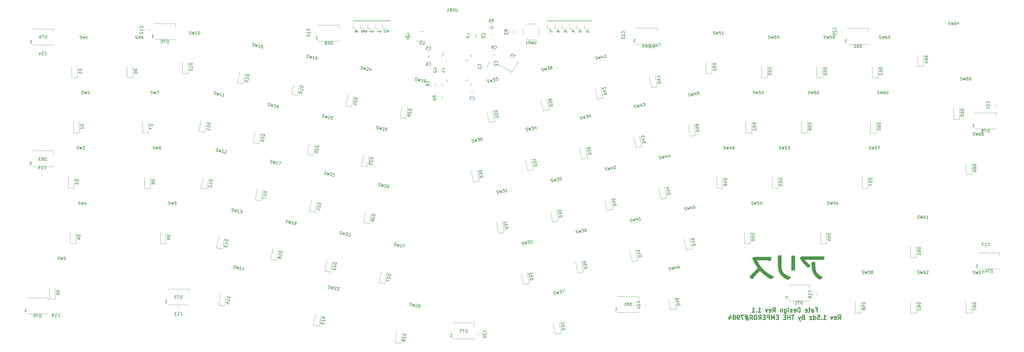
<source format=gbo>
G04 #@! TF.GenerationSoftware,KiCad,Pcbnew,(5.1.12)-1*
G04 #@! TF.CreationDate,2022-03-31T17:27:16+05:30*
G04 #@! TF.ProjectId,arisu,61726973-752e-46b6-9963-61645f706362,1.1*
G04 #@! TF.SameCoordinates,Original*
G04 #@! TF.FileFunction,Legend,Bot*
G04 #@! TF.FilePolarity,Positive*
%FSLAX46Y46*%
G04 Gerber Fmt 4.6, Leading zero omitted, Abs format (unit mm)*
G04 Created by KiCad (PCBNEW (5.1.12)-1) date 2022-03-31 17:27:16*
%MOMM*%
%LPD*%
G01*
G04 APERTURE LIST*
%ADD10C,0.300000*%
%ADD11C,0.120000*%
%ADD12C,0.010000*%
%ADD13C,0.150000*%
%ADD14C,1.302000*%
%ADD15C,2.102000*%
%ADD16O,2.602000X3.102000*%
%ADD17C,0.752000*%
%ADD18O,1.102000X2.202000*%
%ADD19O,1.102000X1.702000*%
%ADD20C,3.152000*%
%ADD21C,4.102000*%
%ADD22C,1.802000*%
%ADD23C,2.302000*%
%ADD24C,4.502000*%
G04 APERTURE END LIST*
D10*
X299131285Y-124703457D02*
X299631285Y-124703457D01*
X299631285Y-125489171D02*
X299631285Y-123989171D01*
X298917000Y-123989171D01*
X297702714Y-125489171D02*
X297702714Y-124703457D01*
X297774142Y-124560600D01*
X297917000Y-124489171D01*
X298202714Y-124489171D01*
X298345571Y-124560600D01*
X297702714Y-125417742D02*
X297845571Y-125489171D01*
X298202714Y-125489171D01*
X298345571Y-125417742D01*
X298417000Y-125274885D01*
X298417000Y-125132028D01*
X298345571Y-124989171D01*
X298202714Y-124917742D01*
X297845571Y-124917742D01*
X297702714Y-124846314D01*
X297202714Y-124489171D02*
X296631285Y-124489171D01*
X296988428Y-123989171D02*
X296988428Y-125274885D01*
X296917000Y-125417742D01*
X296774142Y-125489171D01*
X296631285Y-125489171D01*
X295559857Y-125417742D02*
X295702714Y-125489171D01*
X295988428Y-125489171D01*
X296131285Y-125417742D01*
X296202714Y-125274885D01*
X296202714Y-124703457D01*
X296131285Y-124560600D01*
X295988428Y-124489171D01*
X295702714Y-124489171D01*
X295559857Y-124560600D01*
X295488428Y-124703457D01*
X295488428Y-124846314D01*
X296202714Y-124989171D01*
X293702714Y-125489171D02*
X293702714Y-123989171D01*
X293345571Y-123989171D01*
X293131285Y-124060600D01*
X292988428Y-124203457D01*
X292917000Y-124346314D01*
X292845571Y-124632028D01*
X292845571Y-124846314D01*
X292917000Y-125132028D01*
X292988428Y-125274885D01*
X293131285Y-125417742D01*
X293345571Y-125489171D01*
X293702714Y-125489171D01*
X291631285Y-125417742D02*
X291774142Y-125489171D01*
X292059857Y-125489171D01*
X292202714Y-125417742D01*
X292274142Y-125274885D01*
X292274142Y-124703457D01*
X292202714Y-124560600D01*
X292059857Y-124489171D01*
X291774142Y-124489171D01*
X291631285Y-124560600D01*
X291559857Y-124703457D01*
X291559857Y-124846314D01*
X292274142Y-124989171D01*
X290988428Y-125417742D02*
X290845571Y-125489171D01*
X290559857Y-125489171D01*
X290417000Y-125417742D01*
X290345571Y-125274885D01*
X290345571Y-125203457D01*
X290417000Y-125060600D01*
X290559857Y-124989171D01*
X290774142Y-124989171D01*
X290917000Y-124917742D01*
X290988428Y-124774885D01*
X290988428Y-124703457D01*
X290917000Y-124560600D01*
X290774142Y-124489171D01*
X290559857Y-124489171D01*
X290417000Y-124560600D01*
X289702714Y-125489171D02*
X289702714Y-124489171D01*
X289702714Y-123989171D02*
X289774142Y-124060600D01*
X289702714Y-124132028D01*
X289631285Y-124060600D01*
X289702714Y-123989171D01*
X289702714Y-124132028D01*
X288345571Y-124489171D02*
X288345571Y-125703457D01*
X288416999Y-125846314D01*
X288488428Y-125917742D01*
X288631285Y-125989171D01*
X288845571Y-125989171D01*
X288988428Y-125917742D01*
X288345571Y-125417742D02*
X288488428Y-125489171D01*
X288774142Y-125489171D01*
X288916999Y-125417742D01*
X288988428Y-125346314D01*
X289059857Y-125203457D01*
X289059857Y-124774885D01*
X288988428Y-124632028D01*
X288916999Y-124560600D01*
X288774142Y-124489171D01*
X288488428Y-124489171D01*
X288345571Y-124560600D01*
X287631285Y-124489171D02*
X287631285Y-125489171D01*
X287631285Y-124632028D02*
X287559857Y-124560600D01*
X287417000Y-124489171D01*
X287202714Y-124489171D01*
X287059857Y-124560600D01*
X286988428Y-124703457D01*
X286988428Y-125489171D01*
X284274142Y-125489171D02*
X284774142Y-124774885D01*
X285131285Y-125489171D02*
X285131285Y-123989171D01*
X284559857Y-123989171D01*
X284417000Y-124060600D01*
X284345571Y-124132028D01*
X284274142Y-124274885D01*
X284274142Y-124489171D01*
X284345571Y-124632028D01*
X284417000Y-124703457D01*
X284559857Y-124774885D01*
X285131285Y-124774885D01*
X283059857Y-125417742D02*
X283202714Y-125489171D01*
X283488428Y-125489171D01*
X283631285Y-125417742D01*
X283702714Y-125274885D01*
X283702714Y-124703457D01*
X283631285Y-124560600D01*
X283488428Y-124489171D01*
X283202714Y-124489171D01*
X283059857Y-124560600D01*
X282988428Y-124703457D01*
X282988428Y-124846314D01*
X283702714Y-124989171D01*
X282488428Y-124489171D02*
X282131285Y-125489171D01*
X281774142Y-124489171D01*
X279274142Y-125489171D02*
X280131285Y-125489171D01*
X279702714Y-125489171D02*
X279702714Y-123989171D01*
X279845571Y-124203457D01*
X279988428Y-124346314D01*
X280131285Y-124417742D01*
X278631285Y-125346314D02*
X278559857Y-125417742D01*
X278631285Y-125489171D01*
X278702714Y-125417742D01*
X278631285Y-125346314D01*
X278631285Y-125489171D01*
X277131285Y-125489171D02*
X277988428Y-125489171D01*
X277559857Y-125489171D02*
X277559857Y-123989171D01*
X277702714Y-124203457D01*
X277845571Y-124346314D01*
X277988428Y-124417742D01*
X306738428Y-128039171D02*
X307238428Y-127324885D01*
X307595571Y-128039171D02*
X307595571Y-126539171D01*
X307024142Y-126539171D01*
X306881285Y-126610600D01*
X306809857Y-126682028D01*
X306738428Y-126824885D01*
X306738428Y-127039171D01*
X306809857Y-127182028D01*
X306881285Y-127253457D01*
X307024142Y-127324885D01*
X307595571Y-127324885D01*
X305524142Y-127967742D02*
X305667000Y-128039171D01*
X305952714Y-128039171D01*
X306095571Y-127967742D01*
X306167000Y-127824885D01*
X306167000Y-127253457D01*
X306095571Y-127110600D01*
X305952714Y-127039171D01*
X305667000Y-127039171D01*
X305524142Y-127110600D01*
X305452714Y-127253457D01*
X305452714Y-127396314D01*
X306167000Y-127539171D01*
X304952714Y-127039171D02*
X304595571Y-128039171D01*
X304238428Y-127039171D01*
X301738428Y-128039171D02*
X302595571Y-128039171D01*
X302167000Y-128039171D02*
X302167000Y-126539171D01*
X302309857Y-126753457D01*
X302452714Y-126896314D01*
X302595571Y-126967742D01*
X301095571Y-127896314D02*
X301024142Y-127967742D01*
X301095571Y-128039171D01*
X301167000Y-127967742D01*
X301095571Y-127896314D01*
X301095571Y-128039171D01*
X299667000Y-126539171D02*
X300381285Y-126539171D01*
X300452714Y-127253457D01*
X300381285Y-127182028D01*
X300238428Y-127110600D01*
X299881285Y-127110600D01*
X299738428Y-127182028D01*
X299667000Y-127253457D01*
X299595571Y-127396314D01*
X299595571Y-127753457D01*
X299667000Y-127896314D01*
X299738428Y-127967742D01*
X299881285Y-128039171D01*
X300238428Y-128039171D01*
X300381285Y-127967742D01*
X300452714Y-127896314D01*
X298309857Y-128039171D02*
X298309857Y-126539171D01*
X298309857Y-127967742D02*
X298452714Y-128039171D01*
X298738428Y-128039171D01*
X298881285Y-127967742D01*
X298952714Y-127896314D01*
X299024142Y-127753457D01*
X299024142Y-127324885D01*
X298952714Y-127182028D01*
X298881285Y-127110600D01*
X298738428Y-127039171D01*
X298452714Y-127039171D01*
X298309857Y-127110600D01*
X297738428Y-127039171D02*
X296952714Y-127039171D01*
X297738428Y-128039171D01*
X296952714Y-128039171D01*
X294738428Y-127253457D02*
X294524142Y-127324885D01*
X294452714Y-127396314D01*
X294381285Y-127539171D01*
X294381285Y-127753457D01*
X294452714Y-127896314D01*
X294524142Y-127967742D01*
X294667000Y-128039171D01*
X295238428Y-128039171D01*
X295238428Y-126539171D01*
X294738428Y-126539171D01*
X294595571Y-126610600D01*
X294524142Y-126682028D01*
X294452714Y-126824885D01*
X294452714Y-126967742D01*
X294524142Y-127110600D01*
X294595571Y-127182028D01*
X294738428Y-127253457D01*
X295238428Y-127253457D01*
X293881285Y-127039171D02*
X293524142Y-128039171D01*
X293167000Y-127039171D02*
X293524142Y-128039171D01*
X293667000Y-128396314D01*
X293738428Y-128467742D01*
X293881285Y-128539171D01*
X291667000Y-126539171D02*
X290809857Y-126539171D01*
X291238428Y-128039171D02*
X291238428Y-126539171D01*
X290309857Y-128039171D02*
X290309857Y-126539171D01*
X290309857Y-127253457D02*
X289452714Y-127253457D01*
X289452714Y-128039171D02*
X289452714Y-126539171D01*
X288738428Y-127253457D02*
X288238428Y-127253457D01*
X288024142Y-128039171D02*
X288738428Y-128039171D01*
X288738428Y-126539171D01*
X288024142Y-126539171D01*
X286238428Y-127253457D02*
X285738428Y-127253457D01*
X285524142Y-128039171D02*
X286238428Y-128039171D01*
X286238428Y-126539171D01*
X285524142Y-126539171D01*
X284881285Y-128039171D02*
X284881285Y-126539171D01*
X284381285Y-127610600D01*
X283881285Y-126539171D01*
X283881285Y-128039171D01*
X283167000Y-128039171D02*
X283167000Y-126539171D01*
X282595571Y-126539171D01*
X282452714Y-126610600D01*
X282381285Y-126682028D01*
X282309857Y-126824885D01*
X282309857Y-127039171D01*
X282381285Y-127182028D01*
X282452714Y-127253457D01*
X282595571Y-127324885D01*
X283167000Y-127324885D01*
X281667000Y-127253457D02*
X281167000Y-127253457D01*
X280952714Y-128039171D02*
X281667000Y-128039171D01*
X281667000Y-126539171D01*
X280952714Y-126539171D01*
X279452714Y-128039171D02*
X279952714Y-127324885D01*
X280309857Y-128039171D02*
X280309857Y-126539171D01*
X279738428Y-126539171D01*
X279595571Y-126610600D01*
X279524142Y-126682028D01*
X279452714Y-126824885D01*
X279452714Y-127039171D01*
X279524142Y-127182028D01*
X279595571Y-127253457D01*
X279738428Y-127324885D01*
X280309857Y-127324885D01*
X278524142Y-126539171D02*
X278238428Y-126539171D01*
X278095571Y-126610600D01*
X277952714Y-126753457D01*
X277881285Y-127039171D01*
X277881285Y-127539171D01*
X277952714Y-127824885D01*
X278095571Y-127967742D01*
X278238428Y-128039171D01*
X278524142Y-128039171D01*
X278667000Y-127967742D01*
X278809857Y-127824885D01*
X278881285Y-127539171D01*
X278881285Y-127039171D01*
X278809857Y-126753457D01*
X278667000Y-126610600D01*
X278524142Y-126539171D01*
X276381285Y-128039171D02*
X276881285Y-127324885D01*
X277238428Y-128039171D02*
X277238428Y-126539171D01*
X276667000Y-126539171D01*
X276524142Y-126610600D01*
X276452714Y-126682028D01*
X276381285Y-126824885D01*
X276381285Y-127039171D01*
X276452714Y-127182028D01*
X276524142Y-127253457D01*
X276667000Y-127324885D01*
X277238428Y-127324885D01*
X275809857Y-127039171D02*
X274738428Y-127039171D01*
X275381285Y-126396314D02*
X275809857Y-128324885D01*
X274881285Y-127682028D02*
X275952714Y-127682028D01*
X275309857Y-128324885D02*
X274881285Y-126396314D01*
X274381285Y-126539171D02*
X273381285Y-126539171D01*
X274024142Y-128039171D01*
X272738428Y-128039171D02*
X272452714Y-128039171D01*
X272309857Y-127967742D01*
X272238428Y-127896314D01*
X272095571Y-127682028D01*
X272024142Y-127396314D01*
X272024142Y-126824885D01*
X272095571Y-126682028D01*
X272167000Y-126610600D01*
X272309857Y-126539171D01*
X272595571Y-126539171D01*
X272738428Y-126610600D01*
X272809857Y-126682028D01*
X272881285Y-126824885D01*
X272881285Y-127182028D01*
X272809857Y-127324885D01*
X272738428Y-127396314D01*
X272595571Y-127467742D01*
X272309857Y-127467742D01*
X272167000Y-127396314D01*
X272095571Y-127324885D01*
X272024142Y-127182028D01*
X271167000Y-127182028D02*
X271309857Y-127110600D01*
X271381285Y-127039171D01*
X271452714Y-126896314D01*
X271452714Y-126824885D01*
X271381285Y-126682028D01*
X271309857Y-126610600D01*
X271167000Y-126539171D01*
X270881285Y-126539171D01*
X270738428Y-126610600D01*
X270667000Y-126682028D01*
X270595571Y-126824885D01*
X270595571Y-126896314D01*
X270667000Y-127039171D01*
X270738428Y-127110600D01*
X270881285Y-127182028D01*
X271167000Y-127182028D01*
X271309857Y-127253457D01*
X271381285Y-127324885D01*
X271452714Y-127467742D01*
X271452714Y-127753457D01*
X271381285Y-127896314D01*
X271309857Y-127967742D01*
X271167000Y-128039171D01*
X270881285Y-128039171D01*
X270738428Y-127967742D01*
X270667000Y-127896314D01*
X270595571Y-127753457D01*
X270595571Y-127467742D01*
X270667000Y-127324885D01*
X270738428Y-127253457D01*
X270881285Y-127182028D01*
X269309857Y-127039171D02*
X269309857Y-128039171D01*
X269667000Y-126467742D02*
X270024142Y-127539171D01*
X269095571Y-127539171D01*
D11*
X171954800Y-45049000D02*
X171954800Y-45774000D01*
X171954800Y-45774000D02*
X172679800Y-45774000D01*
X179174800Y-39279000D02*
X179174800Y-38554000D01*
X179174800Y-38554000D02*
X178449800Y-38554000D01*
X179174800Y-45049000D02*
X179174800Y-45774000D01*
X179174800Y-45774000D02*
X178449800Y-45774000D01*
X171954800Y-39279000D02*
X171954800Y-38554000D01*
X180624000Y-46699000D02*
X180624000Y-47274000D01*
X180624000Y-47274000D02*
X180049000Y-47274000D01*
X180624000Y-37629000D02*
X180624000Y-37054000D01*
X180624000Y-37054000D02*
X180049000Y-37054000D01*
X170404000Y-46699000D02*
X170404000Y-47274000D01*
X170404000Y-47274000D02*
X170979000Y-47274000D01*
X170404000Y-37629000D02*
X170404000Y-37054000D01*
X170404000Y-37054000D02*
X170979000Y-37054000D01*
X170979000Y-37054000D02*
X170979000Y-35764000D01*
X135211000Y-26585400D02*
X135211000Y-27735400D01*
X127911000Y-26585400D02*
X135211000Y-26585400D01*
X127911000Y-32085400D02*
X135211000Y-32085400D01*
X126998400Y-28974148D02*
X126998400Y-29496652D01*
X125528400Y-28974148D02*
X125528400Y-29496652D01*
X36847800Y-69868600D02*
X36847800Y-71018600D01*
X29547800Y-69868600D02*
X36847800Y-69868600D01*
X29547800Y-75368600D02*
X36847800Y-75368600D01*
X317238400Y-27679200D02*
X317238400Y-28829200D01*
X309938400Y-27679200D02*
X317238400Y-27679200D01*
X309938400Y-33179200D02*
X317238400Y-33179200D01*
X238219000Y-120059000D02*
X238219000Y-121209000D01*
X230919000Y-120059000D02*
X238219000Y-120059000D01*
X230919000Y-125559000D02*
X238219000Y-125559000D01*
X37000200Y-27958600D02*
X37000200Y-29108600D01*
X29700200Y-27958600D02*
X37000200Y-27958600D01*
X29700200Y-33458600D02*
X37000200Y-33458600D01*
X361104200Y-56813000D02*
X361104200Y-57963000D01*
X353804200Y-56813000D02*
X361104200Y-56813000D01*
X353804200Y-62313000D02*
X361104200Y-62313000D01*
X181526200Y-129152200D02*
X181526200Y-130302200D01*
X174226200Y-129152200D02*
X181526200Y-129152200D01*
X174226200Y-134652200D02*
X181526200Y-134652200D01*
X78808600Y-26053600D02*
X78808600Y-27203600D01*
X71508600Y-26053600D02*
X78808600Y-26053600D01*
X71508600Y-31553600D02*
X78808600Y-31553600D01*
X362298000Y-105123800D02*
X362298000Y-106273800D01*
X354998000Y-105123800D02*
X362298000Y-105123800D01*
X354998000Y-110623800D02*
X362298000Y-110623800D01*
X83406000Y-117493600D02*
X83406000Y-118643600D01*
X76106000Y-117493600D02*
X83406000Y-117493600D01*
X76106000Y-122993600D02*
X83406000Y-122993600D01*
X296893000Y-116071200D02*
X296893000Y-117221200D01*
X289593000Y-116071200D02*
X296893000Y-116071200D01*
X289593000Y-121571200D02*
X296893000Y-121571200D01*
X35044400Y-120541600D02*
X35044400Y-121691600D01*
X27744400Y-120541600D02*
X35044400Y-120541600D01*
X27744400Y-126041600D02*
X35044400Y-126041600D01*
X244518200Y-27603000D02*
X244518200Y-28753000D01*
X237218200Y-27603000D02*
X244518200Y-27603000D01*
X237218200Y-33103000D02*
X244518200Y-33103000D01*
X307998800Y-28546248D02*
X307998800Y-29068752D01*
X306528800Y-28546248D02*
X306528800Y-29068752D01*
X33433652Y-35431400D02*
X32911148Y-35431400D01*
X33433652Y-33961400D02*
X32911148Y-33961400D01*
X235304000Y-29761548D02*
X235304000Y-30284052D01*
X233834000Y-29761548D02*
X233834000Y-30284052D01*
X240536400Y-122750948D02*
X240536400Y-123273452D01*
X239066400Y-122750948D02*
X239066400Y-123273452D01*
X360729200Y-53891548D02*
X360729200Y-54414052D01*
X359259200Y-53891548D02*
X359259200Y-54414052D01*
X184300800Y-132656948D02*
X184300800Y-133179452D01*
X182830800Y-132656948D02*
X182830800Y-133179452D01*
X37457748Y-124207600D02*
X37980252Y-124207600D01*
X37457748Y-125677600D02*
X37980252Y-125677600D01*
X357791652Y-104621000D02*
X357269148Y-104621000D01*
X357791652Y-103151000D02*
X357269148Y-103151000D01*
X299489800Y-119093348D02*
X299489800Y-119615852D01*
X298019800Y-119093348D02*
X298019800Y-119615852D01*
X33230452Y-78154200D02*
X32707948Y-78154200D01*
X33230452Y-76684200D02*
X32707948Y-76684200D01*
X79647148Y-123750400D02*
X80169652Y-123750400D01*
X79647148Y-125220400D02*
X80169652Y-125220400D01*
X69594400Y-28034348D02*
X69594400Y-28556852D01*
X68124400Y-28034348D02*
X68124400Y-28556852D01*
X163779200Y-31963800D02*
X161979200Y-31963800D01*
X163779200Y-31963800D02*
X164579200Y-31963800D01*
X163779200Y-28843800D02*
X162979200Y-28843800D01*
X163779200Y-28843800D02*
X164579200Y-28843800D01*
X158599136Y-28779800D02*
X159053264Y-28779800D01*
X158599136Y-30249800D02*
X159053264Y-30249800D01*
X187729664Y-29741800D02*
X187275536Y-29741800D01*
X187729664Y-28271800D02*
X187275536Y-28271800D01*
X187729864Y-27430400D02*
X187275736Y-27430400D01*
X187729864Y-25960400D02*
X187275736Y-25960400D01*
X158599136Y-30811800D02*
X159053264Y-30811800D01*
X158599136Y-32281800D02*
X159053264Y-32281800D01*
X186016000Y-40394000D02*
X186016000Y-41394000D01*
X184316000Y-41394000D02*
X184316000Y-40394000D01*
X186602000Y-40251000D02*
X186602000Y-39251000D01*
X188302000Y-39251000D02*
X188302000Y-40251000D01*
X182284000Y-30726000D02*
X182284000Y-29726000D01*
X183984000Y-29726000D02*
X183984000Y-30726000D01*
X180252000Y-30726000D02*
X180252000Y-29726000D01*
X181952000Y-29726000D02*
X181952000Y-30726000D01*
X166382000Y-37172000D02*
X165382000Y-37172000D01*
X165382000Y-35472000D02*
X166382000Y-35472000D01*
X166382000Y-39204000D02*
X165382000Y-39204000D01*
X165382000Y-37504000D02*
X166382000Y-37504000D01*
X180348000Y-49442000D02*
X181348000Y-49442000D01*
X181348000Y-51142000D02*
X180348000Y-51142000D01*
X166536000Y-47744000D02*
X166536000Y-46744000D01*
X168236000Y-46744000D02*
X168236000Y-47744000D01*
X187948000Y-35218000D02*
X188948000Y-35218000D01*
X188948000Y-36918000D02*
X187948000Y-36918000D01*
X45115000Y-44745000D02*
X45115000Y-40845000D01*
X43115000Y-44745000D02*
X43115000Y-40845000D01*
X45115000Y-44745000D02*
X43115000Y-44745000D01*
X45715000Y-63795000D02*
X45715000Y-59895000D01*
X43715000Y-63795000D02*
X43715000Y-59895000D01*
X45715000Y-63795000D02*
X43715000Y-63795000D01*
X44031250Y-82845000D02*
X44031250Y-78945000D01*
X42031250Y-82845000D02*
X42031250Y-78945000D01*
X44031250Y-82845000D02*
X42031250Y-82845000D01*
X44618750Y-101895000D02*
X44618750Y-97995000D01*
X42618750Y-101895000D02*
X42618750Y-97995000D01*
X44618750Y-101895000D02*
X42618750Y-101895000D01*
X37485000Y-120945000D02*
X37485000Y-117045000D01*
X35485000Y-120945000D02*
X35485000Y-117045000D01*
X37485000Y-120945000D02*
X35485000Y-120945000D01*
X64165000Y-44745000D02*
X64165000Y-40845000D01*
X62165000Y-44745000D02*
X62165000Y-40845000D01*
X64165000Y-44745000D02*
X62165000Y-44745000D01*
X69525000Y-63795000D02*
X69525000Y-59895000D01*
X67525000Y-63795000D02*
X67525000Y-59895000D01*
X69525000Y-63795000D02*
X67525000Y-63795000D01*
X70225000Y-82845000D02*
X70225000Y-78945000D01*
X68225000Y-82845000D02*
X68225000Y-78945000D01*
X70225000Y-82845000D02*
X68225000Y-82845000D01*
X75575000Y-101895000D02*
X75575000Y-97995000D01*
X73575000Y-101895000D02*
X73575000Y-97995000D01*
X75575000Y-101895000D02*
X73575000Y-101895000D01*
X83215000Y-43244615D02*
X83215000Y-39344615D01*
X81215000Y-43244615D02*
X81215000Y-39344615D01*
X83215000Y-43244615D02*
X81215000Y-43244615D01*
X88826197Y-63525368D02*
X89637053Y-59710592D01*
X86869902Y-63109544D02*
X87680758Y-59294769D01*
X88826197Y-63525368D02*
X86869902Y-63109544D01*
X89523864Y-83149261D02*
X90334720Y-79334485D01*
X87567569Y-82733437D02*
X88378425Y-78918662D01*
X89523864Y-83149261D02*
X87567569Y-82733437D01*
X94879946Y-103763330D02*
X95690802Y-99948554D01*
X92923651Y-103347506D02*
X93734507Y-99532731D01*
X94879946Y-103763330D02*
X92923651Y-103347506D01*
X95577647Y-123387218D02*
X96388503Y-119572442D01*
X93621352Y-122971394D02*
X94432208Y-119156619D01*
X95577647Y-123387218D02*
X93621352Y-122971394D01*
X102103855Y-46872025D02*
X102914711Y-43057249D01*
X100147560Y-46456201D02*
X100958416Y-42641426D01*
X102103855Y-46872025D02*
X100147560Y-46456201D01*
X107459907Y-67486094D02*
X108270763Y-63671318D01*
X105503612Y-67070270D02*
X106314468Y-63255495D01*
X107459907Y-67486094D02*
X105503612Y-67070270D01*
X108157574Y-87109988D02*
X108968430Y-83295212D01*
X106201279Y-86694164D02*
X107012135Y-82879389D01*
X108157574Y-87109988D02*
X106201279Y-86694164D01*
X113513656Y-107724056D02*
X114324512Y-103909280D01*
X111557361Y-107308232D02*
X112368217Y-103493457D01*
X113513656Y-107724056D02*
X111557361Y-107308232D01*
X120737566Y-50832743D02*
X121548422Y-47017967D01*
X118781271Y-50416919D02*
X119592127Y-46602144D01*
X120737566Y-50832743D02*
X118781271Y-50416919D01*
X126093617Y-71446821D02*
X126904473Y-67632045D01*
X124137322Y-71030997D02*
X124948178Y-67216222D01*
X126093617Y-71446821D02*
X124137322Y-71030997D01*
X126791284Y-91070715D02*
X127602140Y-87255939D01*
X124834989Y-90654891D02*
X125645845Y-86840116D01*
X126791284Y-91070715D02*
X124834989Y-90654891D01*
X132147365Y-111684783D02*
X132958221Y-107870007D01*
X130191070Y-111268959D02*
X131001926Y-107454184D01*
X132147365Y-111684783D02*
X130191070Y-111268959D01*
X128186639Y-130318493D02*
X128997495Y-126503717D01*
X126230344Y-129902669D02*
X127041200Y-126087894D01*
X128186639Y-130318493D02*
X126230344Y-129902669D01*
X139371278Y-54793461D02*
X140182134Y-50978685D01*
X137414983Y-54377637D02*
X138225839Y-50562862D01*
X139371278Y-54793461D02*
X137414983Y-54377637D01*
X144727327Y-75407548D02*
X145538183Y-71592772D01*
X142771032Y-74991724D02*
X143581888Y-71176949D01*
X144727327Y-75407548D02*
X142771032Y-74991724D01*
X145424994Y-95031442D02*
X146235850Y-91216666D01*
X143468699Y-94615618D02*
X144279555Y-90800843D01*
X145424994Y-95031442D02*
X143468699Y-94615618D01*
X150781075Y-115645510D02*
X151591931Y-111830734D01*
X148824780Y-115229686D02*
X149635636Y-111414911D01*
X150781075Y-115645510D02*
X148824780Y-115229686D01*
X156137212Y-136259539D02*
X156948068Y-132444763D01*
X154180917Y-135843715D02*
X154991773Y-132028940D01*
X156137212Y-136259539D02*
X154180917Y-135843715D01*
X158004990Y-58754178D02*
X158815846Y-54939402D01*
X156048695Y-58338354D02*
X156859551Y-54523579D01*
X158004990Y-58754178D02*
X156048695Y-58338354D01*
X183309372Y-80292447D02*
X182498516Y-76477672D01*
X181353077Y-80708271D02*
X180542221Y-76893495D01*
X183309372Y-80292447D02*
X181353077Y-80708271D01*
X191928493Y-97935999D02*
X191117637Y-94121224D01*
X189972198Y-98351823D02*
X189161342Y-94537047D01*
X191928493Y-97935999D02*
X189972198Y-98351823D01*
X200547614Y-115579551D02*
X199736758Y-111764776D01*
X198591319Y-115995375D02*
X197780463Y-112180599D01*
X200547614Y-115579551D02*
X198591319Y-115995375D01*
X188665599Y-59678348D02*
X187854743Y-55863573D01*
X186709304Y-60094172D02*
X185898448Y-56279396D01*
X188665599Y-59678348D02*
X186709304Y-60094172D01*
X201943083Y-76331729D02*
X201132227Y-72516954D01*
X199986788Y-76747553D02*
X199175932Y-72932777D01*
X201943083Y-76331729D02*
X199986788Y-76747553D01*
X210562204Y-93975281D02*
X209751348Y-90160506D01*
X208605909Y-94391105D02*
X207795053Y-90576329D01*
X210562204Y-93975281D02*
X208605909Y-94391105D01*
X219181326Y-111618833D02*
X218370470Y-107804058D01*
X217225031Y-112034657D02*
X216414175Y-108219881D01*
X219181326Y-111618833D02*
X217225031Y-112034657D01*
X211496015Y-132727958D02*
X210685159Y-128913183D01*
X209539720Y-133143782D02*
X208728864Y-129329006D01*
X211496015Y-132727958D02*
X209539720Y-133143782D01*
X207299311Y-55717630D02*
X206488455Y-51902855D01*
X205343016Y-56133454D02*
X204532160Y-52318678D01*
X207299311Y-55717630D02*
X205343016Y-56133454D01*
X220576795Y-72371012D02*
X219765939Y-68556237D01*
X218620500Y-72786836D02*
X217809644Y-68972060D01*
X220576795Y-72371012D02*
X218620500Y-72786836D01*
X229195916Y-90014564D02*
X228385060Y-86199789D01*
X227239621Y-90430388D02*
X226428765Y-86615612D01*
X229195916Y-90014564D02*
X227239621Y-90430388D01*
X237815037Y-107658116D02*
X237004181Y-103843341D01*
X235858742Y-108073940D02*
X235047886Y-104259164D01*
X237815037Y-107658116D02*
X235858742Y-108073940D01*
X225933023Y-51756913D02*
X225122167Y-47942138D01*
X223976728Y-52172737D02*
X223165872Y-48357961D01*
X225933023Y-51756913D02*
X223976728Y-52172737D01*
X239210507Y-68410294D02*
X238399651Y-64595519D01*
X237254212Y-68826118D02*
X236443356Y-65011342D01*
X239210507Y-68410294D02*
X237254212Y-68826118D01*
X247829628Y-86053846D02*
X247018772Y-82239071D01*
X245873333Y-86469670D02*
X245062477Y-82654894D01*
X247829628Y-86053846D02*
X245873333Y-86469670D01*
X256448749Y-103697398D02*
X255637893Y-99882623D01*
X254492454Y-104113222D02*
X253681598Y-100298446D01*
X256448749Y-103697398D02*
X254492454Y-104113222D01*
X251092651Y-124311446D02*
X250281795Y-120496671D01*
X249136356Y-124727270D02*
X248325500Y-120912494D01*
X251092651Y-124311446D02*
X249136356Y-124727270D01*
X244566734Y-47796195D02*
X243755878Y-43981420D01*
X242610439Y-48212019D02*
X241799583Y-44397243D01*
X244566734Y-47796195D02*
X242610439Y-48212019D01*
X257844219Y-64449576D02*
X257033363Y-60634801D01*
X255887924Y-64865400D02*
X255077068Y-61050624D01*
X257844219Y-64449576D02*
X255887924Y-64865400D01*
X267025000Y-82845000D02*
X267025000Y-78945000D01*
X265025000Y-82845000D02*
X265025000Y-78945000D01*
X267025000Y-82845000D02*
X265025000Y-82845000D01*
X276550019Y-101894998D02*
X276550019Y-97994998D01*
X274550019Y-101894998D02*
X274550019Y-97994998D01*
X276550019Y-101894998D02*
X274550019Y-101894998D01*
X263345000Y-43244615D02*
X263345000Y-39344615D01*
X261345000Y-43244615D02*
X261345000Y-39344615D01*
X263345000Y-43244615D02*
X261345000Y-43244615D01*
X277035000Y-63795000D02*
X277035000Y-59895000D01*
X275035000Y-63795000D02*
X275035000Y-59895000D01*
X277035000Y-63795000D02*
X275035000Y-63795000D01*
X286075000Y-82845000D02*
X286075000Y-78945000D01*
X284075000Y-82845000D02*
X284075000Y-78945000D01*
X286075000Y-82845000D02*
X284075000Y-82845000D01*
X302743769Y-101894998D02*
X302743769Y-97994998D01*
X300743769Y-101894998D02*
X300743769Y-97994998D01*
X302743769Y-101894998D02*
X300743769Y-101894998D01*
X282395000Y-44745000D02*
X282395000Y-40845000D01*
X280395000Y-44745000D02*
X280395000Y-40845000D01*
X282395000Y-44745000D02*
X280395000Y-44745000D01*
X296085000Y-63795000D02*
X296085000Y-59895000D01*
X294085000Y-63795000D02*
X294085000Y-59895000D01*
X296085000Y-63795000D02*
X294085000Y-63795000D01*
X317031250Y-82845000D02*
X317031250Y-78945000D01*
X315031250Y-82845000D02*
X315031250Y-78945000D01*
X317031250Y-82845000D02*
X315031250Y-82845000D01*
X314649949Y-125707503D02*
X314649949Y-121807503D01*
X312649949Y-125707503D02*
X312649949Y-121807503D01*
X314649949Y-125707503D02*
X312649949Y-125707503D01*
X301445000Y-44745000D02*
X301445000Y-40845000D01*
X299445000Y-44745000D02*
X299445000Y-40845000D01*
X301445000Y-44745000D02*
X299445000Y-44745000D01*
X319905000Y-63795000D02*
X319905000Y-59895000D01*
X317905000Y-63795000D02*
X317905000Y-59895000D01*
X319905000Y-63795000D02*
X317905000Y-63795000D01*
X333699949Y-106657503D02*
X333699949Y-102757503D01*
X331699949Y-106657503D02*
X331699949Y-102757503D01*
X333699949Y-106657503D02*
X331699949Y-106657503D01*
X333699949Y-125707503D02*
X333699949Y-121807503D01*
X331699949Y-125707503D02*
X331699949Y-121807503D01*
X333699949Y-125707503D02*
X331699949Y-125707503D01*
X320495000Y-44745000D02*
X320495000Y-40845000D01*
X318495000Y-44745000D02*
X318495000Y-40845000D01*
X320495000Y-44745000D02*
X318495000Y-44745000D01*
X336153000Y-40705600D02*
X336153000Y-36805600D01*
X334153000Y-40705600D02*
X334153000Y-36805600D01*
X336153000Y-40705600D02*
X334153000Y-40705600D01*
X348480000Y-59032516D02*
X348480000Y-55132516D01*
X346480000Y-59032516D02*
X346480000Y-55132516D01*
X348480000Y-59032516D02*
X346480000Y-59032516D01*
X352749949Y-78082519D02*
X352749949Y-74182519D01*
X350749949Y-78082519D02*
X350749949Y-74182519D01*
X352749949Y-78082519D02*
X350749949Y-78082519D01*
X352749949Y-125707503D02*
X352749949Y-121807503D01*
X350749949Y-125707503D02*
X350749949Y-121807503D01*
X352749949Y-125707503D02*
X350749949Y-125707503D01*
X219396000Y-27746000D02*
X220726000Y-27746000D01*
X219396000Y-26416000D02*
X219396000Y-27746000D01*
X219396000Y-25146000D02*
X222056000Y-25146000D01*
X222056000Y-25146000D02*
X222056000Y-25086000D01*
X219396000Y-25146000D02*
X219396000Y-25086000D01*
X219396000Y-25086000D02*
X222056000Y-25086000D01*
X216856000Y-27746000D02*
X218186000Y-27746000D01*
X216856000Y-26416000D02*
X216856000Y-27746000D01*
X216856000Y-25146000D02*
X219516000Y-25146000D01*
X219516000Y-25146000D02*
X219516000Y-25086000D01*
X216856000Y-25146000D02*
X216856000Y-25086000D01*
X216856000Y-25086000D02*
X219516000Y-25086000D01*
X214316000Y-27746000D02*
X215646000Y-27746000D01*
X214316000Y-26416000D02*
X214316000Y-27746000D01*
X214316000Y-25146000D02*
X216976000Y-25146000D01*
X216976000Y-25146000D02*
X216976000Y-25086000D01*
X214316000Y-25146000D02*
X214316000Y-25086000D01*
X214316000Y-25086000D02*
X216976000Y-25086000D01*
X211776000Y-27746000D02*
X213106000Y-27746000D01*
X211776000Y-26416000D02*
X211776000Y-27746000D01*
X211776000Y-25146000D02*
X214436000Y-25146000D01*
X214436000Y-25146000D02*
X214436000Y-25086000D01*
X211776000Y-25146000D02*
X211776000Y-25086000D01*
X211776000Y-25086000D02*
X214436000Y-25086000D01*
X209236000Y-27746000D02*
X210566000Y-27746000D01*
X209236000Y-26416000D02*
X209236000Y-27746000D01*
X209236000Y-25146000D02*
X211896000Y-25146000D01*
X211896000Y-25146000D02*
X211896000Y-25086000D01*
X209236000Y-25146000D02*
X209236000Y-25086000D01*
X209236000Y-25086000D02*
X211896000Y-25086000D01*
X206696000Y-27746000D02*
X208026000Y-27746000D01*
X206696000Y-26416000D02*
X206696000Y-27746000D01*
X206696000Y-25146000D02*
X209356000Y-25146000D01*
X209356000Y-25146000D02*
X209356000Y-25086000D01*
X206696000Y-25146000D02*
X206696000Y-25086000D01*
X206696000Y-25086000D02*
X209356000Y-25086000D01*
X139894000Y-27746000D02*
X141224000Y-27746000D01*
X139894000Y-26416000D02*
X139894000Y-27746000D01*
X139894000Y-25146000D02*
X142554000Y-25146000D01*
X142554000Y-25146000D02*
X142554000Y-25086000D01*
X139894000Y-25146000D02*
X139894000Y-25086000D01*
X139894000Y-25086000D02*
X142554000Y-25086000D01*
X193430000Y-28356000D02*
X193430000Y-29556000D01*
X195190000Y-29556000D02*
X195190000Y-28356000D01*
X168792000Y-51136000D02*
X168792000Y-52336000D01*
X170552000Y-52336000D02*
X170552000Y-51136000D01*
X202418000Y-26206000D02*
X199918000Y-26206000D01*
X203918000Y-27956000D02*
X203918000Y-29956000D01*
X202418000Y-31706000D02*
X199918000Y-31706000D01*
X198418000Y-27956000D02*
X198418000Y-29956000D01*
X202868000Y-26656000D02*
X202418000Y-26206000D01*
X199468000Y-26656000D02*
X199918000Y-26206000D01*
X199468000Y-31256000D02*
X199918000Y-31706000D01*
X202868000Y-31256000D02*
X202418000Y-31706000D01*
X194532269Y-42879256D02*
X189855731Y-40179256D01*
X196732269Y-39068744D02*
X194532269Y-42879256D01*
X150054000Y-27746000D02*
X151384000Y-27746000D01*
X150054000Y-26416000D02*
X150054000Y-27746000D01*
X150054000Y-25146000D02*
X152714000Y-25146000D01*
X152714000Y-25146000D02*
X152714000Y-25086000D01*
X150054000Y-25146000D02*
X150054000Y-25086000D01*
X150054000Y-25086000D02*
X152714000Y-25086000D01*
X144974000Y-27746000D02*
X146304000Y-27746000D01*
X144974000Y-26416000D02*
X144974000Y-27746000D01*
X144974000Y-25146000D02*
X147634000Y-25146000D01*
X147634000Y-25146000D02*
X147634000Y-25086000D01*
X144974000Y-25146000D02*
X144974000Y-25086000D01*
X144974000Y-25086000D02*
X147634000Y-25086000D01*
X147514000Y-25086000D02*
X150174000Y-25086000D01*
X147514000Y-25146000D02*
X147514000Y-25086000D01*
X150174000Y-25146000D02*
X150174000Y-25086000D01*
X147514000Y-25146000D02*
X150174000Y-25146000D01*
X147514000Y-26416000D02*
X147514000Y-27746000D01*
X147514000Y-27746000D02*
X148844000Y-27746000D01*
X142434000Y-25086000D02*
X145094000Y-25086000D01*
X142434000Y-25146000D02*
X142434000Y-25086000D01*
X145094000Y-25146000D02*
X145094000Y-25086000D01*
X142434000Y-25146000D02*
X145094000Y-25146000D01*
X142434000Y-26416000D02*
X142434000Y-27746000D01*
X142434000Y-27746000D02*
X143764000Y-27746000D01*
D12*
G36*
X286030527Y-107124500D02*
G01*
X286035931Y-107938608D01*
X286050983Y-108658770D01*
X286076364Y-109292244D01*
X286112753Y-109846287D01*
X286160831Y-110328156D01*
X286221279Y-110745109D01*
X286294775Y-111104404D01*
X286382001Y-111413298D01*
X286449919Y-111599288D01*
X286726702Y-112149948D01*
X287092676Y-112656256D01*
X287543906Y-113114486D01*
X288076460Y-113520916D01*
X288686403Y-113871819D01*
X289005907Y-114019607D01*
X289257650Y-114127817D01*
X289438509Y-114195500D01*
X289572770Y-114217701D01*
X289684716Y-114189467D01*
X289798633Y-114105842D01*
X289938806Y-113961874D01*
X290086942Y-113799074D01*
X290504010Y-113342232D01*
X290074973Y-113211367D01*
X289667414Y-113065559D01*
X289251474Y-112878648D01*
X288860172Y-112667376D01*
X288526527Y-112448483D01*
X288442400Y-112383661D01*
X288187533Y-112148495D01*
X287939747Y-111866961D01*
X287721324Y-111568132D01*
X287554545Y-111281080D01*
X287497236Y-111150400D01*
X287433704Y-110977765D01*
X287380906Y-110818245D01*
X287337849Y-110660479D01*
X287303535Y-110493108D01*
X287276969Y-110304772D01*
X287257154Y-110084112D01*
X287243096Y-109819766D01*
X287233799Y-109500377D01*
X287228266Y-109114583D01*
X287225501Y-108651026D01*
X287224510Y-108098344D01*
X287224470Y-108038904D01*
X287223200Y-105918009D01*
X286626300Y-105918004D01*
X286029400Y-105918000D01*
X286030527Y-107124500D01*
G37*
X286030527Y-107124500D02*
X286035931Y-107938608D01*
X286050983Y-108658770D01*
X286076364Y-109292244D01*
X286112753Y-109846287D01*
X286160831Y-110328156D01*
X286221279Y-110745109D01*
X286294775Y-111104404D01*
X286382001Y-111413298D01*
X286449919Y-111599288D01*
X286726702Y-112149948D01*
X287092676Y-112656256D01*
X287543906Y-113114486D01*
X288076460Y-113520916D01*
X288686403Y-113871819D01*
X289005907Y-114019607D01*
X289257650Y-114127817D01*
X289438509Y-114195500D01*
X289572770Y-114217701D01*
X289684716Y-114189467D01*
X289798633Y-114105842D01*
X289938806Y-113961874D01*
X290086942Y-113799074D01*
X290504010Y-113342232D01*
X290074973Y-113211367D01*
X289667414Y-113065559D01*
X289251474Y-112878648D01*
X288860172Y-112667376D01*
X288526527Y-112448483D01*
X288442400Y-112383661D01*
X288187533Y-112148495D01*
X287939747Y-111866961D01*
X287721324Y-111568132D01*
X287554545Y-111281080D01*
X287497236Y-111150400D01*
X287433704Y-110977765D01*
X287380906Y-110818245D01*
X287337849Y-110660479D01*
X287303535Y-110493108D01*
X287276969Y-110304772D01*
X287257154Y-110084112D01*
X287243096Y-109819766D01*
X287233799Y-109500377D01*
X287228266Y-109114583D01*
X287225501Y-108651026D01*
X287224510Y-108098344D01*
X287224470Y-108038904D01*
X287223200Y-105918009D01*
X286626300Y-105918004D01*
X286029400Y-105918000D01*
X286030527Y-107124500D01*
G36*
X297679231Y-109105700D02*
G01*
X297711596Y-109739339D01*
X297761634Y-110288672D01*
X297832680Y-110769975D01*
X297928073Y-111199526D01*
X298051149Y-111593602D01*
X298205244Y-111968480D01*
X298310199Y-112183628D01*
X298553035Y-112578616D01*
X298869589Y-112975960D01*
X299236098Y-113349381D01*
X299628798Y-113672598D01*
X299705924Y-113727207D01*
X299893874Y-113851777D01*
X300089127Y-113973198D01*
X300270349Y-114079134D01*
X300416206Y-114157246D01*
X300505366Y-114195198D01*
X300518077Y-114196889D01*
X300560827Y-114166217D01*
X300666500Y-114083752D01*
X300819321Y-113961960D01*
X301003517Y-113813310D01*
X301008982Y-113808875D01*
X301485164Y-113422372D01*
X301123833Y-113255007D01*
X300613602Y-112979265D01*
X300153934Y-112652044D01*
X299758364Y-112285485D01*
X299440428Y-111891732D01*
X299259450Y-111582582D01*
X299137335Y-111318496D01*
X299042544Y-111071984D01*
X298971746Y-110824031D01*
X298921608Y-110555619D01*
X298888796Y-110247732D01*
X298869980Y-109881354D01*
X298861827Y-109437468D01*
X298861051Y-109309053D01*
X298856400Y-108204306D01*
X298251508Y-108204153D01*
X297646615Y-108204000D01*
X297679231Y-109105700D01*
G37*
X297679231Y-109105700D02*
X297711596Y-109739339D01*
X297761634Y-110288672D01*
X297832680Y-110769975D01*
X297928073Y-111199526D01*
X298051149Y-111593602D01*
X298205244Y-111968480D01*
X298310199Y-112183628D01*
X298553035Y-112578616D01*
X298869589Y-112975960D01*
X299236098Y-113349381D01*
X299628798Y-113672598D01*
X299705924Y-113727207D01*
X299893874Y-113851777D01*
X300089127Y-113973198D01*
X300270349Y-114079134D01*
X300416206Y-114157246D01*
X300505366Y-114195198D01*
X300518077Y-114196889D01*
X300560827Y-114166217D01*
X300666500Y-114083752D01*
X300819321Y-113961960D01*
X301003517Y-113813310D01*
X301008982Y-113808875D01*
X301485164Y-113422372D01*
X301123833Y-113255007D01*
X300613602Y-112979265D01*
X300153934Y-112652044D01*
X299758364Y-112285485D01*
X299440428Y-111891732D01*
X299259450Y-111582582D01*
X299137335Y-111318496D01*
X299042544Y-111071984D01*
X298971746Y-110824031D01*
X298921608Y-110555619D01*
X298888796Y-110247732D01*
X298869980Y-109881354D01*
X298861827Y-109437468D01*
X298861051Y-109309053D01*
X298856400Y-108204306D01*
X298251508Y-108204153D01*
X297646615Y-108204000D01*
X297679231Y-109105700D01*
G36*
X277800699Y-106469680D02*
G01*
X277503035Y-106678480D01*
X277205370Y-106887280D01*
X277743885Y-107964843D01*
X277924330Y-108316482D01*
X278119105Y-108679888D01*
X278314618Y-109030795D01*
X278497277Y-109344933D01*
X278653488Y-109598036D01*
X278688796Y-109651903D01*
X278834616Y-109871283D01*
X278959444Y-110060375D01*
X279052795Y-110203198D01*
X279104184Y-110283769D01*
X279110576Y-110294840D01*
X279080038Y-110338005D01*
X278986080Y-110442107D01*
X278838188Y-110597322D01*
X278645846Y-110793825D01*
X278418541Y-111021790D01*
X278203217Y-111234640D01*
X277901896Y-111534050D01*
X277602581Y-111837800D01*
X277313812Y-112136644D01*
X277044130Y-112421337D01*
X276802078Y-112682637D01*
X276596196Y-112911298D01*
X276435025Y-113098075D01*
X276327106Y-113233726D01*
X276280981Y-113309004D01*
X276279944Y-113316273D01*
X276318235Y-113366740D01*
X276416222Y-113464289D01*
X276554608Y-113592102D01*
X276714097Y-113733363D01*
X276875392Y-113871258D01*
X277019198Y-113988969D01*
X277126218Y-114069680D01*
X277175591Y-114096800D01*
X277221773Y-114059332D01*
X277318571Y-113956307D01*
X277453492Y-113801793D01*
X277614045Y-113609859D01*
X277683018Y-113525300D01*
X277933908Y-113223936D01*
X278220640Y-112893496D01*
X278526416Y-112552205D01*
X278834440Y-112218291D01*
X279127915Y-111909980D01*
X279390043Y-111645498D01*
X279591515Y-111454346D01*
X279884630Y-111189150D01*
X280480515Y-111767297D01*
X281148425Y-112370668D01*
X281861025Y-112931937D01*
X282594838Y-113434109D01*
X283326390Y-113860187D01*
X283483413Y-113941377D01*
X283777816Y-114089991D01*
X284192408Y-113673234D01*
X284355778Y-113506565D01*
X284488823Y-113366173D01*
X284577273Y-113267442D01*
X284607000Y-113226406D01*
X284563931Y-113194583D01*
X284445362Y-113127101D01*
X284267250Y-113032552D01*
X284045554Y-112919530D01*
X283933900Y-112863983D01*
X283143488Y-112429363D01*
X282373396Y-111919849D01*
X281640131Y-111349225D01*
X280960195Y-110731274D01*
X280350093Y-110079778D01*
X279869894Y-109469933D01*
X279743621Y-109282121D01*
X279599671Y-109049288D01*
X279447234Y-108788513D01*
X279295496Y-108516873D01*
X279153648Y-108251446D01*
X279030879Y-108009312D01*
X278936376Y-107807549D01*
X278879328Y-107663235D01*
X278866600Y-107605187D01*
X278876356Y-107587273D01*
X278911221Y-107572739D01*
X278979591Y-107561413D01*
X279089865Y-107553124D01*
X279250438Y-107547702D01*
X279469709Y-107544975D01*
X279756074Y-107544772D01*
X280117930Y-107546924D01*
X280563674Y-107551258D01*
X281101704Y-107557604D01*
X281165300Y-107558398D01*
X281642612Y-107565103D01*
X282091412Y-107572797D01*
X282500909Y-107581197D01*
X282860312Y-107590015D01*
X283158831Y-107598969D01*
X283385674Y-107607772D01*
X283530051Y-107616140D01*
X283578300Y-107622127D01*
X283626675Y-107633968D01*
X283659015Y-107623685D01*
X283678549Y-107575236D01*
X283688504Y-107472585D01*
X283692110Y-107299691D01*
X283692593Y-107054224D01*
X283692585Y-106451400D01*
X277800699Y-106469680D01*
G37*
X277800699Y-106469680D02*
X277503035Y-106678480D01*
X277205370Y-106887280D01*
X277743885Y-107964843D01*
X277924330Y-108316482D01*
X278119105Y-108679888D01*
X278314618Y-109030795D01*
X278497277Y-109344933D01*
X278653488Y-109598036D01*
X278688796Y-109651903D01*
X278834616Y-109871283D01*
X278959444Y-110060375D01*
X279052795Y-110203198D01*
X279104184Y-110283769D01*
X279110576Y-110294840D01*
X279080038Y-110338005D01*
X278986080Y-110442107D01*
X278838188Y-110597322D01*
X278645846Y-110793825D01*
X278418541Y-111021790D01*
X278203217Y-111234640D01*
X277901896Y-111534050D01*
X277602581Y-111837800D01*
X277313812Y-112136644D01*
X277044130Y-112421337D01*
X276802078Y-112682637D01*
X276596196Y-112911298D01*
X276435025Y-113098075D01*
X276327106Y-113233726D01*
X276280981Y-113309004D01*
X276279944Y-113316273D01*
X276318235Y-113366740D01*
X276416222Y-113464289D01*
X276554608Y-113592102D01*
X276714097Y-113733363D01*
X276875392Y-113871258D01*
X277019198Y-113988969D01*
X277126218Y-114069680D01*
X277175591Y-114096800D01*
X277221773Y-114059332D01*
X277318571Y-113956307D01*
X277453492Y-113801793D01*
X277614045Y-113609859D01*
X277683018Y-113525300D01*
X277933908Y-113223936D01*
X278220640Y-112893496D01*
X278526416Y-112552205D01*
X278834440Y-112218291D01*
X279127915Y-111909980D01*
X279390043Y-111645498D01*
X279591515Y-111454346D01*
X279884630Y-111189150D01*
X280480515Y-111767297D01*
X281148425Y-112370668D01*
X281861025Y-112931937D01*
X282594838Y-113434109D01*
X283326390Y-113860187D01*
X283483413Y-113941377D01*
X283777816Y-114089991D01*
X284192408Y-113673234D01*
X284355778Y-113506565D01*
X284488823Y-113366173D01*
X284577273Y-113267442D01*
X284607000Y-113226406D01*
X284563931Y-113194583D01*
X284445362Y-113127101D01*
X284267250Y-113032552D01*
X284045554Y-112919530D01*
X283933900Y-112863983D01*
X283143488Y-112429363D01*
X282373396Y-111919849D01*
X281640131Y-111349225D01*
X280960195Y-110731274D01*
X280350093Y-110079778D01*
X279869894Y-109469933D01*
X279743621Y-109282121D01*
X279599671Y-109049288D01*
X279447234Y-108788513D01*
X279295496Y-108516873D01*
X279153648Y-108251446D01*
X279030879Y-108009312D01*
X278936376Y-107807549D01*
X278879328Y-107663235D01*
X278866600Y-107605187D01*
X278876356Y-107587273D01*
X278911221Y-107572739D01*
X278979591Y-107561413D01*
X279089865Y-107553124D01*
X279250438Y-107547702D01*
X279469709Y-107544975D01*
X279756074Y-107544772D01*
X280117930Y-107546924D01*
X280563674Y-107551258D01*
X281101704Y-107557604D01*
X281165300Y-107558398D01*
X281642612Y-107565103D01*
X282091412Y-107572797D01*
X282500909Y-107581197D01*
X282860312Y-107590015D01*
X283158831Y-107598969D01*
X283385674Y-107607772D01*
X283530051Y-107616140D01*
X283578300Y-107622127D01*
X283626675Y-107633968D01*
X283659015Y-107623685D01*
X283678549Y-107575236D01*
X283688504Y-107472585D01*
X283692110Y-107299691D01*
X283692593Y-107054224D01*
X283692585Y-106451400D01*
X277800699Y-106469680D01*
G36*
X290728400Y-111048800D02*
G01*
X291312600Y-111048801D01*
X291896800Y-111048803D01*
X291896800Y-106019603D01*
X291312600Y-106019601D01*
X290728400Y-106019600D01*
X290728400Y-111048800D01*
G37*
X290728400Y-111048800D02*
X291312600Y-111048801D01*
X291896800Y-111048803D01*
X291896800Y-106019603D01*
X291312600Y-106019601D01*
X290728400Y-106019600D01*
X290728400Y-111048800D01*
G36*
X298081710Y-106257170D02*
G01*
X294182800Y-106266141D01*
X293865433Y-106554827D01*
X293548065Y-106843513D01*
X293692192Y-107028456D01*
X293783995Y-107152828D01*
X293910419Y-107332672D01*
X294050737Y-107538259D01*
X294122135Y-107645200D01*
X294627236Y-108348443D01*
X295177177Y-108993631D01*
X295358251Y-109184548D01*
X295582458Y-109408462D01*
X295805091Y-109618264D01*
X296012463Y-109802249D01*
X296190887Y-109948711D01*
X296326674Y-110045944D01*
X296406136Y-110082242D01*
X296407938Y-110082261D01*
X296471332Y-110051421D01*
X296592628Y-109969509D01*
X296751770Y-109850601D01*
X296860292Y-109764761D01*
X297026237Y-109628110D01*
X297157772Y-109514782D01*
X297237763Y-109439830D01*
X297253992Y-109418943D01*
X297216316Y-109377809D01*
X297115195Y-109297770D01*
X296972077Y-109195741D01*
X296964170Y-109190343D01*
X296760480Y-109034357D01*
X296515551Y-108820319D01*
X296250367Y-108569261D01*
X295985910Y-108302212D01*
X295743164Y-108040202D01*
X295543112Y-107804261D01*
X295432472Y-107655224D01*
X295216781Y-107335049D01*
X298598708Y-107350424D01*
X301980635Y-107365800D01*
X301980628Y-106807000D01*
X301980620Y-106248200D01*
X298081710Y-106257170D01*
G37*
X298081710Y-106257170D02*
X294182800Y-106266141D01*
X293865433Y-106554827D01*
X293548065Y-106843513D01*
X293692192Y-107028456D01*
X293783995Y-107152828D01*
X293910419Y-107332672D01*
X294050737Y-107538259D01*
X294122135Y-107645200D01*
X294627236Y-108348443D01*
X295177177Y-108993631D01*
X295358251Y-109184548D01*
X295582458Y-109408462D01*
X295805091Y-109618264D01*
X296012463Y-109802249D01*
X296190887Y-109948711D01*
X296326674Y-110045944D01*
X296406136Y-110082242D01*
X296407938Y-110082261D01*
X296471332Y-110051421D01*
X296592628Y-109969509D01*
X296751770Y-109850601D01*
X296860292Y-109764761D01*
X297026237Y-109628110D01*
X297157772Y-109514782D01*
X297237763Y-109439830D01*
X297253992Y-109418943D01*
X297216316Y-109377809D01*
X297115195Y-109297770D01*
X296972077Y-109195741D01*
X296964170Y-109190343D01*
X296760480Y-109034357D01*
X296515551Y-108820319D01*
X296250367Y-108569261D01*
X295985910Y-108302212D01*
X295743164Y-108040202D01*
X295543112Y-107804261D01*
X295432472Y-107655224D01*
X295216781Y-107335049D01*
X298598708Y-107350424D01*
X301980635Y-107365800D01*
X301980628Y-106807000D01*
X301980620Y-106248200D01*
X298081710Y-106257170D01*
D13*
X170197180Y-41402095D02*
X171006704Y-41402095D01*
X171101942Y-41449714D01*
X171149561Y-41497333D01*
X171197180Y-41592571D01*
X171197180Y-41783047D01*
X171149561Y-41878285D01*
X171101942Y-41925904D01*
X171006704Y-41973523D01*
X170197180Y-41973523D01*
X171197180Y-42973523D02*
X171197180Y-42402095D01*
X171197180Y-42687809D02*
X170197180Y-42687809D01*
X170340038Y-42592571D01*
X170435276Y-42497333D01*
X170482895Y-42402095D01*
X167616380Y-41402095D02*
X168425904Y-41402095D01*
X168521142Y-41449714D01*
X168568761Y-41497333D01*
X168616380Y-41592571D01*
X168616380Y-41783047D01*
X168568761Y-41878285D01*
X168521142Y-41925904D01*
X168425904Y-41973523D01*
X167616380Y-41973523D01*
X167711619Y-42402095D02*
X167664000Y-42449714D01*
X167616380Y-42544952D01*
X167616380Y-42783047D01*
X167664000Y-42878285D01*
X167711619Y-42925904D01*
X167806857Y-42973523D01*
X167902095Y-42973523D01*
X168044952Y-42925904D01*
X168616380Y-42354476D01*
X168616380Y-42973523D01*
X132775285Y-33287780D02*
X132775285Y-32287780D01*
X132537190Y-32287780D01*
X132394333Y-32335400D01*
X132299095Y-32430638D01*
X132251476Y-32525876D01*
X132203857Y-32716352D01*
X132203857Y-32859209D01*
X132251476Y-33049685D01*
X132299095Y-33144923D01*
X132394333Y-33240161D01*
X132537190Y-33287780D01*
X132775285Y-33287780D01*
X131346714Y-32287780D02*
X131537190Y-32287780D01*
X131632428Y-32335400D01*
X131680047Y-32383019D01*
X131775285Y-32525876D01*
X131822904Y-32716352D01*
X131822904Y-33097304D01*
X131775285Y-33192542D01*
X131727666Y-33240161D01*
X131632428Y-33287780D01*
X131441952Y-33287780D01*
X131346714Y-33240161D01*
X131299095Y-33192542D01*
X131251476Y-33097304D01*
X131251476Y-32859209D01*
X131299095Y-32763971D01*
X131346714Y-32716352D01*
X131441952Y-32668733D01*
X131632428Y-32668733D01*
X131727666Y-32716352D01*
X131775285Y-32763971D01*
X131822904Y-32859209D01*
X130680047Y-32716352D02*
X130775285Y-32668733D01*
X130822904Y-32621114D01*
X130870523Y-32525876D01*
X130870523Y-32478257D01*
X130822904Y-32383019D01*
X130775285Y-32335400D01*
X130680047Y-32287780D01*
X130489571Y-32287780D01*
X130394333Y-32335400D01*
X130346714Y-32383019D01*
X130299095Y-32478257D01*
X130299095Y-32525876D01*
X130346714Y-32621114D01*
X130394333Y-32668733D01*
X130489571Y-32716352D01*
X130680047Y-32716352D01*
X130775285Y-32763971D01*
X130822904Y-32811590D01*
X130870523Y-32906828D01*
X130870523Y-33097304D01*
X130822904Y-33192542D01*
X130775285Y-33240161D01*
X130680047Y-33287780D01*
X130489571Y-33287780D01*
X130394333Y-33240161D01*
X130346714Y-33192542D01*
X130299095Y-33097304D01*
X130299095Y-32906828D01*
X130346714Y-32811590D01*
X130394333Y-32763971D01*
X130489571Y-32716352D01*
X127125285Y-31387780D02*
X127696714Y-31387780D01*
X127411000Y-31387780D02*
X127411000Y-30387780D01*
X127506238Y-30530638D01*
X127601476Y-30625876D01*
X127696714Y-30673495D01*
X124940542Y-28592542D02*
X124988161Y-28544923D01*
X125035780Y-28402066D01*
X125035780Y-28306828D01*
X124988161Y-28163971D01*
X124892923Y-28068733D01*
X124797685Y-28021114D01*
X124607209Y-27973495D01*
X124464352Y-27973495D01*
X124273876Y-28021114D01*
X124178638Y-28068733D01*
X124083400Y-28163971D01*
X124035780Y-28306828D01*
X124035780Y-28402066D01*
X124083400Y-28544923D01*
X124131019Y-28592542D01*
X125035780Y-29544923D02*
X125035780Y-28973495D01*
X125035780Y-29259209D02*
X124035780Y-29259209D01*
X124178638Y-29163971D01*
X124273876Y-29068733D01*
X124321495Y-28973495D01*
X124035780Y-30163971D02*
X124035780Y-30259209D01*
X124083400Y-30354447D01*
X124131019Y-30402066D01*
X124226257Y-30449685D01*
X124416733Y-30497304D01*
X124654828Y-30497304D01*
X124845304Y-30449685D01*
X124940542Y-30402066D01*
X124988161Y-30354447D01*
X125035780Y-30259209D01*
X125035780Y-30163971D01*
X124988161Y-30068733D01*
X124940542Y-30021114D01*
X124845304Y-29973495D01*
X124654828Y-29925876D01*
X124416733Y-29925876D01*
X124226257Y-29973495D01*
X124131019Y-30021114D01*
X124083400Y-30068733D01*
X124035780Y-30163971D01*
X34386685Y-73248780D02*
X34386685Y-72248780D01*
X34148590Y-72248780D01*
X34005733Y-72296400D01*
X33910495Y-72391638D01*
X33862876Y-72486876D01*
X33815257Y-72677352D01*
X33815257Y-72820209D01*
X33862876Y-73010685D01*
X33910495Y-73105923D01*
X34005733Y-73201161D01*
X34148590Y-73248780D01*
X34386685Y-73248780D01*
X33243828Y-72677352D02*
X33339066Y-72629733D01*
X33386685Y-72582114D01*
X33434304Y-72486876D01*
X33434304Y-72439257D01*
X33386685Y-72344019D01*
X33339066Y-72296400D01*
X33243828Y-72248780D01*
X33053352Y-72248780D01*
X32958114Y-72296400D01*
X32910495Y-72344019D01*
X32862876Y-72439257D01*
X32862876Y-72486876D01*
X32910495Y-72582114D01*
X32958114Y-72629733D01*
X33053352Y-72677352D01*
X33243828Y-72677352D01*
X33339066Y-72724971D01*
X33386685Y-72772590D01*
X33434304Y-72867828D01*
X33434304Y-73058304D01*
X33386685Y-73153542D01*
X33339066Y-73201161D01*
X33243828Y-73248780D01*
X33053352Y-73248780D01*
X32958114Y-73201161D01*
X32910495Y-73153542D01*
X32862876Y-73058304D01*
X32862876Y-72867828D01*
X32910495Y-72772590D01*
X32958114Y-72724971D01*
X33053352Y-72677352D01*
X32529542Y-72248780D02*
X31910495Y-72248780D01*
X32243828Y-72629733D01*
X32100971Y-72629733D01*
X32005733Y-72677352D01*
X31958114Y-72724971D01*
X31910495Y-72820209D01*
X31910495Y-73058304D01*
X31958114Y-73153542D01*
X32005733Y-73201161D01*
X32100971Y-73248780D01*
X32386685Y-73248780D01*
X32481923Y-73201161D01*
X32529542Y-73153542D01*
X28762085Y-74670980D02*
X29333514Y-74670980D01*
X29047800Y-74670980D02*
X29047800Y-73670980D01*
X29143038Y-73813838D01*
X29238276Y-73909076D01*
X29333514Y-73956695D01*
X314802685Y-34381580D02*
X314802685Y-33381580D01*
X314564590Y-33381580D01*
X314421733Y-33429200D01*
X314326495Y-33524438D01*
X314278876Y-33619676D01*
X314231257Y-33810152D01*
X314231257Y-33953009D01*
X314278876Y-34143485D01*
X314326495Y-34238723D01*
X314421733Y-34333961D01*
X314564590Y-34381580D01*
X314802685Y-34381580D01*
X313659828Y-33810152D02*
X313755066Y-33762533D01*
X313802685Y-33714914D01*
X313850304Y-33619676D01*
X313850304Y-33572057D01*
X313802685Y-33476819D01*
X313755066Y-33429200D01*
X313659828Y-33381580D01*
X313469352Y-33381580D01*
X313374114Y-33429200D01*
X313326495Y-33476819D01*
X313278876Y-33572057D01*
X313278876Y-33619676D01*
X313326495Y-33714914D01*
X313374114Y-33762533D01*
X313469352Y-33810152D01*
X313659828Y-33810152D01*
X313755066Y-33857771D01*
X313802685Y-33905390D01*
X313850304Y-34000628D01*
X313850304Y-34191104D01*
X313802685Y-34286342D01*
X313755066Y-34333961D01*
X313659828Y-34381580D01*
X313469352Y-34381580D01*
X313374114Y-34333961D01*
X313326495Y-34286342D01*
X313278876Y-34191104D01*
X313278876Y-34000628D01*
X313326495Y-33905390D01*
X313374114Y-33857771D01*
X313469352Y-33810152D01*
X312897923Y-33476819D02*
X312850304Y-33429200D01*
X312755066Y-33381580D01*
X312516971Y-33381580D01*
X312421733Y-33429200D01*
X312374114Y-33476819D01*
X312326495Y-33572057D01*
X312326495Y-33667295D01*
X312374114Y-33810152D01*
X312945542Y-34381580D01*
X312326495Y-34381580D01*
X309152685Y-32481580D02*
X309724114Y-32481580D01*
X309438400Y-32481580D02*
X309438400Y-31481580D01*
X309533638Y-31624438D01*
X309628876Y-31719676D01*
X309724114Y-31767295D01*
X235707085Y-123235980D02*
X235707085Y-122235980D01*
X235468990Y-122235980D01*
X235326133Y-122283600D01*
X235230895Y-122378838D01*
X235183276Y-122474076D01*
X235135657Y-122664552D01*
X235135657Y-122807409D01*
X235183276Y-122997885D01*
X235230895Y-123093123D01*
X235326133Y-123188361D01*
X235468990Y-123235980D01*
X235707085Y-123235980D01*
X234564228Y-122664552D02*
X234659466Y-122616933D01*
X234707085Y-122569314D01*
X234754704Y-122474076D01*
X234754704Y-122426457D01*
X234707085Y-122331219D01*
X234659466Y-122283600D01*
X234564228Y-122235980D01*
X234373752Y-122235980D01*
X234278514Y-122283600D01*
X234230895Y-122331219D01*
X234183276Y-122426457D01*
X234183276Y-122474076D01*
X234230895Y-122569314D01*
X234278514Y-122616933D01*
X234373752Y-122664552D01*
X234564228Y-122664552D01*
X234659466Y-122712171D01*
X234707085Y-122759790D01*
X234754704Y-122855028D01*
X234754704Y-123045504D01*
X234707085Y-123140742D01*
X234659466Y-123188361D01*
X234564228Y-123235980D01*
X234373752Y-123235980D01*
X234278514Y-123188361D01*
X234230895Y-123140742D01*
X234183276Y-123045504D01*
X234183276Y-122855028D01*
X234230895Y-122759790D01*
X234278514Y-122712171D01*
X234373752Y-122664552D01*
X233230895Y-123235980D02*
X233802323Y-123235980D01*
X233516609Y-123235980D02*
X233516609Y-122235980D01*
X233611847Y-122378838D01*
X233707085Y-122474076D01*
X233802323Y-122521695D01*
X230133285Y-124861380D02*
X230704714Y-124861380D01*
X230419000Y-124861380D02*
X230419000Y-123861380D01*
X230514238Y-124004238D01*
X230609476Y-124099476D01*
X230704714Y-124147095D01*
X34589885Y-31186380D02*
X34589885Y-30186380D01*
X34351790Y-30186380D01*
X34208933Y-30234000D01*
X34113695Y-30329238D01*
X34066076Y-30424476D01*
X34018457Y-30614952D01*
X34018457Y-30757809D01*
X34066076Y-30948285D01*
X34113695Y-31043523D01*
X34208933Y-31138761D01*
X34351790Y-31186380D01*
X34589885Y-31186380D01*
X33685123Y-30186380D02*
X33018457Y-30186380D01*
X33447028Y-31186380D01*
X32589885Y-31186380D02*
X32399409Y-31186380D01*
X32304171Y-31138761D01*
X32256552Y-31091142D01*
X32161314Y-30948285D01*
X32113695Y-30757809D01*
X32113695Y-30376857D01*
X32161314Y-30281619D01*
X32208933Y-30234000D01*
X32304171Y-30186380D01*
X32494647Y-30186380D01*
X32589885Y-30234000D01*
X32637504Y-30281619D01*
X32685123Y-30376857D01*
X32685123Y-30614952D01*
X32637504Y-30710190D01*
X32589885Y-30757809D01*
X32494647Y-30805428D01*
X32304171Y-30805428D01*
X32208933Y-30757809D01*
X32161314Y-30710190D01*
X32113695Y-30614952D01*
X28914485Y-32760980D02*
X29485914Y-32760980D01*
X29200200Y-32760980D02*
X29200200Y-31760980D01*
X29295438Y-31903838D01*
X29390676Y-31999076D01*
X29485914Y-32046695D01*
X358668485Y-63515380D02*
X358668485Y-62515380D01*
X358430390Y-62515380D01*
X358287533Y-62563000D01*
X358192295Y-62658238D01*
X358144676Y-62753476D01*
X358097057Y-62943952D01*
X358097057Y-63086809D01*
X358144676Y-63277285D01*
X358192295Y-63372523D01*
X358287533Y-63467761D01*
X358430390Y-63515380D01*
X358668485Y-63515380D01*
X357763723Y-62515380D02*
X357097057Y-62515380D01*
X357525628Y-63515380D01*
X356573247Y-62943952D02*
X356668485Y-62896333D01*
X356716104Y-62848714D01*
X356763723Y-62753476D01*
X356763723Y-62705857D01*
X356716104Y-62610619D01*
X356668485Y-62563000D01*
X356573247Y-62515380D01*
X356382771Y-62515380D01*
X356287533Y-62563000D01*
X356239914Y-62610619D01*
X356192295Y-62705857D01*
X356192295Y-62753476D01*
X356239914Y-62848714D01*
X356287533Y-62896333D01*
X356382771Y-62943952D01*
X356573247Y-62943952D01*
X356668485Y-62991571D01*
X356716104Y-63039190D01*
X356763723Y-63134428D01*
X356763723Y-63324904D01*
X356716104Y-63420142D01*
X356668485Y-63467761D01*
X356573247Y-63515380D01*
X356382771Y-63515380D01*
X356287533Y-63467761D01*
X356239914Y-63420142D01*
X356192295Y-63324904D01*
X356192295Y-63134428D01*
X356239914Y-63039190D01*
X356287533Y-62991571D01*
X356382771Y-62943952D01*
X353018485Y-61615380D02*
X353589914Y-61615380D01*
X353304200Y-61615380D02*
X353304200Y-60615380D01*
X353399438Y-60758238D01*
X353494676Y-60853476D01*
X353589914Y-60901095D01*
X179192085Y-132506980D02*
X179192085Y-131506980D01*
X178953990Y-131506980D01*
X178811133Y-131554600D01*
X178715895Y-131649838D01*
X178668276Y-131745076D01*
X178620657Y-131935552D01*
X178620657Y-132078409D01*
X178668276Y-132268885D01*
X178715895Y-132364123D01*
X178811133Y-132459361D01*
X178953990Y-132506980D01*
X179192085Y-132506980D01*
X178287323Y-131506980D02*
X177620657Y-131506980D01*
X178049228Y-132506980D01*
X177334942Y-131506980D02*
X176668276Y-131506980D01*
X177096847Y-132506980D01*
X173440485Y-133954580D02*
X174011914Y-133954580D01*
X173726200Y-133954580D02*
X173726200Y-132954580D01*
X173821438Y-133097438D01*
X173916676Y-133192676D01*
X174011914Y-133240295D01*
X76372885Y-32755980D02*
X76372885Y-31755980D01*
X76134790Y-31755980D01*
X75991933Y-31803600D01*
X75896695Y-31898838D01*
X75849076Y-31994076D01*
X75801457Y-32184552D01*
X75801457Y-32327409D01*
X75849076Y-32517885D01*
X75896695Y-32613123D01*
X75991933Y-32708361D01*
X76134790Y-32755980D01*
X76372885Y-32755980D01*
X75468123Y-31755980D02*
X74801457Y-31755980D01*
X75230028Y-32755980D01*
X73944314Y-31755980D02*
X74420504Y-31755980D01*
X74468123Y-32232171D01*
X74420504Y-32184552D01*
X74325266Y-32136933D01*
X74087171Y-32136933D01*
X73991933Y-32184552D01*
X73944314Y-32232171D01*
X73896695Y-32327409D01*
X73896695Y-32565504D01*
X73944314Y-32660742D01*
X73991933Y-32708361D01*
X74087171Y-32755980D01*
X74325266Y-32755980D01*
X74420504Y-32708361D01*
X74468123Y-32660742D01*
X70722885Y-30855980D02*
X71294314Y-30855980D01*
X71008600Y-30855980D02*
X71008600Y-29855980D01*
X71103838Y-29998838D01*
X71199076Y-30094076D01*
X71294314Y-30141695D01*
X359862285Y-111826180D02*
X359862285Y-110826180D01*
X359624190Y-110826180D01*
X359481333Y-110873800D01*
X359386095Y-110969038D01*
X359338476Y-111064276D01*
X359290857Y-111254752D01*
X359290857Y-111397609D01*
X359338476Y-111588085D01*
X359386095Y-111683323D01*
X359481333Y-111778561D01*
X359624190Y-111826180D01*
X359862285Y-111826180D01*
X358957523Y-110826180D02*
X358290857Y-110826180D01*
X358719428Y-111826180D01*
X357481333Y-111159514D02*
X357481333Y-111826180D01*
X357719428Y-110778561D02*
X357957523Y-111492847D01*
X357338476Y-111492847D01*
X354212285Y-109926180D02*
X354783714Y-109926180D01*
X354498000Y-109926180D02*
X354498000Y-108926180D01*
X354593238Y-109069038D01*
X354688476Y-109164276D01*
X354783714Y-109211895D01*
X81046485Y-120822980D02*
X81046485Y-119822980D01*
X80808390Y-119822980D01*
X80665533Y-119870600D01*
X80570295Y-119965838D01*
X80522676Y-120061076D01*
X80475057Y-120251552D01*
X80475057Y-120394409D01*
X80522676Y-120584885D01*
X80570295Y-120680123D01*
X80665533Y-120775361D01*
X80808390Y-120822980D01*
X81046485Y-120822980D01*
X80141723Y-119822980D02*
X79475057Y-119822980D01*
X79903628Y-120822980D01*
X79189342Y-119822980D02*
X78570295Y-119822980D01*
X78903628Y-120203933D01*
X78760771Y-120203933D01*
X78665533Y-120251552D01*
X78617914Y-120299171D01*
X78570295Y-120394409D01*
X78570295Y-120632504D01*
X78617914Y-120727742D01*
X78665533Y-120775361D01*
X78760771Y-120822980D01*
X79046485Y-120822980D01*
X79141723Y-120775361D01*
X79189342Y-120727742D01*
X75320285Y-122295980D02*
X75891714Y-122295980D01*
X75606000Y-122295980D02*
X75606000Y-121295980D01*
X75701238Y-121438838D01*
X75796476Y-121534076D01*
X75891714Y-121581695D01*
X294457285Y-122773580D02*
X294457285Y-121773580D01*
X294219190Y-121773580D01*
X294076333Y-121821200D01*
X293981095Y-121916438D01*
X293933476Y-122011676D01*
X293885857Y-122202152D01*
X293885857Y-122345009D01*
X293933476Y-122535485D01*
X293981095Y-122630723D01*
X294076333Y-122725961D01*
X294219190Y-122773580D01*
X294457285Y-122773580D01*
X293552523Y-121773580D02*
X292885857Y-121773580D01*
X293314428Y-122773580D01*
X291981095Y-122773580D02*
X292552523Y-122773580D01*
X292266809Y-122773580D02*
X292266809Y-121773580D01*
X292362047Y-121916438D01*
X292457285Y-122011676D01*
X292552523Y-122059295D01*
X288807285Y-120873580D02*
X289378714Y-120873580D01*
X289093000Y-120873580D02*
X289093000Y-119873580D01*
X289188238Y-120016438D01*
X289283476Y-120111676D01*
X289378714Y-120159295D01*
X32608685Y-127243980D02*
X32608685Y-126243980D01*
X32370590Y-126243980D01*
X32227733Y-126291600D01*
X32132495Y-126386838D01*
X32084876Y-126482076D01*
X32037257Y-126672552D01*
X32037257Y-126815409D01*
X32084876Y-127005885D01*
X32132495Y-127101123D01*
X32227733Y-127196361D01*
X32370590Y-127243980D01*
X32608685Y-127243980D01*
X31703923Y-126243980D02*
X31037257Y-126243980D01*
X31465828Y-127243980D01*
X30465828Y-126243980D02*
X30370590Y-126243980D01*
X30275352Y-126291600D01*
X30227733Y-126339219D01*
X30180114Y-126434457D01*
X30132495Y-126624933D01*
X30132495Y-126863028D01*
X30180114Y-127053504D01*
X30227733Y-127148742D01*
X30275352Y-127196361D01*
X30370590Y-127243980D01*
X30465828Y-127243980D01*
X30561066Y-127196361D01*
X30608685Y-127148742D01*
X30656304Y-127053504D01*
X30703923Y-126863028D01*
X30703923Y-126624933D01*
X30656304Y-126434457D01*
X30608685Y-126339219D01*
X30561066Y-126291600D01*
X30465828Y-126243980D01*
X26958685Y-125343980D02*
X27530114Y-125343980D01*
X27244400Y-125343980D02*
X27244400Y-124343980D01*
X27339638Y-124486838D01*
X27434876Y-124582076D01*
X27530114Y-124629695D01*
X242082485Y-34305380D02*
X242082485Y-33305380D01*
X241844390Y-33305380D01*
X241701533Y-33353000D01*
X241606295Y-33448238D01*
X241558676Y-33543476D01*
X241511057Y-33733952D01*
X241511057Y-33876809D01*
X241558676Y-34067285D01*
X241606295Y-34162523D01*
X241701533Y-34257761D01*
X241844390Y-34305380D01*
X242082485Y-34305380D01*
X240653914Y-33305380D02*
X240844390Y-33305380D01*
X240939628Y-33353000D01*
X240987247Y-33400619D01*
X241082485Y-33543476D01*
X241130104Y-33733952D01*
X241130104Y-34114904D01*
X241082485Y-34210142D01*
X241034866Y-34257761D01*
X240939628Y-34305380D01*
X240749152Y-34305380D01*
X240653914Y-34257761D01*
X240606295Y-34210142D01*
X240558676Y-34114904D01*
X240558676Y-33876809D01*
X240606295Y-33781571D01*
X240653914Y-33733952D01*
X240749152Y-33686333D01*
X240939628Y-33686333D01*
X241034866Y-33733952D01*
X241082485Y-33781571D01*
X241130104Y-33876809D01*
X240082485Y-34305380D02*
X239892009Y-34305380D01*
X239796771Y-34257761D01*
X239749152Y-34210142D01*
X239653914Y-34067285D01*
X239606295Y-33876809D01*
X239606295Y-33495857D01*
X239653914Y-33400619D01*
X239701533Y-33353000D01*
X239796771Y-33305380D01*
X239987247Y-33305380D01*
X240082485Y-33353000D01*
X240130104Y-33400619D01*
X240177723Y-33495857D01*
X240177723Y-33733952D01*
X240130104Y-33829190D01*
X240082485Y-33876809D01*
X239987247Y-33924428D01*
X239796771Y-33924428D01*
X239701533Y-33876809D01*
X239653914Y-33829190D01*
X239606295Y-33733952D01*
X236432485Y-32405380D02*
X237003914Y-32405380D01*
X236718200Y-32405380D02*
X236718200Y-31405380D01*
X236813438Y-31548238D01*
X236908676Y-31643476D01*
X237003914Y-31691095D01*
X305940942Y-28164642D02*
X305988561Y-28117023D01*
X306036180Y-27974166D01*
X306036180Y-27878928D01*
X305988561Y-27736071D01*
X305893323Y-27640833D01*
X305798085Y-27593214D01*
X305607609Y-27545595D01*
X305464752Y-27545595D01*
X305274276Y-27593214D01*
X305179038Y-27640833D01*
X305083800Y-27736071D01*
X305036180Y-27878928D01*
X305036180Y-27974166D01*
X305083800Y-28117023D01*
X305131419Y-28164642D01*
X305131419Y-28545595D02*
X305083800Y-28593214D01*
X305036180Y-28688452D01*
X305036180Y-28926547D01*
X305083800Y-29021785D01*
X305131419Y-29069404D01*
X305226657Y-29117023D01*
X305321895Y-29117023D01*
X305464752Y-29069404D01*
X306036180Y-28497976D01*
X306036180Y-29117023D01*
X305036180Y-30021785D02*
X305036180Y-29545595D01*
X305512371Y-29497976D01*
X305464752Y-29545595D01*
X305417133Y-29640833D01*
X305417133Y-29878928D01*
X305464752Y-29974166D01*
X305512371Y-30021785D01*
X305607609Y-30069404D01*
X305845704Y-30069404D01*
X305940942Y-30021785D01*
X305988561Y-29974166D01*
X306036180Y-29878928D01*
X306036180Y-29640833D01*
X305988561Y-29545595D01*
X305940942Y-29497976D01*
X33815257Y-36831542D02*
X33862876Y-36879161D01*
X34005733Y-36926780D01*
X34100971Y-36926780D01*
X34243828Y-36879161D01*
X34339066Y-36783923D01*
X34386685Y-36688685D01*
X34434304Y-36498209D01*
X34434304Y-36355352D01*
X34386685Y-36164876D01*
X34339066Y-36069638D01*
X34243828Y-35974400D01*
X34100971Y-35926780D01*
X34005733Y-35926780D01*
X33862876Y-35974400D01*
X33815257Y-36022019D01*
X33434304Y-36022019D02*
X33386685Y-35974400D01*
X33291447Y-35926780D01*
X33053352Y-35926780D01*
X32958114Y-35974400D01*
X32910495Y-36022019D01*
X32862876Y-36117257D01*
X32862876Y-36212495D01*
X32910495Y-36355352D01*
X33481923Y-36926780D01*
X32862876Y-36926780D01*
X32005733Y-36260114D02*
X32005733Y-36926780D01*
X32243828Y-35879161D02*
X32481923Y-36593447D01*
X31862876Y-36593447D01*
X233246142Y-29379942D02*
X233293761Y-29332323D01*
X233341380Y-29189466D01*
X233341380Y-29094228D01*
X233293761Y-28951371D01*
X233198523Y-28856133D01*
X233103285Y-28808514D01*
X232912809Y-28760895D01*
X232769952Y-28760895D01*
X232579476Y-28808514D01*
X232484238Y-28856133D01*
X232389000Y-28951371D01*
X232341380Y-29094228D01*
X232341380Y-29189466D01*
X232389000Y-29332323D01*
X232436619Y-29379942D01*
X232436619Y-29760895D02*
X232389000Y-29808514D01*
X232341380Y-29903752D01*
X232341380Y-30141847D01*
X232389000Y-30237085D01*
X232436619Y-30284704D01*
X232531857Y-30332323D01*
X232627095Y-30332323D01*
X232769952Y-30284704D01*
X233341380Y-29713276D01*
X233341380Y-30332323D01*
X232341380Y-30665657D02*
X232341380Y-31284704D01*
X232722333Y-30951371D01*
X232722333Y-31094228D01*
X232769952Y-31189466D01*
X232817571Y-31237085D01*
X232912809Y-31284704D01*
X233150904Y-31284704D01*
X233246142Y-31237085D01*
X233293761Y-31189466D01*
X233341380Y-31094228D01*
X233341380Y-30808514D01*
X233293761Y-30713276D01*
X233246142Y-30665657D01*
X238478542Y-122369342D02*
X238526161Y-122321723D01*
X238573780Y-122178866D01*
X238573780Y-122083628D01*
X238526161Y-121940771D01*
X238430923Y-121845533D01*
X238335685Y-121797914D01*
X238145209Y-121750295D01*
X238002352Y-121750295D01*
X237811876Y-121797914D01*
X237716638Y-121845533D01*
X237621400Y-121940771D01*
X237573780Y-122083628D01*
X237573780Y-122178866D01*
X237621400Y-122321723D01*
X237669019Y-122369342D01*
X237669019Y-122750295D02*
X237621400Y-122797914D01*
X237573780Y-122893152D01*
X237573780Y-123131247D01*
X237621400Y-123226485D01*
X237669019Y-123274104D01*
X237764257Y-123321723D01*
X237859495Y-123321723D01*
X238002352Y-123274104D01*
X238573780Y-122702676D01*
X238573780Y-123321723D01*
X237669019Y-123702676D02*
X237621400Y-123750295D01*
X237573780Y-123845533D01*
X237573780Y-124083628D01*
X237621400Y-124178866D01*
X237669019Y-124226485D01*
X237764257Y-124274104D01*
X237859495Y-124274104D01*
X238002352Y-124226485D01*
X238573780Y-123655057D01*
X238573780Y-124274104D01*
X358671342Y-53509942D02*
X358718961Y-53462323D01*
X358766580Y-53319466D01*
X358766580Y-53224228D01*
X358718961Y-53081371D01*
X358623723Y-52986133D01*
X358528485Y-52938514D01*
X358338009Y-52890895D01*
X358195152Y-52890895D01*
X358004676Y-52938514D01*
X357909438Y-52986133D01*
X357814200Y-53081371D01*
X357766580Y-53224228D01*
X357766580Y-53319466D01*
X357814200Y-53462323D01*
X357861819Y-53509942D01*
X357861819Y-53890895D02*
X357814200Y-53938514D01*
X357766580Y-54033752D01*
X357766580Y-54271847D01*
X357814200Y-54367085D01*
X357861819Y-54414704D01*
X357957057Y-54462323D01*
X358052295Y-54462323D01*
X358195152Y-54414704D01*
X358766580Y-53843276D01*
X358766580Y-54462323D01*
X358766580Y-55414704D02*
X358766580Y-54843276D01*
X358766580Y-55128990D02*
X357766580Y-55128990D01*
X357909438Y-55033752D01*
X358004676Y-54938514D01*
X358052295Y-54843276D01*
X185599342Y-132402342D02*
X185646961Y-132354723D01*
X185694580Y-132211866D01*
X185694580Y-132116628D01*
X185646961Y-131973771D01*
X185551723Y-131878533D01*
X185456485Y-131830914D01*
X185266009Y-131783295D01*
X185123152Y-131783295D01*
X184932676Y-131830914D01*
X184837438Y-131878533D01*
X184742200Y-131973771D01*
X184694580Y-132116628D01*
X184694580Y-132211866D01*
X184742200Y-132354723D01*
X184789819Y-132402342D01*
X184789819Y-132783295D02*
X184742200Y-132830914D01*
X184694580Y-132926152D01*
X184694580Y-133164247D01*
X184742200Y-133259485D01*
X184789819Y-133307104D01*
X184885057Y-133354723D01*
X184980295Y-133354723D01*
X185123152Y-133307104D01*
X185694580Y-132735676D01*
X185694580Y-133354723D01*
X184694580Y-133973771D02*
X184694580Y-134069009D01*
X184742200Y-134164247D01*
X184789819Y-134211866D01*
X184885057Y-134259485D01*
X185075533Y-134307104D01*
X185313628Y-134307104D01*
X185504104Y-134259485D01*
X185599342Y-134211866D01*
X185646961Y-134164247D01*
X185694580Y-134069009D01*
X185694580Y-133973771D01*
X185646961Y-133878533D01*
X185599342Y-133830914D01*
X185504104Y-133783295D01*
X185313628Y-133735676D01*
X185075533Y-133735676D01*
X184885057Y-133783295D01*
X184789819Y-133830914D01*
X184742200Y-133878533D01*
X184694580Y-133973771D01*
X38361857Y-126979742D02*
X38409476Y-127027361D01*
X38552333Y-127074980D01*
X38647571Y-127074980D01*
X38790428Y-127027361D01*
X38885666Y-126932123D01*
X38933285Y-126836885D01*
X38980904Y-126646409D01*
X38980904Y-126503552D01*
X38933285Y-126313076D01*
X38885666Y-126217838D01*
X38790428Y-126122600D01*
X38647571Y-126074980D01*
X38552333Y-126074980D01*
X38409476Y-126122600D01*
X38361857Y-126170219D01*
X37409476Y-127074980D02*
X37980904Y-127074980D01*
X37695190Y-127074980D02*
X37695190Y-126074980D01*
X37790428Y-126217838D01*
X37885666Y-126313076D01*
X37980904Y-126360695D01*
X36933285Y-127074980D02*
X36742809Y-127074980D01*
X36647571Y-127027361D01*
X36599952Y-126979742D01*
X36504714Y-126836885D01*
X36457095Y-126646409D01*
X36457095Y-126265457D01*
X36504714Y-126170219D01*
X36552333Y-126122600D01*
X36647571Y-126074980D01*
X36838047Y-126074980D01*
X36933285Y-126122600D01*
X36980904Y-126170219D01*
X37028523Y-126265457D01*
X37028523Y-126503552D01*
X36980904Y-126598790D01*
X36933285Y-126646409D01*
X36838047Y-126694028D01*
X36647571Y-126694028D01*
X36552333Y-126646409D01*
X36504714Y-126598790D01*
X36457095Y-126503552D01*
X358173257Y-102563142D02*
X358220876Y-102610761D01*
X358363733Y-102658380D01*
X358458971Y-102658380D01*
X358601828Y-102610761D01*
X358697066Y-102515523D01*
X358744685Y-102420285D01*
X358792304Y-102229809D01*
X358792304Y-102086952D01*
X358744685Y-101896476D01*
X358697066Y-101801238D01*
X358601828Y-101706000D01*
X358458971Y-101658380D01*
X358363733Y-101658380D01*
X358220876Y-101706000D01*
X358173257Y-101753619D01*
X357220876Y-102658380D02*
X357792304Y-102658380D01*
X357506590Y-102658380D02*
X357506590Y-101658380D01*
X357601828Y-101801238D01*
X357697066Y-101896476D01*
X357792304Y-101944095D01*
X356887542Y-101658380D02*
X356220876Y-101658380D01*
X356649447Y-102658380D01*
X297431942Y-118711742D02*
X297479561Y-118664123D01*
X297527180Y-118521266D01*
X297527180Y-118426028D01*
X297479561Y-118283171D01*
X297384323Y-118187933D01*
X297289085Y-118140314D01*
X297098609Y-118092695D01*
X296955752Y-118092695D01*
X296765276Y-118140314D01*
X296670038Y-118187933D01*
X296574800Y-118283171D01*
X296527180Y-118426028D01*
X296527180Y-118521266D01*
X296574800Y-118664123D01*
X296622419Y-118711742D01*
X297527180Y-119664123D02*
X297527180Y-119092695D01*
X297527180Y-119378409D02*
X296527180Y-119378409D01*
X296670038Y-119283171D01*
X296765276Y-119187933D01*
X296812895Y-119092695D01*
X296527180Y-120521266D02*
X296527180Y-120330790D01*
X296574800Y-120235552D01*
X296622419Y-120187933D01*
X296765276Y-120092695D01*
X296955752Y-120045076D01*
X297336704Y-120045076D01*
X297431942Y-120092695D01*
X297479561Y-120140314D01*
X297527180Y-120235552D01*
X297527180Y-120426028D01*
X297479561Y-120521266D01*
X297431942Y-120568885D01*
X297336704Y-120616504D01*
X297098609Y-120616504D01*
X297003371Y-120568885D01*
X296955752Y-120521266D01*
X296908133Y-120426028D01*
X296908133Y-120235552D01*
X296955752Y-120140314D01*
X297003371Y-120092695D01*
X297098609Y-120045076D01*
X33612057Y-76096342D02*
X33659676Y-76143961D01*
X33802533Y-76191580D01*
X33897771Y-76191580D01*
X34040628Y-76143961D01*
X34135866Y-76048723D01*
X34183485Y-75953485D01*
X34231104Y-75763009D01*
X34231104Y-75620152D01*
X34183485Y-75429676D01*
X34135866Y-75334438D01*
X34040628Y-75239200D01*
X33897771Y-75191580D01*
X33802533Y-75191580D01*
X33659676Y-75239200D01*
X33612057Y-75286819D01*
X32659676Y-76191580D02*
X33231104Y-76191580D01*
X32945390Y-76191580D02*
X32945390Y-75191580D01*
X33040628Y-75334438D01*
X33135866Y-75429676D01*
X33231104Y-75477295D01*
X31802533Y-75524914D02*
X31802533Y-76191580D01*
X32040628Y-75143961D02*
X32278723Y-75858247D01*
X31659676Y-75858247D01*
X80551257Y-126522542D02*
X80598876Y-126570161D01*
X80741733Y-126617780D01*
X80836971Y-126617780D01*
X80979828Y-126570161D01*
X81075066Y-126474923D01*
X81122685Y-126379685D01*
X81170304Y-126189209D01*
X81170304Y-126046352D01*
X81122685Y-125855876D01*
X81075066Y-125760638D01*
X80979828Y-125665400D01*
X80836971Y-125617780D01*
X80741733Y-125617780D01*
X80598876Y-125665400D01*
X80551257Y-125713019D01*
X79598876Y-126617780D02*
X80170304Y-126617780D01*
X79884590Y-126617780D02*
X79884590Y-125617780D01*
X79979828Y-125760638D01*
X80075066Y-125855876D01*
X80170304Y-125903495D01*
X79265542Y-125617780D02*
X78646495Y-125617780D01*
X78979828Y-125998733D01*
X78836971Y-125998733D01*
X78741733Y-126046352D01*
X78694114Y-126093971D01*
X78646495Y-126189209D01*
X78646495Y-126427304D01*
X78694114Y-126522542D01*
X78741733Y-126570161D01*
X78836971Y-126617780D01*
X79122685Y-126617780D01*
X79217923Y-126570161D01*
X79265542Y-126522542D01*
X67536542Y-27652742D02*
X67584161Y-27605123D01*
X67631780Y-27462266D01*
X67631780Y-27367028D01*
X67584161Y-27224171D01*
X67488923Y-27128933D01*
X67393685Y-27081314D01*
X67203209Y-27033695D01*
X67060352Y-27033695D01*
X66869876Y-27081314D01*
X66774638Y-27128933D01*
X66679400Y-27224171D01*
X66631780Y-27367028D01*
X66631780Y-27462266D01*
X66679400Y-27605123D01*
X66727019Y-27652742D01*
X67631780Y-28605123D02*
X67631780Y-28033695D01*
X67631780Y-28319409D02*
X66631780Y-28319409D01*
X66774638Y-28224171D01*
X66869876Y-28128933D01*
X66917495Y-28033695D01*
X66727019Y-28986076D02*
X66679400Y-29033695D01*
X66631780Y-29128933D01*
X66631780Y-29367028D01*
X66679400Y-29462266D01*
X66727019Y-29509885D01*
X66822257Y-29557504D01*
X66917495Y-29557504D01*
X67060352Y-29509885D01*
X67631780Y-28938457D01*
X67631780Y-29557504D01*
X175809375Y-20889980D02*
X175809375Y-21699504D01*
X175761756Y-21794742D01*
X175714137Y-21842361D01*
X175618899Y-21889980D01*
X175428422Y-21889980D01*
X175333184Y-21842361D01*
X175285565Y-21794742D01*
X175237946Y-21699504D01*
X175237946Y-20889980D01*
X174809375Y-21842361D02*
X174666518Y-21889980D01*
X174428422Y-21889980D01*
X174333184Y-21842361D01*
X174285565Y-21794742D01*
X174237946Y-21699504D01*
X174237946Y-21604266D01*
X174285565Y-21509028D01*
X174333184Y-21461409D01*
X174428422Y-21413790D01*
X174618899Y-21366171D01*
X174714137Y-21318552D01*
X174761756Y-21270933D01*
X174809375Y-21175695D01*
X174809375Y-21080457D01*
X174761756Y-20985219D01*
X174714137Y-20937600D01*
X174618899Y-20889980D01*
X174380803Y-20889980D01*
X174237946Y-20937600D01*
X173476041Y-21366171D02*
X173333184Y-21413790D01*
X173285565Y-21461409D01*
X173237946Y-21556647D01*
X173237946Y-21699504D01*
X173285565Y-21794742D01*
X173333184Y-21842361D01*
X173428422Y-21889980D01*
X173809375Y-21889980D01*
X173809375Y-20889980D01*
X173476041Y-20889980D01*
X173380803Y-20937600D01*
X173333184Y-20985219D01*
X173285565Y-21080457D01*
X173285565Y-21175695D01*
X173333184Y-21270933D01*
X173380803Y-21318552D01*
X173476041Y-21366171D01*
X173809375Y-21366171D01*
X172285565Y-21889980D02*
X172856994Y-21889980D01*
X172571280Y-21889980D02*
X172571280Y-20889980D01*
X172666518Y-21032838D01*
X172761756Y-21128076D01*
X172856994Y-21175695D01*
X164541104Y-32256180D02*
X164541104Y-33065704D01*
X164493485Y-33160942D01*
X164445866Y-33208561D01*
X164350628Y-33256180D01*
X164160152Y-33256180D01*
X164064914Y-33208561D01*
X164017295Y-33160942D01*
X163969676Y-33065704D01*
X163969676Y-32256180D01*
X163588723Y-32256180D02*
X162969676Y-32256180D01*
X163303009Y-32637133D01*
X163160152Y-32637133D01*
X163064914Y-32684752D01*
X163017295Y-32732371D01*
X162969676Y-32827609D01*
X162969676Y-33065704D01*
X163017295Y-33160942D01*
X163064914Y-33208561D01*
X163160152Y-33256180D01*
X163445866Y-33256180D01*
X163541104Y-33208561D01*
X163588723Y-33160942D01*
X158992866Y-31617180D02*
X159326200Y-31140990D01*
X159564295Y-31617180D02*
X159564295Y-30617180D01*
X159183342Y-30617180D01*
X159088104Y-30664800D01*
X159040485Y-30712419D01*
X158992866Y-30807657D01*
X158992866Y-30950514D01*
X159040485Y-31045752D01*
X159088104Y-31093371D01*
X159183342Y-31140990D01*
X159564295Y-31140990D01*
X158421438Y-31045752D02*
X158516676Y-30998133D01*
X158564295Y-30950514D01*
X158611914Y-30855276D01*
X158611914Y-30807657D01*
X158564295Y-30712419D01*
X158516676Y-30664800D01*
X158421438Y-30617180D01*
X158230961Y-30617180D01*
X158135723Y-30664800D01*
X158088104Y-30712419D01*
X158040485Y-30807657D01*
X158040485Y-30855276D01*
X158088104Y-30950514D01*
X158135723Y-30998133D01*
X158230961Y-31045752D01*
X158421438Y-31045752D01*
X158516676Y-31093371D01*
X158564295Y-31140990D01*
X158611914Y-31236228D01*
X158611914Y-31426704D01*
X158564295Y-31521942D01*
X158516676Y-31569561D01*
X158421438Y-31617180D01*
X158230961Y-31617180D01*
X158135723Y-31569561D01*
X158088104Y-31521942D01*
X158040485Y-31426704D01*
X158040485Y-31236228D01*
X158088104Y-31140990D01*
X158135723Y-31093371D01*
X158230961Y-31045752D01*
X187669266Y-27809180D02*
X188002600Y-27332990D01*
X188240695Y-27809180D02*
X188240695Y-26809180D01*
X187859742Y-26809180D01*
X187764504Y-26856800D01*
X187716885Y-26904419D01*
X187669266Y-26999657D01*
X187669266Y-27142514D01*
X187716885Y-27237752D01*
X187764504Y-27285371D01*
X187859742Y-27332990D01*
X188240695Y-27332990D01*
X187335933Y-26809180D02*
X186669266Y-26809180D01*
X187097838Y-27809180D01*
X187669466Y-25497780D02*
X188002800Y-25021590D01*
X188240895Y-25497780D02*
X188240895Y-24497780D01*
X187859942Y-24497780D01*
X187764704Y-24545400D01*
X187717085Y-24593019D01*
X187669466Y-24688257D01*
X187669466Y-24831114D01*
X187717085Y-24926352D01*
X187764704Y-24973971D01*
X187859942Y-25021590D01*
X188240895Y-25021590D01*
X186812323Y-24497780D02*
X187002800Y-24497780D01*
X187098038Y-24545400D01*
X187145657Y-24593019D01*
X187240895Y-24735876D01*
X187288514Y-24926352D01*
X187288514Y-25307304D01*
X187240895Y-25402542D01*
X187193276Y-25450161D01*
X187098038Y-25497780D01*
X186907561Y-25497780D01*
X186812323Y-25450161D01*
X186764704Y-25402542D01*
X186717085Y-25307304D01*
X186717085Y-25069209D01*
X186764704Y-24973971D01*
X186812323Y-24926352D01*
X186907561Y-24878733D01*
X187098038Y-24878733D01*
X187193276Y-24926352D01*
X187240895Y-24973971D01*
X187288514Y-25069209D01*
X158916666Y-30373580D02*
X159250000Y-29897390D01*
X159488095Y-30373580D02*
X159488095Y-29373580D01*
X159107142Y-29373580D01*
X159011904Y-29421200D01*
X158964285Y-29468819D01*
X158916666Y-29564057D01*
X158916666Y-29706914D01*
X158964285Y-29802152D01*
X159011904Y-29849771D01*
X159107142Y-29897390D01*
X159488095Y-29897390D01*
X158011904Y-29373580D02*
X158488095Y-29373580D01*
X158535714Y-29849771D01*
X158488095Y-29802152D01*
X158392857Y-29754533D01*
X158154761Y-29754533D01*
X158059523Y-29802152D01*
X158011904Y-29849771D01*
X157964285Y-29945009D01*
X157964285Y-30183104D01*
X158011904Y-30278342D01*
X158059523Y-30325961D01*
X158154761Y-30373580D01*
X158392857Y-30373580D01*
X158488095Y-30325961D01*
X158535714Y-30278342D01*
X317446726Y-69350761D02*
X317589583Y-69398380D01*
X317827678Y-69398380D01*
X317922916Y-69350761D01*
X317970535Y-69303142D01*
X318018154Y-69207904D01*
X318018154Y-69112666D01*
X317970535Y-69017428D01*
X317922916Y-68969809D01*
X317827678Y-68922190D01*
X317637202Y-68874571D01*
X317541964Y-68826952D01*
X317494345Y-68779333D01*
X317446726Y-68684095D01*
X317446726Y-68588857D01*
X317494345Y-68493619D01*
X317541964Y-68446000D01*
X317637202Y-68398380D01*
X317875297Y-68398380D01*
X318018154Y-68446000D01*
X318351488Y-68398380D02*
X318589583Y-69398380D01*
X318780059Y-68684095D01*
X318970535Y-69398380D01*
X319208630Y-68398380D01*
X320065773Y-68398380D02*
X319589583Y-68398380D01*
X319541964Y-68874571D01*
X319589583Y-68826952D01*
X319684821Y-68779333D01*
X319922916Y-68779333D01*
X320018154Y-68826952D01*
X320065773Y-68874571D01*
X320113392Y-68969809D01*
X320113392Y-69207904D01*
X320065773Y-69303142D01*
X320018154Y-69350761D01*
X319922916Y-69398380D01*
X319684821Y-69398380D01*
X319589583Y-69350761D01*
X319541964Y-69303142D01*
X320446726Y-68398380D02*
X321113392Y-68398380D01*
X320684821Y-69398380D01*
X209096342Y-119441742D02*
X209245978Y-119458618D01*
X209478870Y-119409116D01*
X209562126Y-119342736D01*
X209598804Y-119286257D01*
X209625582Y-119183199D01*
X209605781Y-119090043D01*
X209539401Y-119006786D01*
X209482922Y-118970108D01*
X209379865Y-118943331D01*
X209183650Y-118936355D01*
X209080593Y-118909577D01*
X209024114Y-118872899D01*
X208957734Y-118789643D01*
X208937933Y-118696486D01*
X208964710Y-118593429D01*
X209001388Y-118536950D01*
X209084645Y-118470570D01*
X209317537Y-118421067D01*
X209467173Y-118437944D01*
X209783321Y-118322062D02*
X210224125Y-119250707D01*
X210261931Y-118512428D01*
X210596753Y-119171502D01*
X210621734Y-118143852D01*
X210901204Y-118084448D02*
X211506724Y-117955741D01*
X211259880Y-118397673D01*
X211399615Y-118367971D01*
X211502672Y-118394748D01*
X211559151Y-118431426D01*
X211625531Y-118514683D01*
X211675034Y-118747575D01*
X211648256Y-118850632D01*
X211611579Y-118907111D01*
X211528322Y-118973491D01*
X211248851Y-119032894D01*
X211145794Y-119006117D01*
X211089315Y-118969439D01*
X211832774Y-117886437D02*
X212484872Y-117747830D01*
X212273578Y-118815082D01*
X131395749Y-117204702D02*
X131525584Y-117280982D01*
X131758476Y-117330485D01*
X131861534Y-117303708D01*
X131918013Y-117267030D01*
X131984393Y-117183774D01*
X132004194Y-117090617D01*
X131977416Y-116987559D01*
X131940738Y-116931080D01*
X131857482Y-116864701D01*
X131681069Y-116778520D01*
X131597812Y-116712140D01*
X131561135Y-116655661D01*
X131534357Y-116552604D01*
X131554158Y-116459447D01*
X131620538Y-116376191D01*
X131677017Y-116339513D01*
X131780074Y-116312735D01*
X132012967Y-116362238D01*
X132142801Y-116438518D01*
X132478751Y-116461244D02*
X132503732Y-117488894D01*
X132838554Y-116829819D01*
X132876359Y-117568099D01*
X133317163Y-116639454D01*
X133623412Y-116801914D02*
X133679891Y-116765237D01*
X133782948Y-116738459D01*
X134015840Y-116787962D01*
X134099097Y-116854342D01*
X134135775Y-116910821D01*
X134162552Y-117013878D01*
X134142751Y-117107035D01*
X134066471Y-117236870D01*
X133388722Y-117677005D01*
X133994242Y-117805712D01*
X134528203Y-116896868D02*
X135133723Y-117025575D01*
X134728470Y-117328899D01*
X134868205Y-117358601D01*
X134951461Y-117424980D01*
X134988139Y-117481459D01*
X135014917Y-117584517D01*
X134965414Y-117817409D01*
X134899034Y-117900666D01*
X134842555Y-117937343D01*
X134739498Y-117964121D01*
X134460027Y-117904717D01*
X134376771Y-117838338D01*
X134340093Y-117781859D01*
X45510416Y-88400761D02*
X45653273Y-88448380D01*
X45891369Y-88448380D01*
X45986607Y-88400761D01*
X46034226Y-88353142D01*
X46081845Y-88257904D01*
X46081845Y-88162666D01*
X46034226Y-88067428D01*
X45986607Y-88019809D01*
X45891369Y-87972190D01*
X45700892Y-87924571D01*
X45605654Y-87876952D01*
X45558035Y-87829333D01*
X45510416Y-87734095D01*
X45510416Y-87638857D01*
X45558035Y-87543619D01*
X45605654Y-87496000D01*
X45700892Y-87448380D01*
X45938988Y-87448380D01*
X46081845Y-87496000D01*
X46415178Y-87448380D02*
X46653273Y-88448380D01*
X46843750Y-87734095D01*
X47034226Y-88448380D01*
X47272321Y-87448380D01*
X48081845Y-87781714D02*
X48081845Y-88448380D01*
X47843750Y-87400761D02*
X47605654Y-88115047D01*
X48224702Y-88115047D01*
X44922916Y-69350761D02*
X45065773Y-69398380D01*
X45303869Y-69398380D01*
X45399107Y-69350761D01*
X45446726Y-69303142D01*
X45494345Y-69207904D01*
X45494345Y-69112666D01*
X45446726Y-69017428D01*
X45399107Y-68969809D01*
X45303869Y-68922190D01*
X45113392Y-68874571D01*
X45018154Y-68826952D01*
X44970535Y-68779333D01*
X44922916Y-68684095D01*
X44922916Y-68588857D01*
X44970535Y-68493619D01*
X45018154Y-68446000D01*
X45113392Y-68398380D01*
X45351488Y-68398380D01*
X45494345Y-68446000D01*
X45827678Y-68398380D02*
X46065773Y-69398380D01*
X46256250Y-68684095D01*
X46446726Y-69398380D01*
X46684821Y-68398380D01*
X46970535Y-68398380D02*
X47589583Y-68398380D01*
X47256250Y-68779333D01*
X47399107Y-68779333D01*
X47494345Y-68826952D01*
X47541964Y-68874571D01*
X47589583Y-68969809D01*
X47589583Y-69207904D01*
X47541964Y-69303142D01*
X47494345Y-69350761D01*
X47399107Y-69398380D01*
X47113392Y-69398380D01*
X47018154Y-69350761D01*
X46970535Y-69303142D01*
X303159245Y-88400759D02*
X303302102Y-88448378D01*
X303540197Y-88448378D01*
X303635435Y-88400759D01*
X303683054Y-88353140D01*
X303730673Y-88257902D01*
X303730673Y-88162664D01*
X303683054Y-88067426D01*
X303635435Y-88019807D01*
X303540197Y-87972188D01*
X303349721Y-87924569D01*
X303254483Y-87876950D01*
X303206864Y-87829331D01*
X303159245Y-87734093D01*
X303159245Y-87638855D01*
X303206864Y-87543617D01*
X303254483Y-87495998D01*
X303349721Y-87448378D01*
X303587816Y-87448378D01*
X303730673Y-87495998D01*
X304064007Y-87448378D02*
X304302102Y-88448378D01*
X304492578Y-87734093D01*
X304683054Y-88448378D01*
X304921149Y-87448378D01*
X305778292Y-87448378D02*
X305302102Y-87448378D01*
X305254483Y-87924569D01*
X305302102Y-87876950D01*
X305397340Y-87829331D01*
X305635435Y-87829331D01*
X305730673Y-87876950D01*
X305778292Y-87924569D01*
X305825911Y-88019807D01*
X305825911Y-88257902D01*
X305778292Y-88353140D01*
X305730673Y-88400759D01*
X305635435Y-88448378D01*
X305397340Y-88448378D01*
X305302102Y-88400759D01*
X305254483Y-88353140D01*
X306683054Y-87781712D02*
X306683054Y-88448378D01*
X306444959Y-87400759D02*
X306206864Y-88115045D01*
X306825911Y-88115045D01*
X46606666Y-50300761D02*
X46749523Y-50348380D01*
X46987619Y-50348380D01*
X47082857Y-50300761D01*
X47130476Y-50253142D01*
X47178095Y-50157904D01*
X47178095Y-50062666D01*
X47130476Y-49967428D01*
X47082857Y-49919809D01*
X46987619Y-49872190D01*
X46797142Y-49824571D01*
X46701904Y-49776952D01*
X46654285Y-49729333D01*
X46606666Y-49634095D01*
X46606666Y-49538857D01*
X46654285Y-49443619D01*
X46701904Y-49396000D01*
X46797142Y-49348380D01*
X47035238Y-49348380D01*
X47178095Y-49396000D01*
X47511428Y-49348380D02*
X47749523Y-50348380D01*
X47940000Y-49634095D01*
X48130476Y-50348380D01*
X48368571Y-49348380D01*
X48701904Y-49443619D02*
X48749523Y-49396000D01*
X48844761Y-49348380D01*
X49082857Y-49348380D01*
X49178095Y-49396000D01*
X49225714Y-49443619D01*
X49273333Y-49538857D01*
X49273333Y-49634095D01*
X49225714Y-49776952D01*
X48654285Y-50348380D01*
X49273333Y-50348380D01*
X38376666Y-107450761D02*
X38519523Y-107498380D01*
X38757619Y-107498380D01*
X38852857Y-107450761D01*
X38900476Y-107403142D01*
X38948095Y-107307904D01*
X38948095Y-107212666D01*
X38900476Y-107117428D01*
X38852857Y-107069809D01*
X38757619Y-107022190D01*
X38567142Y-106974571D01*
X38471904Y-106926952D01*
X38424285Y-106879333D01*
X38376666Y-106784095D01*
X38376666Y-106688857D01*
X38424285Y-106593619D01*
X38471904Y-106546000D01*
X38567142Y-106498380D01*
X38805238Y-106498380D01*
X38948095Y-106546000D01*
X39281428Y-106498380D02*
X39519523Y-107498380D01*
X39710000Y-106784095D01*
X39900476Y-107498380D01*
X40138571Y-106498380D01*
X40995714Y-106498380D02*
X40519523Y-106498380D01*
X40471904Y-106974571D01*
X40519523Y-106926952D01*
X40614761Y-106879333D01*
X40852857Y-106879333D01*
X40948095Y-106926952D01*
X40995714Y-106974571D01*
X41043333Y-107069809D01*
X41043333Y-107307904D01*
X40995714Y-107403142D01*
X40948095Y-107450761D01*
X40852857Y-107498380D01*
X40614761Y-107498380D01*
X40519523Y-107450761D01*
X40471904Y-107403142D01*
X98786758Y-110273450D02*
X98916593Y-110349730D01*
X99149485Y-110399233D01*
X99252543Y-110372456D01*
X99309022Y-110335778D01*
X99375402Y-110252522D01*
X99395203Y-110159365D01*
X99368425Y-110056307D01*
X99331747Y-109999828D01*
X99248491Y-109933449D01*
X99072078Y-109847268D01*
X98988821Y-109780888D01*
X98952144Y-109724409D01*
X98925366Y-109621352D01*
X98945167Y-109528195D01*
X99011547Y-109444939D01*
X99068026Y-109408261D01*
X99171083Y-109381483D01*
X99403976Y-109430986D01*
X99533810Y-109507266D01*
X99869760Y-109529992D02*
X99894741Y-110557642D01*
X100229563Y-109898567D01*
X100267368Y-110636847D01*
X100708172Y-109708202D01*
X101385251Y-110874460D02*
X100826310Y-110755653D01*
X101105781Y-110815057D02*
X101313692Y-109836909D01*
X101190834Y-109956843D01*
X101077876Y-110030199D01*
X100974818Y-110056976D01*
X102362271Y-110400571D02*
X102223664Y-111052670D01*
X102208584Y-109978441D02*
X101827183Y-110627615D01*
X102432703Y-110756322D01*
X248692978Y-111025229D02*
X248842614Y-111042105D01*
X249075506Y-110992603D01*
X249158762Y-110926223D01*
X249195440Y-110869744D01*
X249222218Y-110766686D01*
X249202417Y-110673530D01*
X249136037Y-110590273D01*
X249079558Y-110553595D01*
X248976501Y-110526818D01*
X248780286Y-110519842D01*
X248677229Y-110493064D01*
X248620750Y-110456386D01*
X248554370Y-110373130D01*
X248534569Y-110279973D01*
X248561346Y-110176916D01*
X248598024Y-110120437D01*
X248681281Y-110054057D01*
X248914173Y-110004554D01*
X249063809Y-110021431D01*
X249379957Y-109905549D02*
X249820761Y-110834194D01*
X249858567Y-110095915D01*
X250193389Y-110754989D01*
X250218370Y-109727339D01*
X251079507Y-109885079D02*
X251218115Y-110537177D01*
X250767411Y-109561954D02*
X250683027Y-110310133D01*
X251288547Y-110181426D01*
X251941773Y-109361018D02*
X251755459Y-109400620D01*
X251672202Y-109467000D01*
X251635524Y-109523479D01*
X251572069Y-109683015D01*
X251565093Y-109879230D01*
X251644297Y-110251858D01*
X251710677Y-110335114D01*
X251767156Y-110371792D01*
X251870214Y-110398569D01*
X252056527Y-110358967D01*
X252139784Y-110292587D01*
X252176462Y-110236108D01*
X252203239Y-110133051D01*
X252153736Y-109900159D01*
X252087357Y-109816902D01*
X252030878Y-109780224D01*
X251927820Y-109753447D01*
X251741506Y-109793049D01*
X251658250Y-109859429D01*
X251621572Y-109915908D01*
X251594795Y-110018965D01*
X320320476Y-50300761D02*
X320463333Y-50348380D01*
X320701428Y-50348380D01*
X320796666Y-50300761D01*
X320844285Y-50253142D01*
X320891904Y-50157904D01*
X320891904Y-50062666D01*
X320844285Y-49967428D01*
X320796666Y-49919809D01*
X320701428Y-49872190D01*
X320510952Y-49824571D01*
X320415714Y-49776952D01*
X320368095Y-49729333D01*
X320320476Y-49634095D01*
X320320476Y-49538857D01*
X320368095Y-49443619D01*
X320415714Y-49396000D01*
X320510952Y-49348380D01*
X320749047Y-49348380D01*
X320891904Y-49396000D01*
X321225238Y-49348380D02*
X321463333Y-50348380D01*
X321653809Y-49634095D01*
X321844285Y-50348380D01*
X322082380Y-49348380D01*
X322891904Y-49348380D02*
X322701428Y-49348380D01*
X322606190Y-49396000D01*
X322558571Y-49443619D01*
X322463333Y-49586476D01*
X322415714Y-49776952D01*
X322415714Y-50157904D01*
X322463333Y-50253142D01*
X322510952Y-50300761D01*
X322606190Y-50348380D01*
X322796666Y-50348380D01*
X322891904Y-50300761D01*
X322939523Y-50253142D01*
X322987142Y-50157904D01*
X322987142Y-49919809D01*
X322939523Y-49824571D01*
X322891904Y-49776952D01*
X322796666Y-49729333D01*
X322606190Y-49729333D01*
X322510952Y-49776952D01*
X322463333Y-49824571D01*
X322415714Y-49919809D01*
X323606190Y-49348380D02*
X323701428Y-49348380D01*
X323796666Y-49396000D01*
X323844285Y-49443619D01*
X323891904Y-49538857D01*
X323939523Y-49729333D01*
X323939523Y-49967428D01*
X323891904Y-50157904D01*
X323844285Y-50253142D01*
X323796666Y-50300761D01*
X323701428Y-50348380D01*
X323606190Y-50348380D01*
X323510952Y-50300761D01*
X323463333Y-50253142D01*
X323415714Y-50157904D01*
X323368095Y-49967428D01*
X323368095Y-49729333D01*
X323415714Y-49538857D01*
X323463333Y-49443619D01*
X323510952Y-49396000D01*
X323606190Y-49348380D01*
X46006666Y-31250761D02*
X46149523Y-31298380D01*
X46387619Y-31298380D01*
X46482857Y-31250761D01*
X46530476Y-31203142D01*
X46578095Y-31107904D01*
X46578095Y-31012666D01*
X46530476Y-30917428D01*
X46482857Y-30869809D01*
X46387619Y-30822190D01*
X46197142Y-30774571D01*
X46101904Y-30726952D01*
X46054285Y-30679333D01*
X46006666Y-30584095D01*
X46006666Y-30488857D01*
X46054285Y-30393619D01*
X46101904Y-30346000D01*
X46197142Y-30298380D01*
X46435238Y-30298380D01*
X46578095Y-30346000D01*
X46911428Y-30298380D02*
X47149523Y-31298380D01*
X47340000Y-30584095D01*
X47530476Y-31298380D01*
X47768571Y-30298380D01*
X48673333Y-31298380D02*
X48101904Y-31298380D01*
X48387619Y-31298380D02*
X48387619Y-30298380D01*
X48292380Y-30441238D01*
X48197142Y-30536476D01*
X48101904Y-30584095D01*
X65056666Y-31250761D02*
X65199523Y-31298380D01*
X65437619Y-31298380D01*
X65532857Y-31250761D01*
X65580476Y-31203142D01*
X65628095Y-31107904D01*
X65628095Y-31012666D01*
X65580476Y-30917428D01*
X65532857Y-30869809D01*
X65437619Y-30822190D01*
X65247142Y-30774571D01*
X65151904Y-30726952D01*
X65104285Y-30679333D01*
X65056666Y-30584095D01*
X65056666Y-30488857D01*
X65104285Y-30393619D01*
X65151904Y-30346000D01*
X65247142Y-30298380D01*
X65485238Y-30298380D01*
X65628095Y-30346000D01*
X65961428Y-30298380D02*
X66199523Y-31298380D01*
X66390000Y-30584095D01*
X66580476Y-31298380D01*
X66818571Y-30298380D01*
X67628095Y-30298380D02*
X67437619Y-30298380D01*
X67342380Y-30346000D01*
X67294761Y-30393619D01*
X67199523Y-30536476D01*
X67151904Y-30726952D01*
X67151904Y-31107904D01*
X67199523Y-31203142D01*
X67247142Y-31250761D01*
X67342380Y-31298380D01*
X67532857Y-31298380D01*
X67628095Y-31250761D01*
X67675714Y-31203142D01*
X67723333Y-31107904D01*
X67723333Y-30869809D01*
X67675714Y-30774571D01*
X67628095Y-30726952D01*
X67532857Y-30679333D01*
X67342380Y-30679333D01*
X67247142Y-30726952D01*
X67199523Y-30774571D01*
X67151904Y-30869809D01*
X70416666Y-50300761D02*
X70559523Y-50348380D01*
X70797619Y-50348380D01*
X70892857Y-50300761D01*
X70940476Y-50253142D01*
X70988095Y-50157904D01*
X70988095Y-50062666D01*
X70940476Y-49967428D01*
X70892857Y-49919809D01*
X70797619Y-49872190D01*
X70607142Y-49824571D01*
X70511904Y-49776952D01*
X70464285Y-49729333D01*
X70416666Y-49634095D01*
X70416666Y-49538857D01*
X70464285Y-49443619D01*
X70511904Y-49396000D01*
X70607142Y-49348380D01*
X70845238Y-49348380D01*
X70988095Y-49396000D01*
X71321428Y-49348380D02*
X71559523Y-50348380D01*
X71750000Y-49634095D01*
X71940476Y-50348380D01*
X72178571Y-49348380D01*
X72464285Y-49348380D02*
X73130952Y-49348380D01*
X72702380Y-50348380D01*
X71116666Y-69350761D02*
X71259523Y-69398380D01*
X71497619Y-69398380D01*
X71592857Y-69350761D01*
X71640476Y-69303142D01*
X71688095Y-69207904D01*
X71688095Y-69112666D01*
X71640476Y-69017428D01*
X71592857Y-68969809D01*
X71497619Y-68922190D01*
X71307142Y-68874571D01*
X71211904Y-68826952D01*
X71164285Y-68779333D01*
X71116666Y-68684095D01*
X71116666Y-68588857D01*
X71164285Y-68493619D01*
X71211904Y-68446000D01*
X71307142Y-68398380D01*
X71545238Y-68398380D01*
X71688095Y-68446000D01*
X72021428Y-68398380D02*
X72259523Y-69398380D01*
X72450000Y-68684095D01*
X72640476Y-69398380D01*
X72878571Y-68398380D01*
X73402380Y-68826952D02*
X73307142Y-68779333D01*
X73259523Y-68731714D01*
X73211904Y-68636476D01*
X73211904Y-68588857D01*
X73259523Y-68493619D01*
X73307142Y-68446000D01*
X73402380Y-68398380D01*
X73592857Y-68398380D01*
X73688095Y-68446000D01*
X73735714Y-68493619D01*
X73783333Y-68588857D01*
X73783333Y-68636476D01*
X73735714Y-68731714D01*
X73688095Y-68779333D01*
X73592857Y-68826952D01*
X73402380Y-68826952D01*
X73307142Y-68874571D01*
X73259523Y-68922190D01*
X73211904Y-69017428D01*
X73211904Y-69207904D01*
X73259523Y-69303142D01*
X73307142Y-69350761D01*
X73402380Y-69398380D01*
X73592857Y-69398380D01*
X73688095Y-69350761D01*
X73735714Y-69303142D01*
X73783333Y-69207904D01*
X73783333Y-69017428D01*
X73735714Y-68922190D01*
X73688095Y-68874571D01*
X73592857Y-68826952D01*
X76466666Y-88400761D02*
X76609523Y-88448380D01*
X76847619Y-88448380D01*
X76942857Y-88400761D01*
X76990476Y-88353142D01*
X77038095Y-88257904D01*
X77038095Y-88162666D01*
X76990476Y-88067428D01*
X76942857Y-88019809D01*
X76847619Y-87972190D01*
X76657142Y-87924571D01*
X76561904Y-87876952D01*
X76514285Y-87829333D01*
X76466666Y-87734095D01*
X76466666Y-87638857D01*
X76514285Y-87543619D01*
X76561904Y-87496000D01*
X76657142Y-87448380D01*
X76895238Y-87448380D01*
X77038095Y-87496000D01*
X77371428Y-87448380D02*
X77609523Y-88448380D01*
X77800000Y-87734095D01*
X77990476Y-88448380D01*
X78228571Y-87448380D01*
X78657142Y-88448380D02*
X78847619Y-88448380D01*
X78942857Y-88400761D01*
X78990476Y-88353142D01*
X79085714Y-88210285D01*
X79133333Y-88019809D01*
X79133333Y-87638857D01*
X79085714Y-87543619D01*
X79038095Y-87496000D01*
X78942857Y-87448380D01*
X78752380Y-87448380D01*
X78657142Y-87496000D01*
X78609523Y-87543619D01*
X78561904Y-87638857D01*
X78561904Y-87876952D01*
X78609523Y-87972190D01*
X78657142Y-88019809D01*
X78752380Y-88067428D01*
X78942857Y-88067428D01*
X79038095Y-88019809D01*
X79085714Y-87972190D01*
X79133333Y-87876952D01*
X83630476Y-29750376D02*
X83773333Y-29797995D01*
X84011428Y-29797995D01*
X84106666Y-29750376D01*
X84154285Y-29702757D01*
X84201904Y-29607519D01*
X84201904Y-29512281D01*
X84154285Y-29417043D01*
X84106666Y-29369424D01*
X84011428Y-29321805D01*
X83820952Y-29274186D01*
X83725714Y-29226567D01*
X83678095Y-29178948D01*
X83630476Y-29083710D01*
X83630476Y-28988472D01*
X83678095Y-28893234D01*
X83725714Y-28845615D01*
X83820952Y-28797995D01*
X84059047Y-28797995D01*
X84201904Y-28845615D01*
X84535238Y-28797995D02*
X84773333Y-29797995D01*
X84963809Y-29083710D01*
X85154285Y-29797995D01*
X85392380Y-28797995D01*
X86297142Y-29797995D02*
X85725714Y-29797995D01*
X86011428Y-29797995D02*
X86011428Y-28797995D01*
X85916190Y-28940853D01*
X85820952Y-29036091D01*
X85725714Y-29083710D01*
X86916190Y-28797995D02*
X87011428Y-28797995D01*
X87106666Y-28845615D01*
X87154285Y-28893234D01*
X87201904Y-28988472D01*
X87249523Y-29178948D01*
X87249523Y-29417043D01*
X87201904Y-29607519D01*
X87154285Y-29702757D01*
X87106666Y-29750376D01*
X87011428Y-29797995D01*
X86916190Y-29797995D01*
X86820952Y-29750376D01*
X86773333Y-29702757D01*
X86725714Y-29607519D01*
X86678095Y-29417043D01*
X86678095Y-29178948D01*
X86725714Y-28988472D01*
X86773333Y-28893234D01*
X86820952Y-28845615D01*
X86916190Y-28797995D01*
X92035308Y-50411600D02*
X92165143Y-50487880D01*
X92398035Y-50537383D01*
X92501093Y-50510606D01*
X92557572Y-50473928D01*
X92623952Y-50390672D01*
X92643753Y-50297515D01*
X92616975Y-50194457D01*
X92580297Y-50137978D01*
X92497041Y-50071599D01*
X92320628Y-49985418D01*
X92237371Y-49919038D01*
X92200694Y-49862559D01*
X92173916Y-49759502D01*
X92193717Y-49666345D01*
X92260097Y-49583089D01*
X92316576Y-49546411D01*
X92419633Y-49519633D01*
X92652526Y-49569136D01*
X92782360Y-49645416D01*
X93118310Y-49668142D02*
X93143291Y-50695792D01*
X93478113Y-50036717D01*
X93515918Y-50774997D01*
X93956722Y-49846352D01*
X94633801Y-51012610D02*
X94074860Y-50893803D01*
X94354331Y-50953207D02*
X94562242Y-49975059D01*
X94439384Y-50094993D01*
X94326426Y-50168349D01*
X94223368Y-50195126D01*
X95565371Y-51210621D02*
X95006429Y-51091814D01*
X95285900Y-51151218D02*
X95493812Y-50173070D01*
X95370953Y-50293004D01*
X95257995Y-50366360D01*
X95154937Y-50393137D01*
X92732975Y-70035493D02*
X92862810Y-70111773D01*
X93095702Y-70161276D01*
X93198760Y-70134499D01*
X93255239Y-70097821D01*
X93321619Y-70014565D01*
X93341420Y-69921408D01*
X93314642Y-69818350D01*
X93277964Y-69761871D01*
X93194708Y-69695492D01*
X93018295Y-69609311D01*
X92935038Y-69542931D01*
X92898361Y-69486452D01*
X92871583Y-69383395D01*
X92891384Y-69290238D01*
X92957764Y-69206982D01*
X93014243Y-69170304D01*
X93117300Y-69143526D01*
X93350193Y-69193029D01*
X93480027Y-69269309D01*
X93815977Y-69292035D02*
X93840958Y-70319685D01*
X94175780Y-69660610D01*
X94213585Y-70398890D01*
X94654389Y-69470245D01*
X95331468Y-70636503D02*
X94772527Y-70517696D01*
X95051998Y-70577100D02*
X95259909Y-69598952D01*
X95137051Y-69718886D01*
X95024093Y-69792242D01*
X94921035Y-69819019D01*
X95892207Y-69830717D02*
X95948686Y-69794039D01*
X96051743Y-69767261D01*
X96284635Y-69816764D01*
X96367892Y-69883144D01*
X96404570Y-69939623D01*
X96431347Y-70042680D01*
X96411546Y-70135837D01*
X96335266Y-70265672D01*
X95657518Y-70705807D01*
X96263038Y-70834514D01*
X98089057Y-90649562D02*
X98218892Y-90725842D01*
X98451784Y-90775345D01*
X98554842Y-90748568D01*
X98611321Y-90711890D01*
X98677701Y-90628634D01*
X98697502Y-90535477D01*
X98670724Y-90432419D01*
X98634046Y-90375940D01*
X98550790Y-90309561D01*
X98374377Y-90223380D01*
X98291120Y-90157000D01*
X98254443Y-90100521D01*
X98227665Y-89997464D01*
X98247466Y-89904307D01*
X98313846Y-89821051D01*
X98370325Y-89784373D01*
X98473382Y-89757595D01*
X98706275Y-89807098D01*
X98836109Y-89883378D01*
X99172059Y-89906104D02*
X99197040Y-90933754D01*
X99531862Y-90274679D01*
X99569667Y-91012959D01*
X100010471Y-90084314D01*
X100687550Y-91250572D02*
X100128609Y-91131765D01*
X100408080Y-91191169D02*
X100615991Y-90213021D01*
X100493133Y-90332955D01*
X100380175Y-90406311D01*
X100277117Y-90433088D01*
X101221511Y-90341728D02*
X101827031Y-90470435D01*
X101421778Y-90773759D01*
X101561513Y-90803461D01*
X101644769Y-90869840D01*
X101681447Y-90926319D01*
X101708225Y-91029377D01*
X101658722Y-91262269D01*
X101592342Y-91345526D01*
X101535863Y-91382203D01*
X101432806Y-91408981D01*
X101153335Y-91349577D01*
X101070079Y-91283198D01*
X101033401Y-91226719D01*
X105312966Y-33758257D02*
X105442801Y-33834537D01*
X105675693Y-33884040D01*
X105778751Y-33857263D01*
X105835230Y-33820585D01*
X105901610Y-33737329D01*
X105921411Y-33644172D01*
X105894633Y-33541114D01*
X105857955Y-33484635D01*
X105774699Y-33418256D01*
X105598286Y-33332075D01*
X105515029Y-33265695D01*
X105478352Y-33209216D01*
X105451574Y-33106159D01*
X105471375Y-33013002D01*
X105537755Y-32929746D01*
X105594234Y-32893068D01*
X105697291Y-32866290D01*
X105930184Y-32915793D01*
X106060018Y-32992073D01*
X106395968Y-33014799D02*
X106420949Y-34042449D01*
X106755771Y-33383374D01*
X106793576Y-34121654D01*
X107234380Y-33193009D01*
X107911459Y-34359267D02*
X107352518Y-34240460D01*
X107631989Y-34299864D02*
X107839900Y-33321716D01*
X107717042Y-33441650D01*
X107604084Y-33515006D01*
X107501026Y-33541783D01*
X109004362Y-33569230D02*
X108538577Y-33470224D01*
X108392993Y-33926108D01*
X108449472Y-33889430D01*
X108552530Y-33862653D01*
X108785422Y-33912156D01*
X108868678Y-33978535D01*
X108905356Y-34035014D01*
X108932134Y-34138072D01*
X108882631Y-34370964D01*
X108816251Y-34454221D01*
X108759772Y-34490898D01*
X108656715Y-34517676D01*
X108423822Y-34468173D01*
X108340566Y-34401793D01*
X108303888Y-34345314D01*
X110669018Y-54372326D02*
X110798853Y-54448606D01*
X111031745Y-54498109D01*
X111134803Y-54471332D01*
X111191282Y-54434654D01*
X111257662Y-54351398D01*
X111277463Y-54258241D01*
X111250685Y-54155183D01*
X111214007Y-54098704D01*
X111130751Y-54032325D01*
X110954338Y-53946144D01*
X110871081Y-53879764D01*
X110834404Y-53823285D01*
X110807626Y-53720228D01*
X110827427Y-53627071D01*
X110893807Y-53543815D01*
X110950286Y-53507137D01*
X111053343Y-53480359D01*
X111286236Y-53529862D01*
X111416070Y-53606142D01*
X111752020Y-53628868D02*
X111777001Y-54656518D01*
X112111823Y-53997443D01*
X112149628Y-54735723D01*
X112590432Y-53807078D01*
X113267511Y-54973336D02*
X112708570Y-54854529D01*
X112988041Y-54913933D02*
X113195952Y-53935785D01*
X113073094Y-54055719D01*
X112960136Y-54129075D01*
X112857078Y-54155852D01*
X114313835Y-54173398D02*
X114127522Y-54133796D01*
X114024464Y-54160573D01*
X113967985Y-54197251D01*
X113845126Y-54317186D01*
X113758946Y-54493599D01*
X113679741Y-54866226D01*
X113706519Y-54969284D01*
X113743197Y-55025763D01*
X113826453Y-55092143D01*
X114012767Y-55131745D01*
X114115824Y-55104967D01*
X114172303Y-55068290D01*
X114238683Y-54985033D01*
X114288186Y-54752141D01*
X114261408Y-54649083D01*
X114224730Y-54592604D01*
X114141474Y-54526225D01*
X113955160Y-54486623D01*
X113852103Y-54513400D01*
X113795624Y-54550078D01*
X113729244Y-54633334D01*
X111366685Y-73996220D02*
X111496520Y-74072500D01*
X111729412Y-74122003D01*
X111832470Y-74095226D01*
X111888949Y-74058548D01*
X111955329Y-73975292D01*
X111975130Y-73882135D01*
X111948352Y-73779077D01*
X111911674Y-73722598D01*
X111828418Y-73656219D01*
X111652005Y-73570038D01*
X111568748Y-73503658D01*
X111532071Y-73447179D01*
X111505293Y-73344122D01*
X111525094Y-73250965D01*
X111591474Y-73167709D01*
X111647953Y-73131031D01*
X111751010Y-73104253D01*
X111983903Y-73153756D01*
X112113737Y-73230036D01*
X112449687Y-73252762D02*
X112474668Y-74280412D01*
X112809490Y-73621337D01*
X112847295Y-74359617D01*
X113288099Y-73430972D01*
X113965178Y-74597230D02*
X113406237Y-74478423D01*
X113685708Y-74537827D02*
X113893619Y-73559679D01*
X113770761Y-73679613D01*
X113657803Y-73752969D01*
X113554745Y-73779746D01*
X114499139Y-73688386D02*
X115151238Y-73826994D01*
X114524120Y-74716037D01*
X116722767Y-94610288D02*
X116852602Y-94686568D01*
X117085494Y-94736071D01*
X117188552Y-94709294D01*
X117245031Y-94672616D01*
X117311411Y-94589360D01*
X117331212Y-94496203D01*
X117304434Y-94393145D01*
X117267756Y-94336666D01*
X117184500Y-94270287D01*
X117008087Y-94184106D01*
X116924830Y-94117726D01*
X116888153Y-94061247D01*
X116861375Y-93958190D01*
X116881176Y-93865033D01*
X116947556Y-93781777D01*
X117004035Y-93745099D01*
X117107092Y-93718321D01*
X117339985Y-93767824D01*
X117469819Y-93844104D01*
X117805769Y-93866830D02*
X117830750Y-94894480D01*
X118165572Y-94235405D01*
X118203377Y-94973685D01*
X118644181Y-94045040D01*
X119321260Y-95211298D02*
X118762319Y-95092491D01*
X119041790Y-95151895D02*
X119249701Y-94173747D01*
X119126843Y-94293681D01*
X119013885Y-94367037D01*
X118910827Y-94393814D01*
X119999009Y-94771163D02*
X119915752Y-94704783D01*
X119879074Y-94648304D01*
X119852297Y-94545247D01*
X119862198Y-94498669D01*
X119928577Y-94415412D01*
X119985056Y-94378734D01*
X120088114Y-94351957D01*
X120274427Y-94391559D01*
X120357684Y-94457939D01*
X120394362Y-94514418D01*
X120421139Y-94617475D01*
X120411238Y-94664054D01*
X120344859Y-94747310D01*
X120288380Y-94783988D01*
X120185322Y-94810765D01*
X119999009Y-94771163D01*
X119895951Y-94797940D01*
X119839472Y-94834618D01*
X119773093Y-94917875D01*
X119733490Y-95104188D01*
X119760268Y-95207246D01*
X119796946Y-95263725D01*
X119880202Y-95330105D01*
X120066516Y-95369707D01*
X120169573Y-95342929D01*
X120226052Y-95306252D01*
X120292432Y-95222995D01*
X120332034Y-95036681D01*
X120305257Y-94933624D01*
X120268579Y-94877145D01*
X120185322Y-94810765D01*
X123946677Y-37718975D02*
X124076512Y-37795255D01*
X124309404Y-37844758D01*
X124412462Y-37817981D01*
X124468941Y-37781303D01*
X124535321Y-37698047D01*
X124555122Y-37604890D01*
X124528344Y-37501832D01*
X124491666Y-37445353D01*
X124408410Y-37378974D01*
X124231997Y-37292793D01*
X124148740Y-37226413D01*
X124112063Y-37169934D01*
X124085285Y-37066877D01*
X124105086Y-36973720D01*
X124171466Y-36890464D01*
X124227945Y-36853786D01*
X124331002Y-36827008D01*
X124563895Y-36876511D01*
X124693729Y-36952791D01*
X125029679Y-36975517D02*
X125054660Y-38003167D01*
X125389482Y-37344092D01*
X125427287Y-38082372D01*
X125868091Y-37153727D01*
X126545170Y-38319985D02*
X125986229Y-38201178D01*
X126265700Y-38260582D02*
X126473611Y-37282434D01*
X126350753Y-37402368D01*
X126237795Y-37475724D01*
X126134737Y-37502501D01*
X127010955Y-38418990D02*
X127197269Y-38458593D01*
X127300326Y-38431815D01*
X127356805Y-38395137D01*
X127479664Y-38275203D01*
X127565845Y-38098790D01*
X127645049Y-37726162D01*
X127618272Y-37623105D01*
X127581594Y-37566626D01*
X127498337Y-37500246D01*
X127312024Y-37460644D01*
X127208966Y-37487421D01*
X127152487Y-37524099D01*
X127086108Y-37607356D01*
X127036605Y-37840248D01*
X127063382Y-37943305D01*
X127100060Y-37999784D01*
X127183316Y-38066164D01*
X127369630Y-38105766D01*
X127472688Y-38078989D01*
X127529167Y-38042311D01*
X127595546Y-37959055D01*
X129302728Y-58333053D02*
X129432563Y-58409333D01*
X129665455Y-58458836D01*
X129768513Y-58432059D01*
X129824992Y-58395381D01*
X129891372Y-58312125D01*
X129911173Y-58218968D01*
X129884395Y-58115910D01*
X129847717Y-58059431D01*
X129764461Y-57993052D01*
X129588048Y-57906871D01*
X129504791Y-57840491D01*
X129468114Y-57784012D01*
X129441336Y-57680955D01*
X129461137Y-57587798D01*
X129527517Y-57504542D01*
X129583996Y-57467864D01*
X129687053Y-57441086D01*
X129919946Y-57490589D01*
X130049780Y-57566869D01*
X130385730Y-57589595D02*
X130410711Y-58617245D01*
X130745533Y-57958170D01*
X130783338Y-58696450D01*
X131224142Y-57767805D01*
X131530391Y-57930265D02*
X131586870Y-57893588D01*
X131689927Y-57866810D01*
X131922819Y-57916313D01*
X132006076Y-57982693D01*
X132042754Y-58039172D01*
X132069531Y-58142229D01*
X132049730Y-58235386D01*
X131973450Y-58365221D01*
X131295701Y-58805356D01*
X131901221Y-58934063D01*
X132714653Y-58084623D02*
X132807810Y-58104424D01*
X132891066Y-58170803D01*
X132927744Y-58227282D01*
X132954522Y-58330340D01*
X132961498Y-58526554D01*
X132911995Y-58759446D01*
X132825814Y-58935860D01*
X132759435Y-59019116D01*
X132702956Y-59055794D01*
X132599898Y-59082571D01*
X132506741Y-59062770D01*
X132423485Y-58996391D01*
X132386807Y-58939912D01*
X132360030Y-58836854D01*
X132353054Y-58640640D01*
X132402556Y-58407747D01*
X132488737Y-58231334D01*
X132555117Y-58148078D01*
X132611596Y-58111400D01*
X132714653Y-58084623D01*
X130000395Y-77956947D02*
X130130230Y-78033227D01*
X130363122Y-78082730D01*
X130466180Y-78055953D01*
X130522659Y-78019275D01*
X130589039Y-77936019D01*
X130608840Y-77842862D01*
X130582062Y-77739804D01*
X130545384Y-77683325D01*
X130462128Y-77616946D01*
X130285715Y-77530765D01*
X130202458Y-77464385D01*
X130165781Y-77407906D01*
X130139003Y-77304849D01*
X130158804Y-77211692D01*
X130225184Y-77128436D01*
X130281663Y-77091758D01*
X130384720Y-77064980D01*
X130617613Y-77114483D01*
X130747447Y-77190763D01*
X131083397Y-77213489D02*
X131108378Y-78241139D01*
X131443200Y-77582064D01*
X131481005Y-78320344D01*
X131921809Y-77391699D01*
X132228058Y-77554159D02*
X132284537Y-77517482D01*
X132387594Y-77490704D01*
X132620486Y-77540207D01*
X132703743Y-77606587D01*
X132740421Y-77663066D01*
X132767198Y-77766123D01*
X132747397Y-77859280D01*
X132671117Y-77989115D01*
X131993368Y-78429250D01*
X132598888Y-78557957D01*
X133530458Y-78755968D02*
X132971516Y-78637161D01*
X133250987Y-78696565D02*
X133458899Y-77718417D01*
X133336040Y-77838351D01*
X133223082Y-77911707D01*
X133120024Y-77938484D01*
X135356476Y-98571015D02*
X135486311Y-98647295D01*
X135719203Y-98696798D01*
X135822261Y-98670021D01*
X135878740Y-98633343D01*
X135945120Y-98550087D01*
X135964921Y-98456930D01*
X135938143Y-98353872D01*
X135901465Y-98297393D01*
X135818209Y-98231014D01*
X135641796Y-98144833D01*
X135558539Y-98078453D01*
X135521862Y-98021974D01*
X135495084Y-97918917D01*
X135514885Y-97825760D01*
X135581265Y-97742504D01*
X135637744Y-97705826D01*
X135740801Y-97679048D01*
X135973694Y-97728551D01*
X136103528Y-97804831D01*
X136439478Y-97827557D02*
X136464459Y-98855207D01*
X136799281Y-98196132D01*
X136837086Y-98934412D01*
X137277890Y-98005767D01*
X137584139Y-98168227D02*
X137640618Y-98131550D01*
X137743675Y-98104772D01*
X137976567Y-98154275D01*
X138059824Y-98220655D01*
X138096502Y-98277134D01*
X138123279Y-98380191D01*
X138103478Y-98473348D01*
X138027198Y-98603183D01*
X137349449Y-99043318D01*
X137954969Y-99172025D01*
X138515708Y-98366239D02*
X138572187Y-98329561D01*
X138675244Y-98302783D01*
X138908136Y-98352286D01*
X138991393Y-98418666D01*
X139028071Y-98475145D01*
X139054848Y-98578202D01*
X139035047Y-98671359D01*
X138958767Y-98801194D01*
X138281019Y-99241329D01*
X138886539Y-99370036D01*
X142580389Y-41679693D02*
X142710224Y-41755973D01*
X142943116Y-41805476D01*
X143046174Y-41778699D01*
X143102653Y-41742021D01*
X143169033Y-41658765D01*
X143188834Y-41565608D01*
X143162056Y-41462550D01*
X143125378Y-41406071D01*
X143042122Y-41339692D01*
X142865709Y-41253511D01*
X142782452Y-41187131D01*
X142745775Y-41130652D01*
X142718997Y-41027595D01*
X142738798Y-40934438D01*
X142805178Y-40851182D01*
X142861657Y-40814504D01*
X142964714Y-40787726D01*
X143197607Y-40837229D01*
X143327441Y-40913509D01*
X143663391Y-40936235D02*
X143688372Y-41963885D01*
X144023194Y-41304810D01*
X144060999Y-42043090D01*
X144501803Y-41114445D01*
X144808052Y-41276905D02*
X144864531Y-41240228D01*
X144967588Y-41213450D01*
X145200480Y-41262953D01*
X145283737Y-41329333D01*
X145320415Y-41385812D01*
X145347192Y-41488869D01*
X145327391Y-41582026D01*
X145251111Y-41711861D01*
X144573362Y-42151996D01*
X145178882Y-42280703D01*
X146155902Y-41806814D02*
X146017295Y-42458913D01*
X146002215Y-41384684D02*
X145620814Y-42033858D01*
X146226334Y-42162565D01*
X147936438Y-62293780D02*
X148066273Y-62370060D01*
X148299165Y-62419563D01*
X148402223Y-62392786D01*
X148458702Y-62356108D01*
X148525082Y-62272852D01*
X148544883Y-62179695D01*
X148518105Y-62076637D01*
X148481427Y-62020158D01*
X148398171Y-61953779D01*
X148221758Y-61867598D01*
X148138501Y-61801218D01*
X148101824Y-61744739D01*
X148075046Y-61641682D01*
X148094847Y-61548525D01*
X148161227Y-61465269D01*
X148217706Y-61428591D01*
X148320763Y-61401813D01*
X148553656Y-61451316D01*
X148683490Y-61527596D01*
X149019440Y-61550322D02*
X149044421Y-62577972D01*
X149379243Y-61918897D01*
X149417048Y-62657177D01*
X149857852Y-61728532D01*
X150164101Y-61890992D02*
X150220580Y-61854315D01*
X150323637Y-61827537D01*
X150556529Y-61877040D01*
X150639786Y-61943420D01*
X150676464Y-61999899D01*
X150703241Y-62102956D01*
X150683440Y-62196113D01*
X150607160Y-62325948D01*
X149929411Y-62766083D01*
X150534931Y-62894790D01*
X151627834Y-62104753D02*
X151162049Y-62005747D01*
X151016465Y-62461631D01*
X151072944Y-62424953D01*
X151176002Y-62398176D01*
X151408894Y-62447679D01*
X151492150Y-62514058D01*
X151528828Y-62570537D01*
X151555606Y-62673595D01*
X151506103Y-62906487D01*
X151439723Y-62989744D01*
X151383244Y-63026421D01*
X151280187Y-63053199D01*
X151047294Y-63003696D01*
X150964038Y-62937316D01*
X150927360Y-62880837D01*
X148634105Y-81917674D02*
X148763940Y-81993954D01*
X148996832Y-82043457D01*
X149099890Y-82016680D01*
X149156369Y-81980002D01*
X149222749Y-81896746D01*
X149242550Y-81803589D01*
X149215772Y-81700531D01*
X149179094Y-81644052D01*
X149095838Y-81577673D01*
X148919425Y-81491492D01*
X148836168Y-81425112D01*
X148799491Y-81368633D01*
X148772713Y-81265576D01*
X148792514Y-81172419D01*
X148858894Y-81089163D01*
X148915373Y-81052485D01*
X149018430Y-81025707D01*
X149251323Y-81075210D01*
X149381157Y-81151490D01*
X149717107Y-81174216D02*
X149742088Y-82201866D01*
X150076910Y-81542791D01*
X150114715Y-82281071D01*
X150555519Y-81352426D01*
X150861768Y-81514886D02*
X150918247Y-81478209D01*
X151021304Y-81451431D01*
X151254196Y-81500934D01*
X151337453Y-81567314D01*
X151374131Y-81623793D01*
X151400908Y-81726850D01*
X151381107Y-81820007D01*
X151304827Y-81949842D01*
X150627078Y-82389977D01*
X151232598Y-82518684D01*
X152278922Y-81718746D02*
X152092609Y-81679144D01*
X151989551Y-81705921D01*
X151933072Y-81742599D01*
X151810213Y-81862534D01*
X151724033Y-82038947D01*
X151644828Y-82411574D01*
X151671606Y-82514632D01*
X151708284Y-82571111D01*
X151791540Y-82637491D01*
X151977854Y-82677093D01*
X152080911Y-82650315D01*
X152137390Y-82613638D01*
X152203770Y-82530381D01*
X152253273Y-82297489D01*
X152226495Y-82194431D01*
X152189817Y-82137952D01*
X152106561Y-82071573D01*
X151920247Y-82031971D01*
X151817190Y-82058748D01*
X151760711Y-82095426D01*
X151694331Y-82178682D01*
X153990186Y-102531742D02*
X154120021Y-102608022D01*
X154352913Y-102657525D01*
X154455971Y-102630748D01*
X154512450Y-102594070D01*
X154578830Y-102510814D01*
X154598631Y-102417657D01*
X154571853Y-102314599D01*
X154535175Y-102258120D01*
X154451919Y-102191741D01*
X154275506Y-102105560D01*
X154192249Y-102039180D01*
X154155572Y-101982701D01*
X154128794Y-101879644D01*
X154148595Y-101786487D01*
X154214975Y-101703231D01*
X154271454Y-101666553D01*
X154374511Y-101639775D01*
X154607404Y-101689278D01*
X154737238Y-101765558D01*
X155073188Y-101788284D02*
X155098169Y-102815934D01*
X155432991Y-102156859D01*
X155470796Y-102895139D01*
X155911600Y-101966494D01*
X156217849Y-102128954D02*
X156274328Y-102092277D01*
X156377385Y-102065499D01*
X156610277Y-102115002D01*
X156693534Y-102181382D01*
X156730212Y-102237861D01*
X156756989Y-102340918D01*
X156737188Y-102434075D01*
X156660908Y-102563910D01*
X155983159Y-103004045D01*
X156588679Y-103132752D01*
X157122640Y-102223908D02*
X157774739Y-102362516D01*
X157147621Y-103251559D01*
X159346323Y-123145771D02*
X159476158Y-123222051D01*
X159709050Y-123271554D01*
X159812108Y-123244777D01*
X159868587Y-123208099D01*
X159934967Y-123124843D01*
X159954768Y-123031686D01*
X159927990Y-122928628D01*
X159891312Y-122872149D01*
X159808056Y-122805770D01*
X159631643Y-122719589D01*
X159548386Y-122653209D01*
X159511709Y-122596730D01*
X159484931Y-122493673D01*
X159504732Y-122400516D01*
X159571112Y-122317260D01*
X159627591Y-122280582D01*
X159730648Y-122253804D01*
X159963541Y-122303307D01*
X160093375Y-122379587D01*
X160429325Y-122402313D02*
X160454306Y-123429963D01*
X160789128Y-122770888D01*
X160826933Y-123509168D01*
X161267737Y-122580523D01*
X161573986Y-122742983D02*
X161630465Y-122706306D01*
X161733522Y-122679528D01*
X161966414Y-122729031D01*
X162049671Y-122795411D01*
X162086349Y-122851890D01*
X162113126Y-122954947D01*
X162093325Y-123048104D01*
X162017045Y-123177939D01*
X161339296Y-123618074D01*
X161944816Y-123746781D01*
X162622565Y-123306646D02*
X162539308Y-123240266D01*
X162502630Y-123183787D01*
X162475853Y-123080730D01*
X162485754Y-123034152D01*
X162552133Y-122950895D01*
X162608612Y-122914217D01*
X162711670Y-122887440D01*
X162897983Y-122927042D01*
X162981240Y-122993422D01*
X163017918Y-123049901D01*
X163044695Y-123152958D01*
X163034794Y-123199537D01*
X162968415Y-123282793D01*
X162911936Y-123319471D01*
X162808878Y-123346248D01*
X162622565Y-123306646D01*
X162519507Y-123333423D01*
X162463028Y-123370101D01*
X162396649Y-123453358D01*
X162357046Y-123639671D01*
X162383824Y-123742729D01*
X162420502Y-123799208D01*
X162503758Y-123865588D01*
X162690072Y-123905190D01*
X162793129Y-123878412D01*
X162849608Y-123841735D01*
X162915988Y-123758478D01*
X162955590Y-123572164D01*
X162928813Y-123469107D01*
X162892135Y-123412628D01*
X162808878Y-123346248D01*
X161214101Y-45640410D02*
X161343936Y-45716690D01*
X161576828Y-45766193D01*
X161679886Y-45739416D01*
X161736365Y-45702738D01*
X161802745Y-45619482D01*
X161822546Y-45526325D01*
X161795768Y-45423267D01*
X161759090Y-45366788D01*
X161675834Y-45300409D01*
X161499421Y-45214228D01*
X161416164Y-45147848D01*
X161379487Y-45091369D01*
X161352709Y-44988312D01*
X161372510Y-44895155D01*
X161438890Y-44811899D01*
X161495369Y-44775221D01*
X161598426Y-44748443D01*
X161831319Y-44797946D01*
X161961153Y-44874226D01*
X162297103Y-44896952D02*
X162322084Y-45924602D01*
X162656906Y-45265527D01*
X162694711Y-46003807D01*
X163135515Y-45075162D01*
X163441764Y-45237622D02*
X163498243Y-45200945D01*
X163601300Y-45174167D01*
X163834192Y-45223670D01*
X163917449Y-45290050D01*
X163954127Y-45346529D01*
X163980904Y-45449586D01*
X163961103Y-45542743D01*
X163884823Y-45672578D01*
X163207074Y-46112713D01*
X163812594Y-46241420D01*
X164278379Y-46340425D02*
X164464693Y-46380028D01*
X164567750Y-46353250D01*
X164624229Y-46316572D01*
X164747088Y-46196638D01*
X164833269Y-46020225D01*
X164912473Y-45647597D01*
X164885696Y-45544540D01*
X164849018Y-45488061D01*
X164765761Y-45421681D01*
X164579448Y-45382079D01*
X164476390Y-45408856D01*
X164419911Y-45445534D01*
X164353532Y-45528791D01*
X164304029Y-45761683D01*
X164330806Y-45864740D01*
X164367484Y-45921219D01*
X164450740Y-45987599D01*
X164637054Y-46027201D01*
X164740112Y-46000424D01*
X164796591Y-45963746D01*
X164862970Y-45880490D01*
X180909714Y-67006228D02*
X181059350Y-67023104D01*
X181292242Y-66973602D01*
X181375498Y-66907222D01*
X181412176Y-66850743D01*
X181438954Y-66747685D01*
X181419153Y-66654529D01*
X181352773Y-66571272D01*
X181296294Y-66534594D01*
X181193237Y-66507817D01*
X180997022Y-66500841D01*
X180893965Y-66474063D01*
X180837486Y-66437385D01*
X180771106Y-66354129D01*
X180751305Y-66260972D01*
X180778082Y-66157915D01*
X180814760Y-66101436D01*
X180898017Y-66035056D01*
X181130909Y-65985553D01*
X181280545Y-66002430D01*
X181596693Y-65886548D02*
X182037497Y-66815193D01*
X182075303Y-66076914D01*
X182410125Y-66735988D01*
X182435106Y-65708338D01*
X182714576Y-65648934D02*
X183320096Y-65520227D01*
X183073252Y-65962159D01*
X183212987Y-65932457D01*
X183316044Y-65959234D01*
X183372523Y-65995912D01*
X183438903Y-66079169D01*
X183488406Y-66312061D01*
X183461628Y-66415118D01*
X183424951Y-66471597D01*
X183341694Y-66537977D01*
X183062223Y-66597380D01*
X182959166Y-66570603D01*
X182902687Y-66533925D01*
X183925616Y-65391520D02*
X184018773Y-65371719D01*
X184121831Y-65398496D01*
X184178310Y-65435174D01*
X184244689Y-65518430D01*
X184330870Y-65694844D01*
X184380373Y-65927736D01*
X184373396Y-66123950D01*
X184346619Y-66227008D01*
X184309941Y-66283487D01*
X184226685Y-66349866D01*
X184133528Y-66369668D01*
X184030470Y-66342890D01*
X183973991Y-66306212D01*
X183907612Y-66222956D01*
X183821431Y-66046543D01*
X183771928Y-65813650D01*
X183778905Y-65617436D01*
X183805682Y-65514379D01*
X183842360Y-65457900D01*
X183925616Y-65391520D01*
X189528835Y-84649780D02*
X189678471Y-84666656D01*
X189911363Y-84617154D01*
X189994619Y-84550774D01*
X190031297Y-84494295D01*
X190058075Y-84391237D01*
X190038274Y-84298081D01*
X189971894Y-84214824D01*
X189915415Y-84178146D01*
X189812358Y-84151369D01*
X189616143Y-84144393D01*
X189513086Y-84117615D01*
X189456607Y-84080937D01*
X189390227Y-83997681D01*
X189370426Y-83904524D01*
X189397203Y-83801467D01*
X189433881Y-83744988D01*
X189517138Y-83678608D01*
X189750030Y-83629105D01*
X189899666Y-83645982D01*
X190215814Y-83530100D02*
X190656618Y-84458745D01*
X190694424Y-83720466D01*
X191029246Y-84379540D01*
X191054227Y-83351890D01*
X191333697Y-83292486D02*
X191939217Y-83163779D01*
X191692373Y-83605711D01*
X191832108Y-83576009D01*
X191935165Y-83602786D01*
X191991644Y-83639464D01*
X192058024Y-83722721D01*
X192107527Y-83955613D01*
X192080749Y-84058670D01*
X192044072Y-84115149D01*
X191960815Y-84181529D01*
X191681344Y-84240932D01*
X191578287Y-84214155D01*
X191521808Y-84177477D01*
X193078698Y-83943916D02*
X192519757Y-84062722D01*
X192799227Y-84003319D02*
X192591316Y-83025171D01*
X192527860Y-83184708D01*
X192454505Y-83297666D01*
X192371248Y-83364046D01*
X198147956Y-102293332D02*
X198297592Y-102310208D01*
X198530484Y-102260706D01*
X198613740Y-102194326D01*
X198650418Y-102137847D01*
X198677196Y-102034789D01*
X198657395Y-101941633D01*
X198591015Y-101858376D01*
X198534536Y-101821698D01*
X198431479Y-101794921D01*
X198235264Y-101787945D01*
X198132207Y-101761167D01*
X198075728Y-101724489D01*
X198009348Y-101641233D01*
X197989547Y-101548076D01*
X198016324Y-101445019D01*
X198053002Y-101388540D01*
X198136259Y-101322160D01*
X198369151Y-101272657D01*
X198518787Y-101289534D01*
X198834935Y-101173652D02*
X199275739Y-102102297D01*
X199313545Y-101364018D01*
X199648367Y-102023092D01*
X199673348Y-100995442D01*
X199952818Y-100936038D02*
X200558338Y-100807331D01*
X200311494Y-101249263D01*
X200451229Y-101219561D01*
X200554286Y-101246338D01*
X200610765Y-101283016D01*
X200677145Y-101366273D01*
X200726648Y-101599165D01*
X200699870Y-101702222D01*
X200663193Y-101758701D01*
X200579936Y-101825081D01*
X200300465Y-101884484D01*
X200197408Y-101857707D01*
X200140929Y-101821029D01*
X200950767Y-100821284D02*
X200987445Y-100764805D01*
X201070701Y-100698425D01*
X201303594Y-100648922D01*
X201406651Y-100675700D01*
X201463130Y-100712378D01*
X201529510Y-100795634D01*
X201549311Y-100888791D01*
X201532434Y-101038427D01*
X201092299Y-101716175D01*
X201697819Y-101587468D01*
X186265941Y-46392129D02*
X186415577Y-46409005D01*
X186648469Y-46359503D01*
X186731725Y-46293123D01*
X186768403Y-46236644D01*
X186795181Y-46133586D01*
X186775380Y-46040430D01*
X186709000Y-45957173D01*
X186652521Y-45920495D01*
X186549464Y-45893718D01*
X186353249Y-45886742D01*
X186250192Y-45859964D01*
X186193713Y-45823286D01*
X186127333Y-45740030D01*
X186107532Y-45646873D01*
X186134309Y-45543816D01*
X186170987Y-45487337D01*
X186254244Y-45420957D01*
X186487136Y-45371454D01*
X186636772Y-45388331D01*
X186952920Y-45272449D02*
X187393724Y-46201094D01*
X187431530Y-45462815D01*
X187766352Y-46121889D01*
X187791333Y-45094239D01*
X188070803Y-45034835D02*
X188676323Y-44906128D01*
X188429479Y-45348060D01*
X188569214Y-45318358D01*
X188672271Y-45345135D01*
X188728750Y-45381813D01*
X188795130Y-45465070D01*
X188844633Y-45697962D01*
X188817855Y-45801019D01*
X188781178Y-45857498D01*
X188697921Y-45923878D01*
X188418450Y-45983281D01*
X188315393Y-45956504D01*
X188258914Y-45919826D01*
X189002373Y-44836824D02*
X189607892Y-44708117D01*
X189361048Y-45150049D01*
X189500783Y-45120347D01*
X189603841Y-45147124D01*
X189660320Y-45183802D01*
X189726699Y-45267059D01*
X189776202Y-45499951D01*
X189749425Y-45603008D01*
X189712747Y-45659487D01*
X189629490Y-45725867D01*
X189350020Y-45785270D01*
X189246962Y-45758493D01*
X189190483Y-45721815D01*
X199543425Y-63045510D02*
X199693061Y-63062386D01*
X199925953Y-63012884D01*
X200009209Y-62946504D01*
X200045887Y-62890025D01*
X200072665Y-62786967D01*
X200052864Y-62693811D01*
X199986484Y-62610554D01*
X199930005Y-62573876D01*
X199826948Y-62547099D01*
X199630733Y-62540123D01*
X199527676Y-62513345D01*
X199471197Y-62476667D01*
X199404817Y-62393411D01*
X199385016Y-62300254D01*
X199411793Y-62197197D01*
X199448471Y-62140718D01*
X199531728Y-62074338D01*
X199764620Y-62024835D01*
X199914256Y-62041712D01*
X200230404Y-61925830D02*
X200671208Y-62854475D01*
X200709014Y-62116196D01*
X201043836Y-62775270D01*
X201068817Y-61747620D01*
X201348287Y-61688216D02*
X201953807Y-61559509D01*
X201706963Y-62001441D01*
X201846698Y-61971739D01*
X201949755Y-61998516D01*
X202006234Y-62035194D01*
X202072614Y-62118451D01*
X202122117Y-62351343D01*
X202095339Y-62454400D01*
X202058662Y-62510879D01*
X201975405Y-62577259D01*
X201695934Y-62636662D01*
X201592877Y-62609885D01*
X201536398Y-62573207D01*
X202861523Y-61707348D02*
X203000131Y-62359447D01*
X202549427Y-61384224D02*
X202465043Y-62132403D01*
X203070563Y-62003696D01*
X208162546Y-80689062D02*
X208312182Y-80705938D01*
X208545074Y-80656436D01*
X208628330Y-80590056D01*
X208665008Y-80533577D01*
X208691786Y-80430519D01*
X208671985Y-80337363D01*
X208605605Y-80254106D01*
X208549126Y-80217428D01*
X208446069Y-80190651D01*
X208249854Y-80183675D01*
X208146797Y-80156897D01*
X208090318Y-80120219D01*
X208023938Y-80036963D01*
X208004137Y-79943806D01*
X208030914Y-79840749D01*
X208067592Y-79784270D01*
X208150849Y-79717890D01*
X208383741Y-79668387D01*
X208533377Y-79685264D01*
X208849525Y-79569382D02*
X209290329Y-80498027D01*
X209328135Y-79759748D01*
X209662957Y-80418822D01*
X209687938Y-79391172D01*
X209967408Y-79331768D02*
X210572928Y-79203061D01*
X210326084Y-79644993D01*
X210465819Y-79615291D01*
X210568876Y-79642068D01*
X210625355Y-79678746D01*
X210691735Y-79762003D01*
X210741238Y-79994895D01*
X210714460Y-80097952D01*
X210677783Y-80154431D01*
X210594526Y-80220811D01*
X210315055Y-80280214D01*
X210211998Y-80253437D01*
X210155519Y-80216759D01*
X211457919Y-79014951D02*
X210992134Y-79113956D01*
X211044562Y-79589641D01*
X211081239Y-79533162D01*
X211164496Y-79466783D01*
X211397388Y-79417280D01*
X211500446Y-79444057D01*
X211556925Y-79480735D01*
X211623304Y-79563992D01*
X211672807Y-79796884D01*
X211646030Y-79899941D01*
X211609352Y-79956420D01*
X211526095Y-80022800D01*
X211293203Y-80072303D01*
X211190146Y-80045525D01*
X211133667Y-80008847D01*
X216781668Y-98332614D02*
X216931304Y-98349490D01*
X217164196Y-98299988D01*
X217247452Y-98233608D01*
X217284130Y-98177129D01*
X217310908Y-98074071D01*
X217291107Y-97980915D01*
X217224727Y-97897658D01*
X217168248Y-97860980D01*
X217065191Y-97834203D01*
X216868976Y-97827227D01*
X216765919Y-97800449D01*
X216709440Y-97763771D01*
X216643060Y-97680515D01*
X216623259Y-97587358D01*
X216650036Y-97484301D01*
X216686714Y-97427822D01*
X216769971Y-97361442D01*
X217002863Y-97311939D01*
X217152499Y-97328816D01*
X217468647Y-97212934D02*
X217909451Y-98141579D01*
X217947257Y-97403300D01*
X218282079Y-98062374D01*
X218307060Y-97034724D01*
X218586530Y-96975320D02*
X219192050Y-96846613D01*
X218945206Y-97288545D01*
X219084941Y-97258843D01*
X219187998Y-97285620D01*
X219244477Y-97322298D01*
X219310857Y-97405555D01*
X219360360Y-97638447D01*
X219333582Y-97741504D01*
X219296905Y-97797983D01*
X219213648Y-97864363D01*
X218934177Y-97923766D01*
X218831120Y-97896989D01*
X218774641Y-97860311D01*
X220030463Y-96668403D02*
X219844149Y-96708005D01*
X219760892Y-96774385D01*
X219724214Y-96830864D01*
X219660759Y-96990400D01*
X219653783Y-97186615D01*
X219732987Y-97559243D01*
X219799367Y-97642499D01*
X219855846Y-97679177D01*
X219958904Y-97705954D01*
X220145217Y-97666352D01*
X220228474Y-97599972D01*
X220265152Y-97543493D01*
X220291929Y-97440436D01*
X220242426Y-97207544D01*
X220176047Y-97124287D01*
X220119568Y-97087609D01*
X220016510Y-97060832D01*
X219830196Y-97100434D01*
X219746940Y-97166814D01*
X219710262Y-97223293D01*
X219683485Y-97326350D01*
X204899653Y-42431411D02*
X205049289Y-42448287D01*
X205282181Y-42398785D01*
X205365437Y-42332405D01*
X205402115Y-42275926D01*
X205428893Y-42172868D01*
X205409092Y-42079712D01*
X205342712Y-41996455D01*
X205286233Y-41959777D01*
X205183176Y-41933000D01*
X204986961Y-41926024D01*
X204883904Y-41899246D01*
X204827425Y-41862568D01*
X204761045Y-41779312D01*
X204741244Y-41686155D01*
X204768021Y-41583098D01*
X204804699Y-41526619D01*
X204887956Y-41460239D01*
X205120848Y-41410736D01*
X205270484Y-41427613D01*
X205586632Y-41311731D02*
X206027436Y-42240376D01*
X206065242Y-41502097D01*
X206400064Y-42161171D01*
X206425045Y-41133521D01*
X206704515Y-41074117D02*
X207310035Y-40945410D01*
X207063191Y-41387342D01*
X207202926Y-41357640D01*
X207305983Y-41384417D01*
X207362462Y-41421095D01*
X207428842Y-41504352D01*
X207478345Y-41737244D01*
X207451567Y-41840301D01*
X207414890Y-41896780D01*
X207331633Y-41963160D01*
X207052162Y-42022563D01*
X206949105Y-41995786D01*
X206892626Y-41959108D01*
X207958082Y-41245810D02*
X207855024Y-41219032D01*
X207798545Y-41182354D01*
X207732166Y-41099098D01*
X207722265Y-41052520D01*
X207749043Y-40949462D01*
X207785720Y-40892983D01*
X207868977Y-40826604D01*
X208055291Y-40787001D01*
X208158348Y-40813779D01*
X208214827Y-40850457D01*
X208281207Y-40933713D01*
X208291107Y-40980291D01*
X208264330Y-41083349D01*
X208227652Y-41139828D01*
X208144396Y-41206207D01*
X207958082Y-41245810D01*
X207874825Y-41312189D01*
X207838148Y-41368668D01*
X207811370Y-41471726D01*
X207850972Y-41658040D01*
X207917352Y-41741296D01*
X207973831Y-41777974D01*
X208076889Y-41804751D01*
X208263202Y-41765149D01*
X208346459Y-41698769D01*
X208383137Y-41642290D01*
X208409914Y-41539233D01*
X208370312Y-41352919D01*
X208303932Y-41269663D01*
X208247453Y-41232985D01*
X208144396Y-41206207D01*
X218177137Y-59084793D02*
X218326773Y-59101669D01*
X218559665Y-59052167D01*
X218642921Y-58985787D01*
X218679599Y-58929308D01*
X218706377Y-58826250D01*
X218686576Y-58733094D01*
X218620196Y-58649837D01*
X218563717Y-58613159D01*
X218460660Y-58586382D01*
X218264445Y-58579406D01*
X218161388Y-58552628D01*
X218104909Y-58515950D01*
X218038529Y-58432694D01*
X218018728Y-58339537D01*
X218045505Y-58236480D01*
X218082183Y-58180001D01*
X218165440Y-58113621D01*
X218398332Y-58064118D01*
X218547968Y-58080995D01*
X218864116Y-57965113D02*
X219304920Y-58893758D01*
X219342726Y-58155479D01*
X219677548Y-58814553D01*
X219702529Y-57786903D01*
X219981999Y-57727499D02*
X220587519Y-57598792D01*
X220340675Y-58040724D01*
X220480410Y-58011022D01*
X220583467Y-58037799D01*
X220639946Y-58074477D01*
X220706326Y-58157734D01*
X220755829Y-58390626D01*
X220729051Y-58493683D01*
X220692374Y-58550162D01*
X220609117Y-58616542D01*
X220329646Y-58675945D01*
X220226589Y-58649168D01*
X220170110Y-58612490D01*
X221261216Y-58477934D02*
X221447529Y-58438332D01*
X221530786Y-58371952D01*
X221567464Y-58315473D01*
X221630919Y-58155937D01*
X221637895Y-57959723D01*
X221558691Y-57587095D01*
X221492311Y-57503839D01*
X221435832Y-57467161D01*
X221332775Y-57440383D01*
X221146461Y-57479986D01*
X221063204Y-57546365D01*
X221026527Y-57602844D01*
X220999749Y-57705902D01*
X221049252Y-57938794D01*
X221115632Y-58022050D01*
X221172111Y-58058728D01*
X221275168Y-58085505D01*
X221461482Y-58045903D01*
X221544738Y-57979524D01*
X221581416Y-57923045D01*
X221608193Y-57819987D01*
X226796258Y-76728345D02*
X226945894Y-76745221D01*
X227178786Y-76695719D01*
X227262042Y-76629339D01*
X227298720Y-76572860D01*
X227325498Y-76469802D01*
X227305697Y-76376646D01*
X227239317Y-76293389D01*
X227182838Y-76256711D01*
X227079781Y-76229934D01*
X226883566Y-76222958D01*
X226780509Y-76196180D01*
X226724030Y-76159502D01*
X226657650Y-76076246D01*
X226637849Y-75983089D01*
X226664626Y-75880032D01*
X226701304Y-75823553D01*
X226784561Y-75757173D01*
X227017453Y-75707670D01*
X227167089Y-75724547D01*
X227483237Y-75608665D02*
X227924041Y-76537310D01*
X227961847Y-75799031D01*
X228296669Y-76458105D01*
X228321650Y-75430455D01*
X229182787Y-75588195D02*
X229321395Y-76240293D01*
X228870691Y-75265070D02*
X228786307Y-76013249D01*
X229391827Y-75884542D01*
X229812160Y-75113637D02*
X229905317Y-75093836D01*
X230008375Y-75120613D01*
X230064854Y-75157291D01*
X230131233Y-75240547D01*
X230217414Y-75416961D01*
X230266917Y-75649853D01*
X230259940Y-75846067D01*
X230233163Y-75949125D01*
X230196485Y-76005604D01*
X230113229Y-76071983D01*
X230020072Y-76091785D01*
X229917014Y-76065007D01*
X229860535Y-76028329D01*
X229794156Y-75945073D01*
X229707975Y-75768660D01*
X229658472Y-75535767D01*
X229665449Y-75339553D01*
X229692226Y-75236496D01*
X229728904Y-75180017D01*
X229812160Y-75113637D01*
X235415379Y-94371897D02*
X235565015Y-94388773D01*
X235797907Y-94339271D01*
X235881163Y-94272891D01*
X235917841Y-94216412D01*
X235944619Y-94113354D01*
X235924818Y-94020198D01*
X235858438Y-93936941D01*
X235801959Y-93900263D01*
X235698902Y-93873486D01*
X235502687Y-93866510D01*
X235399630Y-93839732D01*
X235343151Y-93803054D01*
X235276771Y-93719798D01*
X235256970Y-93626641D01*
X235283747Y-93523584D01*
X235320425Y-93467105D01*
X235403682Y-93400725D01*
X235636574Y-93351222D01*
X235786210Y-93368099D01*
X236102358Y-93252217D02*
X236543162Y-94180862D01*
X236580968Y-93442583D01*
X236915790Y-94101657D01*
X236940771Y-93074007D01*
X237801908Y-93231747D02*
X237940516Y-93883845D01*
X237489812Y-92908622D02*
X237405428Y-93656801D01*
X238010948Y-93528094D01*
X238965242Y-93666033D02*
X238406301Y-93784839D01*
X238685771Y-93725436D02*
X238477860Y-92747288D01*
X238414404Y-92906825D01*
X238341049Y-93019783D01*
X238257792Y-93086163D01*
X223533365Y-38470694D02*
X223683001Y-38487570D01*
X223915893Y-38438068D01*
X223999149Y-38371688D01*
X224035827Y-38315209D01*
X224062605Y-38212151D01*
X224042804Y-38118995D01*
X223976424Y-38035738D01*
X223919945Y-37999060D01*
X223816888Y-37972283D01*
X223620673Y-37965307D01*
X223517616Y-37938529D01*
X223461137Y-37901851D01*
X223394757Y-37818595D01*
X223374956Y-37725438D01*
X223401733Y-37622381D01*
X223438411Y-37565902D01*
X223521668Y-37499522D01*
X223754560Y-37450019D01*
X223904196Y-37466896D01*
X224220344Y-37351014D02*
X224661148Y-38279659D01*
X224698954Y-37541380D01*
X225033776Y-38200454D01*
X225058757Y-37172804D01*
X225919894Y-37330544D02*
X226058502Y-37982642D01*
X225607798Y-37007419D02*
X225523414Y-37755598D01*
X226128934Y-37626891D01*
X226336176Y-36998646D02*
X226372854Y-36942167D01*
X226456110Y-36875787D01*
X226689003Y-36826284D01*
X226792060Y-36853062D01*
X226848539Y-36889740D01*
X226914919Y-36972996D01*
X226934720Y-37066153D01*
X226917843Y-37215789D01*
X226477708Y-37893537D01*
X227083228Y-37764830D01*
X236810849Y-55124075D02*
X236960485Y-55140951D01*
X237193377Y-55091449D01*
X237276633Y-55025069D01*
X237313311Y-54968590D01*
X237340089Y-54865532D01*
X237320288Y-54772376D01*
X237253908Y-54689119D01*
X237197429Y-54652441D01*
X237094372Y-54625664D01*
X236898157Y-54618688D01*
X236795100Y-54591910D01*
X236738621Y-54555232D01*
X236672241Y-54471976D01*
X236652440Y-54378819D01*
X236679217Y-54275762D01*
X236715895Y-54219283D01*
X236799152Y-54152903D01*
X237032044Y-54103400D01*
X237181680Y-54120277D01*
X237497828Y-54004395D02*
X237938632Y-54933040D01*
X237976438Y-54194761D01*
X238311260Y-54853835D01*
X238336241Y-53826185D01*
X239197378Y-53983925D02*
X239335986Y-54636023D01*
X238885282Y-53660800D02*
X238800898Y-54408979D01*
X239406418Y-54280272D01*
X239547281Y-53568770D02*
X240152800Y-53440063D01*
X239905956Y-53881995D01*
X240045691Y-53852293D01*
X240148749Y-53879070D01*
X240205228Y-53915748D01*
X240271607Y-53999005D01*
X240321110Y-54231897D01*
X240294333Y-54334954D01*
X240257655Y-54391433D01*
X240174398Y-54457813D01*
X239894928Y-54517216D01*
X239791870Y-54490439D01*
X239735391Y-54453761D01*
X245429970Y-72767627D02*
X245579606Y-72784503D01*
X245812498Y-72735001D01*
X245895754Y-72668621D01*
X245932432Y-72612142D01*
X245959210Y-72509084D01*
X245939409Y-72415928D01*
X245873029Y-72332671D01*
X245816550Y-72295993D01*
X245713493Y-72269216D01*
X245517278Y-72262240D01*
X245414221Y-72235462D01*
X245357742Y-72198784D01*
X245291362Y-72115528D01*
X245271561Y-72022371D01*
X245298338Y-71919314D01*
X245335016Y-71862835D01*
X245418273Y-71796455D01*
X245651165Y-71746952D01*
X245800801Y-71763829D01*
X246116949Y-71647947D02*
X246557753Y-72576592D01*
X246595559Y-71838313D01*
X246930381Y-72497387D01*
X246955362Y-71469737D01*
X247816499Y-71627477D02*
X247955107Y-72279575D01*
X247504403Y-71304352D02*
X247420019Y-72052531D01*
X248025539Y-71923824D01*
X248748068Y-71429465D02*
X248886676Y-72081564D01*
X248435972Y-71106341D02*
X248351588Y-71854520D01*
X248957108Y-71725813D01*
X254049091Y-90411179D02*
X254198727Y-90428055D01*
X254431619Y-90378553D01*
X254514875Y-90312173D01*
X254551553Y-90255694D01*
X254578331Y-90152636D01*
X254558530Y-90059480D01*
X254492150Y-89976223D01*
X254435671Y-89939545D01*
X254332614Y-89912768D01*
X254136399Y-89905792D01*
X254033342Y-89879014D01*
X253976863Y-89842336D01*
X253910483Y-89759080D01*
X253890682Y-89665923D01*
X253917459Y-89562866D01*
X253954137Y-89506387D01*
X254037394Y-89440007D01*
X254270286Y-89390504D01*
X254419922Y-89407381D01*
X254736070Y-89291499D02*
X255176874Y-90220144D01*
X255214680Y-89481865D01*
X255549502Y-90140939D01*
X255574483Y-89113289D01*
X256435620Y-89271029D02*
X256574228Y-89923127D01*
X256123524Y-88947904D02*
X256039140Y-89696083D01*
X256644660Y-89567376D01*
X257344464Y-88737068D02*
X256878679Y-88836073D01*
X256931107Y-89311758D01*
X256967784Y-89255279D01*
X257051041Y-89188900D01*
X257283933Y-89139397D01*
X257386991Y-89166174D01*
X257443470Y-89202852D01*
X257509849Y-89286109D01*
X257559352Y-89519001D01*
X257532575Y-89622058D01*
X257495897Y-89678537D01*
X257412640Y-89744917D01*
X257179748Y-89794420D01*
X257076691Y-89767642D01*
X257020212Y-89730964D01*
X242167076Y-34509976D02*
X242316712Y-34526852D01*
X242549604Y-34477350D01*
X242632860Y-34410970D01*
X242669538Y-34354491D01*
X242696316Y-34251433D01*
X242676515Y-34158277D01*
X242610135Y-34075020D01*
X242553656Y-34038342D01*
X242450599Y-34011565D01*
X242254384Y-34004589D01*
X242151327Y-33977811D01*
X242094848Y-33941133D01*
X242028468Y-33857877D01*
X242008667Y-33764720D01*
X242035444Y-33661663D01*
X242072122Y-33605184D01*
X242155379Y-33538804D01*
X242388271Y-33489301D01*
X242537907Y-33506178D01*
X242854055Y-33390296D02*
X243294859Y-34318941D01*
X243332665Y-33580662D01*
X243667487Y-34239736D01*
X243692468Y-33212086D01*
X244553605Y-33369826D02*
X244692213Y-34021924D01*
X244241509Y-33046701D02*
X244157125Y-33794880D01*
X244762645Y-33666173D01*
X244903508Y-32954671D02*
X245555606Y-32816064D01*
X245344312Y-33883316D01*
X255444561Y-51163357D02*
X255594197Y-51180233D01*
X255827089Y-51130731D01*
X255910345Y-51064351D01*
X255947023Y-51007872D01*
X255973801Y-50904814D01*
X255954000Y-50811658D01*
X255887620Y-50728401D01*
X255831141Y-50691723D01*
X255728084Y-50664946D01*
X255531869Y-50657970D01*
X255428812Y-50631192D01*
X255372333Y-50594514D01*
X255305953Y-50511258D01*
X255286152Y-50418101D01*
X255312929Y-50315044D01*
X255349607Y-50258565D01*
X255432864Y-50192185D01*
X255665756Y-50142682D01*
X255815392Y-50159559D01*
X256131540Y-50043677D02*
X256572344Y-50972322D01*
X256610150Y-50234043D01*
X256944972Y-50893117D01*
X256969953Y-49865467D01*
X257831090Y-50023207D02*
X257969698Y-50675305D01*
X257518994Y-49700082D02*
X257434610Y-50448261D01*
X258040130Y-50319554D01*
X258502990Y-49977756D02*
X258399932Y-49950978D01*
X258343453Y-49914300D01*
X258277074Y-49831044D01*
X258267173Y-49784466D01*
X258293951Y-49681408D01*
X258330628Y-49624929D01*
X258413885Y-49558550D01*
X258600199Y-49518947D01*
X258703256Y-49545725D01*
X258759735Y-49582403D01*
X258826115Y-49665659D01*
X258836015Y-49712237D01*
X258809238Y-49815295D01*
X258772560Y-49871774D01*
X258689304Y-49938153D01*
X258502990Y-49977756D01*
X258419733Y-50044135D01*
X258383056Y-50100614D01*
X258356278Y-50203672D01*
X258395880Y-50389986D01*
X258462260Y-50473242D01*
X258518739Y-50509920D01*
X258621797Y-50536697D01*
X258808110Y-50497095D01*
X258891367Y-50430715D01*
X258928045Y-50374236D01*
X258954822Y-50271179D01*
X258915220Y-50084865D01*
X258848840Y-50001609D01*
X258792361Y-49964931D01*
X258689304Y-49938153D01*
X267440476Y-69350761D02*
X267583333Y-69398380D01*
X267821428Y-69398380D01*
X267916666Y-69350761D01*
X267964285Y-69303142D01*
X268011904Y-69207904D01*
X268011904Y-69112666D01*
X267964285Y-69017428D01*
X267916666Y-68969809D01*
X267821428Y-68922190D01*
X267630952Y-68874571D01*
X267535714Y-68826952D01*
X267488095Y-68779333D01*
X267440476Y-68684095D01*
X267440476Y-68588857D01*
X267488095Y-68493619D01*
X267535714Y-68446000D01*
X267630952Y-68398380D01*
X267869047Y-68398380D01*
X268011904Y-68446000D01*
X268345238Y-68398380D02*
X268583333Y-69398380D01*
X268773809Y-68684095D01*
X268964285Y-69398380D01*
X269202380Y-68398380D01*
X270011904Y-68731714D02*
X270011904Y-69398380D01*
X269773809Y-68350761D02*
X269535714Y-69065047D01*
X270154761Y-69065047D01*
X270583333Y-69398380D02*
X270773809Y-69398380D01*
X270869047Y-69350761D01*
X270916666Y-69303142D01*
X271011904Y-69160285D01*
X271059523Y-68969809D01*
X271059523Y-68588857D01*
X271011904Y-68493619D01*
X270964285Y-68446000D01*
X270869047Y-68398380D01*
X270678571Y-68398380D01*
X270583333Y-68446000D01*
X270535714Y-68493619D01*
X270488095Y-68588857D01*
X270488095Y-68826952D01*
X270535714Y-68922190D01*
X270583333Y-68969809D01*
X270678571Y-69017428D01*
X270869047Y-69017428D01*
X270964285Y-68969809D01*
X271011904Y-68922190D01*
X271059523Y-68826952D01*
X276965495Y-88400759D02*
X277108352Y-88448378D01*
X277346447Y-88448378D01*
X277441685Y-88400759D01*
X277489304Y-88353140D01*
X277536923Y-88257902D01*
X277536923Y-88162664D01*
X277489304Y-88067426D01*
X277441685Y-88019807D01*
X277346447Y-87972188D01*
X277155971Y-87924569D01*
X277060733Y-87876950D01*
X277013114Y-87829331D01*
X276965495Y-87734093D01*
X276965495Y-87638855D01*
X277013114Y-87543617D01*
X277060733Y-87495998D01*
X277155971Y-87448378D01*
X277394066Y-87448378D01*
X277536923Y-87495998D01*
X277870257Y-87448378D02*
X278108352Y-88448378D01*
X278298828Y-87734093D01*
X278489304Y-88448378D01*
X278727399Y-87448378D01*
X279584542Y-87448378D02*
X279108352Y-87448378D01*
X279060733Y-87924569D01*
X279108352Y-87876950D01*
X279203590Y-87829331D01*
X279441685Y-87829331D01*
X279536923Y-87876950D01*
X279584542Y-87924569D01*
X279632161Y-88019807D01*
X279632161Y-88257902D01*
X279584542Y-88353140D01*
X279536923Y-88400759D01*
X279441685Y-88448378D01*
X279203590Y-88448378D01*
X279108352Y-88400759D01*
X279060733Y-88353140D01*
X280251209Y-87448378D02*
X280346447Y-87448378D01*
X280441685Y-87495998D01*
X280489304Y-87543617D01*
X280536923Y-87638855D01*
X280584542Y-87829331D01*
X280584542Y-88067426D01*
X280536923Y-88257902D01*
X280489304Y-88353140D01*
X280441685Y-88400759D01*
X280346447Y-88448378D01*
X280251209Y-88448378D01*
X280155971Y-88400759D01*
X280108352Y-88353140D01*
X280060733Y-88257902D01*
X280013114Y-88067426D01*
X280013114Y-87829331D01*
X280060733Y-87638855D01*
X280108352Y-87543617D01*
X280155971Y-87495998D01*
X280251209Y-87448378D01*
X263760476Y-29750376D02*
X263903333Y-29797995D01*
X264141428Y-29797995D01*
X264236666Y-29750376D01*
X264284285Y-29702757D01*
X264331904Y-29607519D01*
X264331904Y-29512281D01*
X264284285Y-29417043D01*
X264236666Y-29369424D01*
X264141428Y-29321805D01*
X263950952Y-29274186D01*
X263855714Y-29226567D01*
X263808095Y-29178948D01*
X263760476Y-29083710D01*
X263760476Y-28988472D01*
X263808095Y-28893234D01*
X263855714Y-28845615D01*
X263950952Y-28797995D01*
X264189047Y-28797995D01*
X264331904Y-28845615D01*
X264665238Y-28797995D02*
X264903333Y-29797995D01*
X265093809Y-29083710D01*
X265284285Y-29797995D01*
X265522380Y-28797995D01*
X266379523Y-28797995D02*
X265903333Y-28797995D01*
X265855714Y-29274186D01*
X265903333Y-29226567D01*
X265998571Y-29178948D01*
X266236666Y-29178948D01*
X266331904Y-29226567D01*
X266379523Y-29274186D01*
X266427142Y-29369424D01*
X266427142Y-29607519D01*
X266379523Y-29702757D01*
X266331904Y-29750376D01*
X266236666Y-29797995D01*
X265998571Y-29797995D01*
X265903333Y-29750376D01*
X265855714Y-29702757D01*
X267379523Y-29797995D02*
X266808095Y-29797995D01*
X267093809Y-29797995D02*
X267093809Y-28797995D01*
X266998571Y-28940853D01*
X266903333Y-29036091D01*
X266808095Y-29083710D01*
X277450476Y-50300761D02*
X277593333Y-50348380D01*
X277831428Y-50348380D01*
X277926666Y-50300761D01*
X277974285Y-50253142D01*
X278021904Y-50157904D01*
X278021904Y-50062666D01*
X277974285Y-49967428D01*
X277926666Y-49919809D01*
X277831428Y-49872190D01*
X277640952Y-49824571D01*
X277545714Y-49776952D01*
X277498095Y-49729333D01*
X277450476Y-49634095D01*
X277450476Y-49538857D01*
X277498095Y-49443619D01*
X277545714Y-49396000D01*
X277640952Y-49348380D01*
X277879047Y-49348380D01*
X278021904Y-49396000D01*
X278355238Y-49348380D02*
X278593333Y-50348380D01*
X278783809Y-49634095D01*
X278974285Y-50348380D01*
X279212380Y-49348380D01*
X280069523Y-49348380D02*
X279593333Y-49348380D01*
X279545714Y-49824571D01*
X279593333Y-49776952D01*
X279688571Y-49729333D01*
X279926666Y-49729333D01*
X280021904Y-49776952D01*
X280069523Y-49824571D01*
X280117142Y-49919809D01*
X280117142Y-50157904D01*
X280069523Y-50253142D01*
X280021904Y-50300761D01*
X279926666Y-50348380D01*
X279688571Y-50348380D01*
X279593333Y-50300761D01*
X279545714Y-50253142D01*
X280498095Y-49443619D02*
X280545714Y-49396000D01*
X280640952Y-49348380D01*
X280879047Y-49348380D01*
X280974285Y-49396000D01*
X281021904Y-49443619D01*
X281069523Y-49538857D01*
X281069523Y-49634095D01*
X281021904Y-49776952D01*
X280450476Y-50348380D01*
X281069523Y-50348380D01*
X286490476Y-69350761D02*
X286633333Y-69398380D01*
X286871428Y-69398380D01*
X286966666Y-69350761D01*
X287014285Y-69303142D01*
X287061904Y-69207904D01*
X287061904Y-69112666D01*
X287014285Y-69017428D01*
X286966666Y-68969809D01*
X286871428Y-68922190D01*
X286680952Y-68874571D01*
X286585714Y-68826952D01*
X286538095Y-68779333D01*
X286490476Y-68684095D01*
X286490476Y-68588857D01*
X286538095Y-68493619D01*
X286585714Y-68446000D01*
X286680952Y-68398380D01*
X286919047Y-68398380D01*
X287061904Y-68446000D01*
X287395238Y-68398380D02*
X287633333Y-69398380D01*
X287823809Y-68684095D01*
X288014285Y-69398380D01*
X288252380Y-68398380D01*
X289109523Y-68398380D02*
X288633333Y-68398380D01*
X288585714Y-68874571D01*
X288633333Y-68826952D01*
X288728571Y-68779333D01*
X288966666Y-68779333D01*
X289061904Y-68826952D01*
X289109523Y-68874571D01*
X289157142Y-68969809D01*
X289157142Y-69207904D01*
X289109523Y-69303142D01*
X289061904Y-69350761D01*
X288966666Y-69398380D01*
X288728571Y-69398380D01*
X288633333Y-69350761D01*
X288585714Y-69303142D01*
X289490476Y-68398380D02*
X290109523Y-68398380D01*
X289776190Y-68779333D01*
X289919047Y-68779333D01*
X290014285Y-68826952D01*
X290061904Y-68874571D01*
X290109523Y-68969809D01*
X290109523Y-69207904D01*
X290061904Y-69303142D01*
X290014285Y-69350761D01*
X289919047Y-69398380D01*
X289633333Y-69398380D01*
X289538095Y-69350761D01*
X289490476Y-69303142D01*
X282810476Y-31250761D02*
X282953333Y-31298380D01*
X283191428Y-31298380D01*
X283286666Y-31250761D01*
X283334285Y-31203142D01*
X283381904Y-31107904D01*
X283381904Y-31012666D01*
X283334285Y-30917428D01*
X283286666Y-30869809D01*
X283191428Y-30822190D01*
X283000952Y-30774571D01*
X282905714Y-30726952D01*
X282858095Y-30679333D01*
X282810476Y-30584095D01*
X282810476Y-30488857D01*
X282858095Y-30393619D01*
X282905714Y-30346000D01*
X283000952Y-30298380D01*
X283239047Y-30298380D01*
X283381904Y-30346000D01*
X283715238Y-30298380D02*
X283953333Y-31298380D01*
X284143809Y-30584095D01*
X284334285Y-31298380D01*
X284572380Y-30298380D01*
X285429523Y-30298380D02*
X284953333Y-30298380D01*
X284905714Y-30774571D01*
X284953333Y-30726952D01*
X285048571Y-30679333D01*
X285286666Y-30679333D01*
X285381904Y-30726952D01*
X285429523Y-30774571D01*
X285477142Y-30869809D01*
X285477142Y-31107904D01*
X285429523Y-31203142D01*
X285381904Y-31250761D01*
X285286666Y-31298380D01*
X285048571Y-31298380D01*
X284953333Y-31250761D01*
X284905714Y-31203142D01*
X286381904Y-30298380D02*
X285905714Y-30298380D01*
X285858095Y-30774571D01*
X285905714Y-30726952D01*
X286000952Y-30679333D01*
X286239047Y-30679333D01*
X286334285Y-30726952D01*
X286381904Y-30774571D01*
X286429523Y-30869809D01*
X286429523Y-31107904D01*
X286381904Y-31203142D01*
X286334285Y-31250761D01*
X286239047Y-31298380D01*
X286000952Y-31298380D01*
X285905714Y-31250761D01*
X285858095Y-31203142D01*
X296500476Y-50300761D02*
X296643333Y-50348380D01*
X296881428Y-50348380D01*
X296976666Y-50300761D01*
X297024285Y-50253142D01*
X297071904Y-50157904D01*
X297071904Y-50062666D01*
X297024285Y-49967428D01*
X296976666Y-49919809D01*
X296881428Y-49872190D01*
X296690952Y-49824571D01*
X296595714Y-49776952D01*
X296548095Y-49729333D01*
X296500476Y-49634095D01*
X296500476Y-49538857D01*
X296548095Y-49443619D01*
X296595714Y-49396000D01*
X296690952Y-49348380D01*
X296929047Y-49348380D01*
X297071904Y-49396000D01*
X297405238Y-49348380D02*
X297643333Y-50348380D01*
X297833809Y-49634095D01*
X298024285Y-50348380D01*
X298262380Y-49348380D01*
X299119523Y-49348380D02*
X298643333Y-49348380D01*
X298595714Y-49824571D01*
X298643333Y-49776952D01*
X298738571Y-49729333D01*
X298976666Y-49729333D01*
X299071904Y-49776952D01*
X299119523Y-49824571D01*
X299167142Y-49919809D01*
X299167142Y-50157904D01*
X299119523Y-50253142D01*
X299071904Y-50300761D01*
X298976666Y-50348380D01*
X298738571Y-50348380D01*
X298643333Y-50300761D01*
X298595714Y-50253142D01*
X300024285Y-49348380D02*
X299833809Y-49348380D01*
X299738571Y-49396000D01*
X299690952Y-49443619D01*
X299595714Y-49586476D01*
X299548095Y-49776952D01*
X299548095Y-50157904D01*
X299595714Y-50253142D01*
X299643333Y-50300761D01*
X299738571Y-50348380D01*
X299929047Y-50348380D01*
X300024285Y-50300761D01*
X300071904Y-50253142D01*
X300119523Y-50157904D01*
X300119523Y-49919809D01*
X300071904Y-49824571D01*
X300024285Y-49776952D01*
X299929047Y-49729333D01*
X299738571Y-49729333D01*
X299643333Y-49776952D01*
X299595714Y-49824571D01*
X299548095Y-49919809D01*
X315065425Y-112213264D02*
X315208282Y-112260883D01*
X315446377Y-112260883D01*
X315541615Y-112213264D01*
X315589234Y-112165645D01*
X315636853Y-112070407D01*
X315636853Y-111975169D01*
X315589234Y-111879931D01*
X315541615Y-111832312D01*
X315446377Y-111784693D01*
X315255901Y-111737074D01*
X315160663Y-111689455D01*
X315113044Y-111641836D01*
X315065425Y-111546598D01*
X315065425Y-111451360D01*
X315113044Y-111356122D01*
X315160663Y-111308503D01*
X315255901Y-111260883D01*
X315493996Y-111260883D01*
X315636853Y-111308503D01*
X315970187Y-111260883D02*
X316208282Y-112260883D01*
X316398758Y-111546598D01*
X316589234Y-112260883D01*
X316827329Y-111260883D01*
X317684472Y-111260883D02*
X317208282Y-111260883D01*
X317160663Y-111737074D01*
X317208282Y-111689455D01*
X317303520Y-111641836D01*
X317541615Y-111641836D01*
X317636853Y-111689455D01*
X317684472Y-111737074D01*
X317732091Y-111832312D01*
X317732091Y-112070407D01*
X317684472Y-112165645D01*
X317636853Y-112213264D01*
X317541615Y-112260883D01*
X317303520Y-112260883D01*
X317208282Y-112213264D01*
X317160663Y-112165645D01*
X318303520Y-111689455D02*
X318208282Y-111641836D01*
X318160663Y-111594217D01*
X318113044Y-111498979D01*
X318113044Y-111451360D01*
X318160663Y-111356122D01*
X318208282Y-111308503D01*
X318303520Y-111260883D01*
X318493996Y-111260883D01*
X318589234Y-111308503D01*
X318636853Y-111356122D01*
X318684472Y-111451360D01*
X318684472Y-111498979D01*
X318636853Y-111594217D01*
X318589234Y-111641836D01*
X318493996Y-111689455D01*
X318303520Y-111689455D01*
X318208282Y-111737074D01*
X318160663Y-111784693D01*
X318113044Y-111879931D01*
X318113044Y-112070407D01*
X318160663Y-112165645D01*
X318208282Y-112213264D01*
X318303520Y-112260883D01*
X318493996Y-112260883D01*
X318589234Y-112213264D01*
X318636853Y-112165645D01*
X318684472Y-112070407D01*
X318684472Y-111879931D01*
X318636853Y-111784693D01*
X318589234Y-111737074D01*
X318493996Y-111689455D01*
X301860476Y-31250761D02*
X302003333Y-31298380D01*
X302241428Y-31298380D01*
X302336666Y-31250761D01*
X302384285Y-31203142D01*
X302431904Y-31107904D01*
X302431904Y-31012666D01*
X302384285Y-30917428D01*
X302336666Y-30869809D01*
X302241428Y-30822190D01*
X302050952Y-30774571D01*
X301955714Y-30726952D01*
X301908095Y-30679333D01*
X301860476Y-30584095D01*
X301860476Y-30488857D01*
X301908095Y-30393619D01*
X301955714Y-30346000D01*
X302050952Y-30298380D01*
X302289047Y-30298380D01*
X302431904Y-30346000D01*
X302765238Y-30298380D02*
X303003333Y-31298380D01*
X303193809Y-30584095D01*
X303384285Y-31298380D01*
X303622380Y-30298380D01*
X304479523Y-30298380D02*
X304003333Y-30298380D01*
X303955714Y-30774571D01*
X304003333Y-30726952D01*
X304098571Y-30679333D01*
X304336666Y-30679333D01*
X304431904Y-30726952D01*
X304479523Y-30774571D01*
X304527142Y-30869809D01*
X304527142Y-31107904D01*
X304479523Y-31203142D01*
X304431904Y-31250761D01*
X304336666Y-31298380D01*
X304098571Y-31298380D01*
X304003333Y-31250761D01*
X303955714Y-31203142D01*
X305003333Y-31298380D02*
X305193809Y-31298380D01*
X305289047Y-31250761D01*
X305336666Y-31203142D01*
X305431904Y-31060285D01*
X305479523Y-30869809D01*
X305479523Y-30488857D01*
X305431904Y-30393619D01*
X305384285Y-30346000D01*
X305289047Y-30298380D01*
X305098571Y-30298380D01*
X305003333Y-30346000D01*
X304955714Y-30393619D01*
X304908095Y-30488857D01*
X304908095Y-30726952D01*
X304955714Y-30822190D01*
X305003333Y-30869809D01*
X305098571Y-30917428D01*
X305289047Y-30917428D01*
X305384285Y-30869809D01*
X305431904Y-30822190D01*
X305479523Y-30726952D01*
X334115425Y-93163264D02*
X334258282Y-93210883D01*
X334496377Y-93210883D01*
X334591615Y-93163264D01*
X334639234Y-93115645D01*
X334686853Y-93020407D01*
X334686853Y-92925169D01*
X334639234Y-92829931D01*
X334591615Y-92782312D01*
X334496377Y-92734693D01*
X334305901Y-92687074D01*
X334210663Y-92639455D01*
X334163044Y-92591836D01*
X334115425Y-92496598D01*
X334115425Y-92401360D01*
X334163044Y-92306122D01*
X334210663Y-92258503D01*
X334305901Y-92210883D01*
X334543996Y-92210883D01*
X334686853Y-92258503D01*
X335020187Y-92210883D02*
X335258282Y-93210883D01*
X335448758Y-92496598D01*
X335639234Y-93210883D01*
X335877329Y-92210883D01*
X336686853Y-92210883D02*
X336496377Y-92210883D01*
X336401139Y-92258503D01*
X336353520Y-92306122D01*
X336258282Y-92448979D01*
X336210663Y-92639455D01*
X336210663Y-93020407D01*
X336258282Y-93115645D01*
X336305901Y-93163264D01*
X336401139Y-93210883D01*
X336591615Y-93210883D01*
X336686853Y-93163264D01*
X336734472Y-93115645D01*
X336782091Y-93020407D01*
X336782091Y-92782312D01*
X336734472Y-92687074D01*
X336686853Y-92639455D01*
X336591615Y-92591836D01*
X336401139Y-92591836D01*
X336305901Y-92639455D01*
X336258282Y-92687074D01*
X336210663Y-92782312D01*
X337734472Y-93210883D02*
X337163044Y-93210883D01*
X337448758Y-93210883D02*
X337448758Y-92210883D01*
X337353520Y-92353741D01*
X337258282Y-92448979D01*
X337163044Y-92496598D01*
X334115425Y-112213264D02*
X334258282Y-112260883D01*
X334496377Y-112260883D01*
X334591615Y-112213264D01*
X334639234Y-112165645D01*
X334686853Y-112070407D01*
X334686853Y-111975169D01*
X334639234Y-111879931D01*
X334591615Y-111832312D01*
X334496377Y-111784693D01*
X334305901Y-111737074D01*
X334210663Y-111689455D01*
X334163044Y-111641836D01*
X334115425Y-111546598D01*
X334115425Y-111451360D01*
X334163044Y-111356122D01*
X334210663Y-111308503D01*
X334305901Y-111260883D01*
X334543996Y-111260883D01*
X334686853Y-111308503D01*
X335020187Y-111260883D02*
X335258282Y-112260883D01*
X335448758Y-111546598D01*
X335639234Y-112260883D01*
X335877329Y-111260883D01*
X336686853Y-111260883D02*
X336496377Y-111260883D01*
X336401139Y-111308503D01*
X336353520Y-111356122D01*
X336258282Y-111498979D01*
X336210663Y-111689455D01*
X336210663Y-112070407D01*
X336258282Y-112165645D01*
X336305901Y-112213264D01*
X336401139Y-112260883D01*
X336591615Y-112260883D01*
X336686853Y-112213264D01*
X336734472Y-112165645D01*
X336782091Y-112070407D01*
X336782091Y-111832312D01*
X336734472Y-111737074D01*
X336686853Y-111689455D01*
X336591615Y-111641836D01*
X336401139Y-111641836D01*
X336305901Y-111689455D01*
X336258282Y-111737074D01*
X336210663Y-111832312D01*
X337163044Y-111356122D02*
X337210663Y-111308503D01*
X337305901Y-111260883D01*
X337543996Y-111260883D01*
X337639234Y-111308503D01*
X337686853Y-111356122D01*
X337734472Y-111451360D01*
X337734472Y-111546598D01*
X337686853Y-111689455D01*
X337115425Y-112260883D01*
X337734472Y-112260883D01*
X320910476Y-31250761D02*
X321053333Y-31298380D01*
X321291428Y-31298380D01*
X321386666Y-31250761D01*
X321434285Y-31203142D01*
X321481904Y-31107904D01*
X321481904Y-31012666D01*
X321434285Y-30917428D01*
X321386666Y-30869809D01*
X321291428Y-30822190D01*
X321100952Y-30774571D01*
X321005714Y-30726952D01*
X320958095Y-30679333D01*
X320910476Y-30584095D01*
X320910476Y-30488857D01*
X320958095Y-30393619D01*
X321005714Y-30346000D01*
X321100952Y-30298380D01*
X321339047Y-30298380D01*
X321481904Y-30346000D01*
X321815238Y-30298380D02*
X322053333Y-31298380D01*
X322243809Y-30584095D01*
X322434285Y-31298380D01*
X322672380Y-30298380D01*
X323481904Y-30298380D02*
X323291428Y-30298380D01*
X323196190Y-30346000D01*
X323148571Y-30393619D01*
X323053333Y-30536476D01*
X323005714Y-30726952D01*
X323005714Y-31107904D01*
X323053333Y-31203142D01*
X323100952Y-31250761D01*
X323196190Y-31298380D01*
X323386666Y-31298380D01*
X323481904Y-31250761D01*
X323529523Y-31203142D01*
X323577142Y-31107904D01*
X323577142Y-30869809D01*
X323529523Y-30774571D01*
X323481904Y-30726952D01*
X323386666Y-30679333D01*
X323196190Y-30679333D01*
X323100952Y-30726952D01*
X323053333Y-30774571D01*
X323005714Y-30869809D01*
X323910476Y-30298380D02*
X324529523Y-30298380D01*
X324196190Y-30679333D01*
X324339047Y-30679333D01*
X324434285Y-30726952D01*
X324481904Y-30774571D01*
X324529523Y-30869809D01*
X324529523Y-31107904D01*
X324481904Y-31203142D01*
X324434285Y-31250761D01*
X324339047Y-31298380D01*
X324053333Y-31298380D01*
X323958095Y-31250761D01*
X323910476Y-31203142D01*
X344723018Y-26488270D02*
X344865875Y-26535889D01*
X345103970Y-26535889D01*
X345199208Y-26488270D01*
X345246827Y-26440651D01*
X345294446Y-26345413D01*
X345294446Y-26250175D01*
X345246827Y-26154937D01*
X345199208Y-26107318D01*
X345103970Y-26059699D01*
X344913494Y-26012080D01*
X344818256Y-25964461D01*
X344770637Y-25916842D01*
X344723018Y-25821604D01*
X344723018Y-25726366D01*
X344770637Y-25631128D01*
X344818256Y-25583509D01*
X344913494Y-25535889D01*
X345151589Y-25535889D01*
X345294446Y-25583509D01*
X345627780Y-25535889D02*
X345865875Y-26535889D01*
X346056351Y-25821604D01*
X346246827Y-26535889D01*
X346484922Y-25535889D01*
X347294446Y-25535889D02*
X347103970Y-25535889D01*
X347008732Y-25583509D01*
X346961113Y-25631128D01*
X346865875Y-25773985D01*
X346818256Y-25964461D01*
X346818256Y-26345413D01*
X346865875Y-26440651D01*
X346913494Y-26488270D01*
X347008732Y-26535889D01*
X347199208Y-26535889D01*
X347294446Y-26488270D01*
X347342065Y-26440651D01*
X347389684Y-26345413D01*
X347389684Y-26107318D01*
X347342065Y-26012080D01*
X347294446Y-25964461D01*
X347199208Y-25916842D01*
X347008732Y-25916842D01*
X346913494Y-25964461D01*
X346865875Y-26012080D01*
X346818256Y-26107318D01*
X348246827Y-25869223D02*
X348246827Y-26535889D01*
X348008732Y-25488270D02*
X347770637Y-26202556D01*
X348389684Y-26202556D01*
X348895476Y-45538277D02*
X349038333Y-45585896D01*
X349276428Y-45585896D01*
X349371666Y-45538277D01*
X349419285Y-45490658D01*
X349466904Y-45395420D01*
X349466904Y-45300182D01*
X349419285Y-45204944D01*
X349371666Y-45157325D01*
X349276428Y-45109706D01*
X349085952Y-45062087D01*
X348990714Y-45014468D01*
X348943095Y-44966849D01*
X348895476Y-44871611D01*
X348895476Y-44776373D01*
X348943095Y-44681135D01*
X348990714Y-44633516D01*
X349085952Y-44585896D01*
X349324047Y-44585896D01*
X349466904Y-44633516D01*
X349800238Y-44585896D02*
X350038333Y-45585896D01*
X350228809Y-44871611D01*
X350419285Y-45585896D01*
X350657380Y-44585896D01*
X351466904Y-44585896D02*
X351276428Y-44585896D01*
X351181190Y-44633516D01*
X351133571Y-44681135D01*
X351038333Y-44823992D01*
X350990714Y-45014468D01*
X350990714Y-45395420D01*
X351038333Y-45490658D01*
X351085952Y-45538277D01*
X351181190Y-45585896D01*
X351371666Y-45585896D01*
X351466904Y-45538277D01*
X351514523Y-45490658D01*
X351562142Y-45395420D01*
X351562142Y-45157325D01*
X351514523Y-45062087D01*
X351466904Y-45014468D01*
X351371666Y-44966849D01*
X351181190Y-44966849D01*
X351085952Y-45014468D01*
X351038333Y-45062087D01*
X350990714Y-45157325D01*
X352466904Y-44585896D02*
X351990714Y-44585896D01*
X351943095Y-45062087D01*
X351990714Y-45014468D01*
X352085952Y-44966849D01*
X352324047Y-44966849D01*
X352419285Y-45014468D01*
X352466904Y-45062087D01*
X352514523Y-45157325D01*
X352514523Y-45395420D01*
X352466904Y-45490658D01*
X352419285Y-45538277D01*
X352324047Y-45585896D01*
X352085952Y-45585896D01*
X351990714Y-45538277D01*
X351943095Y-45490658D01*
X353165425Y-64588280D02*
X353308282Y-64635899D01*
X353546377Y-64635899D01*
X353641615Y-64588280D01*
X353689234Y-64540661D01*
X353736853Y-64445423D01*
X353736853Y-64350185D01*
X353689234Y-64254947D01*
X353641615Y-64207328D01*
X353546377Y-64159709D01*
X353355901Y-64112090D01*
X353260663Y-64064471D01*
X353213044Y-64016852D01*
X353165425Y-63921614D01*
X353165425Y-63826376D01*
X353213044Y-63731138D01*
X353260663Y-63683519D01*
X353355901Y-63635899D01*
X353593996Y-63635899D01*
X353736853Y-63683519D01*
X354070187Y-63635899D02*
X354308282Y-64635899D01*
X354498758Y-63921614D01*
X354689234Y-64635899D01*
X354927329Y-63635899D01*
X355736853Y-63635899D02*
X355546377Y-63635899D01*
X355451139Y-63683519D01*
X355403520Y-63731138D01*
X355308282Y-63873995D01*
X355260663Y-64064471D01*
X355260663Y-64445423D01*
X355308282Y-64540661D01*
X355355901Y-64588280D01*
X355451139Y-64635899D01*
X355641615Y-64635899D01*
X355736853Y-64588280D01*
X355784472Y-64540661D01*
X355832091Y-64445423D01*
X355832091Y-64207328D01*
X355784472Y-64112090D01*
X355736853Y-64064471D01*
X355641615Y-64016852D01*
X355451139Y-64016852D01*
X355355901Y-64064471D01*
X355308282Y-64112090D01*
X355260663Y-64207328D01*
X356689234Y-63635899D02*
X356498758Y-63635899D01*
X356403520Y-63683519D01*
X356355901Y-63731138D01*
X356260663Y-63873995D01*
X356213044Y-64064471D01*
X356213044Y-64445423D01*
X356260663Y-64540661D01*
X356308282Y-64588280D01*
X356403520Y-64635899D01*
X356593996Y-64635899D01*
X356689234Y-64588280D01*
X356736853Y-64540661D01*
X356784472Y-64445423D01*
X356784472Y-64207328D01*
X356736853Y-64112090D01*
X356689234Y-64064471D01*
X356593996Y-64016852D01*
X356403520Y-64016852D01*
X356308282Y-64064471D01*
X356260663Y-64112090D01*
X356213044Y-64207328D01*
X353165425Y-112213264D02*
X353308282Y-112260883D01*
X353546377Y-112260883D01*
X353641615Y-112213264D01*
X353689234Y-112165645D01*
X353736853Y-112070407D01*
X353736853Y-111975169D01*
X353689234Y-111879931D01*
X353641615Y-111832312D01*
X353546377Y-111784693D01*
X353355901Y-111737074D01*
X353260663Y-111689455D01*
X353213044Y-111641836D01*
X353165425Y-111546598D01*
X353165425Y-111451360D01*
X353213044Y-111356122D01*
X353260663Y-111308503D01*
X353355901Y-111260883D01*
X353593996Y-111260883D01*
X353736853Y-111308503D01*
X354070187Y-111260883D02*
X354308282Y-112260883D01*
X354498758Y-111546598D01*
X354689234Y-112260883D01*
X354927329Y-111260883D01*
X355736853Y-111260883D02*
X355546377Y-111260883D01*
X355451139Y-111308503D01*
X355403520Y-111356122D01*
X355308282Y-111498979D01*
X355260663Y-111689455D01*
X355260663Y-112070407D01*
X355308282Y-112165645D01*
X355355901Y-112213264D01*
X355451139Y-112260883D01*
X355641615Y-112260883D01*
X355736853Y-112213264D01*
X355784472Y-112165645D01*
X355832091Y-112070407D01*
X355832091Y-111832312D01*
X355784472Y-111737074D01*
X355736853Y-111689455D01*
X355641615Y-111641836D01*
X355451139Y-111641836D01*
X355355901Y-111689455D01*
X355308282Y-111737074D01*
X355260663Y-111832312D01*
X356165425Y-111260883D02*
X356832091Y-111260883D01*
X356403520Y-112260883D01*
X183773142Y-40727333D02*
X183820761Y-40679714D01*
X183868380Y-40536857D01*
X183868380Y-40441619D01*
X183820761Y-40298761D01*
X183725523Y-40203523D01*
X183630285Y-40155904D01*
X183439809Y-40108285D01*
X183296952Y-40108285D01*
X183106476Y-40155904D01*
X183011238Y-40203523D01*
X182916000Y-40298761D01*
X182868380Y-40441619D01*
X182868380Y-40536857D01*
X182916000Y-40679714D01*
X182963619Y-40727333D01*
X183868380Y-41679714D02*
X183868380Y-41108285D01*
X183868380Y-41394000D02*
X182868380Y-41394000D01*
X183011238Y-41298761D01*
X183106476Y-41203523D01*
X183154095Y-41108285D01*
X189559142Y-39584333D02*
X189606761Y-39536714D01*
X189654380Y-39393857D01*
X189654380Y-39298619D01*
X189606761Y-39155761D01*
X189511523Y-39060523D01*
X189416285Y-39012904D01*
X189225809Y-38965285D01*
X189082952Y-38965285D01*
X188892476Y-39012904D01*
X188797238Y-39060523D01*
X188702000Y-39155761D01*
X188654380Y-39298619D01*
X188654380Y-39393857D01*
X188702000Y-39536714D01*
X188749619Y-39584333D01*
X188749619Y-39965285D02*
X188702000Y-40012904D01*
X188654380Y-40108142D01*
X188654380Y-40346238D01*
X188702000Y-40441476D01*
X188749619Y-40489095D01*
X188844857Y-40536714D01*
X188940095Y-40536714D01*
X189082952Y-40489095D01*
X189654380Y-39917666D01*
X189654380Y-40536714D01*
X185241142Y-30059333D02*
X185288761Y-30011714D01*
X185336380Y-29868857D01*
X185336380Y-29773619D01*
X185288761Y-29630761D01*
X185193523Y-29535523D01*
X185098285Y-29487904D01*
X184907809Y-29440285D01*
X184764952Y-29440285D01*
X184574476Y-29487904D01*
X184479238Y-29535523D01*
X184384000Y-29630761D01*
X184336380Y-29773619D01*
X184336380Y-29868857D01*
X184384000Y-30011714D01*
X184431619Y-30059333D01*
X184336380Y-30392666D02*
X184336380Y-31011714D01*
X184717333Y-30678380D01*
X184717333Y-30821238D01*
X184764952Y-30916476D01*
X184812571Y-30964095D01*
X184907809Y-31011714D01*
X185145904Y-31011714D01*
X185241142Y-30964095D01*
X185288761Y-30916476D01*
X185336380Y-30821238D01*
X185336380Y-30535523D01*
X185288761Y-30440285D01*
X185241142Y-30392666D01*
X179709142Y-30059333D02*
X179756761Y-30011714D01*
X179804380Y-29868857D01*
X179804380Y-29773619D01*
X179756761Y-29630761D01*
X179661523Y-29535523D01*
X179566285Y-29487904D01*
X179375809Y-29440285D01*
X179232952Y-29440285D01*
X179042476Y-29487904D01*
X178947238Y-29535523D01*
X178852000Y-29630761D01*
X178804380Y-29773619D01*
X178804380Y-29868857D01*
X178852000Y-30011714D01*
X178899619Y-30059333D01*
X179137714Y-30916476D02*
X179804380Y-30916476D01*
X178756761Y-30678380D02*
X179471047Y-30440285D01*
X179471047Y-31059333D01*
X166048666Y-34929142D02*
X166096285Y-34976761D01*
X166239142Y-35024380D01*
X166334380Y-35024380D01*
X166477238Y-34976761D01*
X166572476Y-34881523D01*
X166620095Y-34786285D01*
X166667714Y-34595809D01*
X166667714Y-34452952D01*
X166620095Y-34262476D01*
X166572476Y-34167238D01*
X166477238Y-34072000D01*
X166334380Y-34024380D01*
X166239142Y-34024380D01*
X166096285Y-34072000D01*
X166048666Y-34119619D01*
X165143904Y-34024380D02*
X165620095Y-34024380D01*
X165667714Y-34500571D01*
X165620095Y-34452952D01*
X165524857Y-34405333D01*
X165286761Y-34405333D01*
X165191523Y-34452952D01*
X165143904Y-34500571D01*
X165096285Y-34595809D01*
X165096285Y-34833904D01*
X165143904Y-34929142D01*
X165191523Y-34976761D01*
X165286761Y-35024380D01*
X165524857Y-35024380D01*
X165620095Y-34976761D01*
X165667714Y-34929142D01*
X166048666Y-40461142D02*
X166096285Y-40508761D01*
X166239142Y-40556380D01*
X166334380Y-40556380D01*
X166477238Y-40508761D01*
X166572476Y-40413523D01*
X166620095Y-40318285D01*
X166667714Y-40127809D01*
X166667714Y-39984952D01*
X166620095Y-39794476D01*
X166572476Y-39699238D01*
X166477238Y-39604000D01*
X166334380Y-39556380D01*
X166239142Y-39556380D01*
X166096285Y-39604000D01*
X166048666Y-39651619D01*
X165191523Y-39556380D02*
X165382000Y-39556380D01*
X165477238Y-39604000D01*
X165524857Y-39651619D01*
X165620095Y-39794476D01*
X165667714Y-39984952D01*
X165667714Y-40365904D01*
X165620095Y-40461142D01*
X165572476Y-40508761D01*
X165477238Y-40556380D01*
X165286761Y-40556380D01*
X165191523Y-40508761D01*
X165143904Y-40461142D01*
X165096285Y-40365904D01*
X165096285Y-40127809D01*
X165143904Y-40032571D01*
X165191523Y-39984952D01*
X165286761Y-39937333D01*
X165477238Y-39937333D01*
X165572476Y-39984952D01*
X165620095Y-40032571D01*
X165667714Y-40127809D01*
X181014666Y-52399142D02*
X181062285Y-52446761D01*
X181205142Y-52494380D01*
X181300380Y-52494380D01*
X181443238Y-52446761D01*
X181538476Y-52351523D01*
X181586095Y-52256285D01*
X181633714Y-52065809D01*
X181633714Y-51922952D01*
X181586095Y-51732476D01*
X181538476Y-51637238D01*
X181443238Y-51542000D01*
X181300380Y-51494380D01*
X181205142Y-51494380D01*
X181062285Y-51542000D01*
X181014666Y-51589619D01*
X180681333Y-51494380D02*
X180014666Y-51494380D01*
X180443238Y-52494380D01*
X165993142Y-46577333D02*
X166040761Y-46529714D01*
X166088380Y-46386857D01*
X166088380Y-46291619D01*
X166040761Y-46148761D01*
X165945523Y-46053523D01*
X165850285Y-46005904D01*
X165659809Y-45958285D01*
X165516952Y-45958285D01*
X165326476Y-46005904D01*
X165231238Y-46053523D01*
X165136000Y-46148761D01*
X165088380Y-46291619D01*
X165088380Y-46386857D01*
X165136000Y-46529714D01*
X165183619Y-46577333D01*
X165516952Y-47148761D02*
X165469333Y-47053523D01*
X165421714Y-47005904D01*
X165326476Y-46958285D01*
X165278857Y-46958285D01*
X165183619Y-47005904D01*
X165136000Y-47053523D01*
X165088380Y-47148761D01*
X165088380Y-47339238D01*
X165136000Y-47434476D01*
X165183619Y-47482095D01*
X165278857Y-47529714D01*
X165326476Y-47529714D01*
X165421714Y-47482095D01*
X165469333Y-47434476D01*
X165516952Y-47339238D01*
X165516952Y-47148761D01*
X165564571Y-47053523D01*
X165612190Y-47005904D01*
X165707428Y-46958285D01*
X165897904Y-46958285D01*
X165993142Y-47005904D01*
X166040761Y-47053523D01*
X166088380Y-47148761D01*
X166088380Y-47339238D01*
X166040761Y-47434476D01*
X165993142Y-47482095D01*
X165897904Y-47529714D01*
X165707428Y-47529714D01*
X165612190Y-47482095D01*
X165564571Y-47434476D01*
X165516952Y-47339238D01*
X188614666Y-34675142D02*
X188662285Y-34722761D01*
X188805142Y-34770380D01*
X188900380Y-34770380D01*
X189043238Y-34722761D01*
X189138476Y-34627523D01*
X189186095Y-34532285D01*
X189233714Y-34341809D01*
X189233714Y-34198952D01*
X189186095Y-34008476D01*
X189138476Y-33913238D01*
X189043238Y-33818000D01*
X188900380Y-33770380D01*
X188805142Y-33770380D01*
X188662285Y-33818000D01*
X188614666Y-33865619D01*
X188138476Y-34770380D02*
X187948000Y-34770380D01*
X187852761Y-34722761D01*
X187805142Y-34675142D01*
X187709904Y-34532285D01*
X187662285Y-34341809D01*
X187662285Y-33960857D01*
X187709904Y-33865619D01*
X187757523Y-33818000D01*
X187852761Y-33770380D01*
X188043238Y-33770380D01*
X188138476Y-33818000D01*
X188186095Y-33865619D01*
X188233714Y-33960857D01*
X188233714Y-34198952D01*
X188186095Y-34294190D01*
X188138476Y-34341809D01*
X188043238Y-34389428D01*
X187852761Y-34389428D01*
X187757523Y-34341809D01*
X187709904Y-34294190D01*
X187662285Y-34198952D01*
X46567380Y-41756904D02*
X45567380Y-41756904D01*
X45567380Y-41995000D01*
X45615000Y-42137857D01*
X45710238Y-42233095D01*
X45805476Y-42280714D01*
X45995952Y-42328333D01*
X46138809Y-42328333D01*
X46329285Y-42280714D01*
X46424523Y-42233095D01*
X46519761Y-42137857D01*
X46567380Y-41995000D01*
X46567380Y-41756904D01*
X46567380Y-43280714D02*
X46567380Y-42709285D01*
X46567380Y-42995000D02*
X45567380Y-42995000D01*
X45710238Y-42899761D01*
X45805476Y-42804523D01*
X45853095Y-42709285D01*
X47167380Y-60806904D02*
X46167380Y-60806904D01*
X46167380Y-61045000D01*
X46215000Y-61187857D01*
X46310238Y-61283095D01*
X46405476Y-61330714D01*
X46595952Y-61378333D01*
X46738809Y-61378333D01*
X46929285Y-61330714D01*
X47024523Y-61283095D01*
X47119761Y-61187857D01*
X47167380Y-61045000D01*
X47167380Y-60806904D01*
X46262619Y-61759285D02*
X46215000Y-61806904D01*
X46167380Y-61902142D01*
X46167380Y-62140238D01*
X46215000Y-62235476D01*
X46262619Y-62283095D01*
X46357857Y-62330714D01*
X46453095Y-62330714D01*
X46595952Y-62283095D01*
X47167380Y-61711666D01*
X47167380Y-62330714D01*
X45483630Y-79856904D02*
X44483630Y-79856904D01*
X44483630Y-80095000D01*
X44531250Y-80237857D01*
X44626488Y-80333095D01*
X44721726Y-80380714D01*
X44912202Y-80428333D01*
X45055059Y-80428333D01*
X45245535Y-80380714D01*
X45340773Y-80333095D01*
X45436011Y-80237857D01*
X45483630Y-80095000D01*
X45483630Y-79856904D01*
X44483630Y-80761666D02*
X44483630Y-81380714D01*
X44864583Y-81047380D01*
X44864583Y-81190238D01*
X44912202Y-81285476D01*
X44959821Y-81333095D01*
X45055059Y-81380714D01*
X45293154Y-81380714D01*
X45388392Y-81333095D01*
X45436011Y-81285476D01*
X45483630Y-81190238D01*
X45483630Y-80904523D01*
X45436011Y-80809285D01*
X45388392Y-80761666D01*
X46071130Y-98906904D02*
X45071130Y-98906904D01*
X45071130Y-99145000D01*
X45118750Y-99287857D01*
X45213988Y-99383095D01*
X45309226Y-99430714D01*
X45499702Y-99478333D01*
X45642559Y-99478333D01*
X45833035Y-99430714D01*
X45928273Y-99383095D01*
X46023511Y-99287857D01*
X46071130Y-99145000D01*
X46071130Y-98906904D01*
X45404464Y-100335476D02*
X46071130Y-100335476D01*
X45023511Y-100097380D02*
X45737797Y-99859285D01*
X45737797Y-100478333D01*
X38937380Y-117956904D02*
X37937380Y-117956904D01*
X37937380Y-118195000D01*
X37985000Y-118337857D01*
X38080238Y-118433095D01*
X38175476Y-118480714D01*
X38365952Y-118528333D01*
X38508809Y-118528333D01*
X38699285Y-118480714D01*
X38794523Y-118433095D01*
X38889761Y-118337857D01*
X38937380Y-118195000D01*
X38937380Y-117956904D01*
X37937380Y-119433095D02*
X37937380Y-118956904D01*
X38413571Y-118909285D01*
X38365952Y-118956904D01*
X38318333Y-119052142D01*
X38318333Y-119290238D01*
X38365952Y-119385476D01*
X38413571Y-119433095D01*
X38508809Y-119480714D01*
X38746904Y-119480714D01*
X38842142Y-119433095D01*
X38889761Y-119385476D01*
X38937380Y-119290238D01*
X38937380Y-119052142D01*
X38889761Y-118956904D01*
X38842142Y-118909285D01*
X65617380Y-41756904D02*
X64617380Y-41756904D01*
X64617380Y-41995000D01*
X64665000Y-42137857D01*
X64760238Y-42233095D01*
X64855476Y-42280714D01*
X65045952Y-42328333D01*
X65188809Y-42328333D01*
X65379285Y-42280714D01*
X65474523Y-42233095D01*
X65569761Y-42137857D01*
X65617380Y-41995000D01*
X65617380Y-41756904D01*
X64617380Y-43185476D02*
X64617380Y-42995000D01*
X64665000Y-42899761D01*
X64712619Y-42852142D01*
X64855476Y-42756904D01*
X65045952Y-42709285D01*
X65426904Y-42709285D01*
X65522142Y-42756904D01*
X65569761Y-42804523D01*
X65617380Y-42899761D01*
X65617380Y-43090238D01*
X65569761Y-43185476D01*
X65522142Y-43233095D01*
X65426904Y-43280714D01*
X65188809Y-43280714D01*
X65093571Y-43233095D01*
X65045952Y-43185476D01*
X64998333Y-43090238D01*
X64998333Y-42899761D01*
X65045952Y-42804523D01*
X65093571Y-42756904D01*
X65188809Y-42709285D01*
X70977380Y-60806904D02*
X69977380Y-60806904D01*
X69977380Y-61045000D01*
X70025000Y-61187857D01*
X70120238Y-61283095D01*
X70215476Y-61330714D01*
X70405952Y-61378333D01*
X70548809Y-61378333D01*
X70739285Y-61330714D01*
X70834523Y-61283095D01*
X70929761Y-61187857D01*
X70977380Y-61045000D01*
X70977380Y-60806904D01*
X69977380Y-61711666D02*
X69977380Y-62378333D01*
X70977380Y-61949761D01*
X71677380Y-79856904D02*
X70677380Y-79856904D01*
X70677380Y-80095000D01*
X70725000Y-80237857D01*
X70820238Y-80333095D01*
X70915476Y-80380714D01*
X71105952Y-80428333D01*
X71248809Y-80428333D01*
X71439285Y-80380714D01*
X71534523Y-80333095D01*
X71629761Y-80237857D01*
X71677380Y-80095000D01*
X71677380Y-79856904D01*
X71105952Y-80999761D02*
X71058333Y-80904523D01*
X71010714Y-80856904D01*
X70915476Y-80809285D01*
X70867857Y-80809285D01*
X70772619Y-80856904D01*
X70725000Y-80904523D01*
X70677380Y-80999761D01*
X70677380Y-81190238D01*
X70725000Y-81285476D01*
X70772619Y-81333095D01*
X70867857Y-81380714D01*
X70915476Y-81380714D01*
X71010714Y-81333095D01*
X71058333Y-81285476D01*
X71105952Y-81190238D01*
X71105952Y-80999761D01*
X71153571Y-80904523D01*
X71201190Y-80856904D01*
X71296428Y-80809285D01*
X71486904Y-80809285D01*
X71582142Y-80856904D01*
X71629761Y-80904523D01*
X71677380Y-80999761D01*
X71677380Y-81190238D01*
X71629761Y-81285476D01*
X71582142Y-81333095D01*
X71486904Y-81380714D01*
X71296428Y-81380714D01*
X71201190Y-81333095D01*
X71153571Y-81285476D01*
X71105952Y-81190238D01*
X77027380Y-98906904D02*
X76027380Y-98906904D01*
X76027380Y-99145000D01*
X76075000Y-99287857D01*
X76170238Y-99383095D01*
X76265476Y-99430714D01*
X76455952Y-99478333D01*
X76598809Y-99478333D01*
X76789285Y-99430714D01*
X76884523Y-99383095D01*
X76979761Y-99287857D01*
X77027380Y-99145000D01*
X77027380Y-98906904D01*
X77027380Y-99954523D02*
X77027380Y-100145000D01*
X76979761Y-100240238D01*
X76932142Y-100287857D01*
X76789285Y-100383095D01*
X76598809Y-100430714D01*
X76217857Y-100430714D01*
X76122619Y-100383095D01*
X76075000Y-100335476D01*
X76027380Y-100240238D01*
X76027380Y-100049761D01*
X76075000Y-99954523D01*
X76122619Y-99906904D01*
X76217857Y-99859285D01*
X76455952Y-99859285D01*
X76551190Y-99906904D01*
X76598809Y-99954523D01*
X76646428Y-100049761D01*
X76646428Y-100240238D01*
X76598809Y-100335476D01*
X76551190Y-100383095D01*
X76455952Y-100430714D01*
X84667380Y-39780329D02*
X83667380Y-39780329D01*
X83667380Y-40018424D01*
X83715000Y-40161281D01*
X83810238Y-40256519D01*
X83905476Y-40304138D01*
X84095952Y-40351757D01*
X84238809Y-40351757D01*
X84429285Y-40304138D01*
X84524523Y-40256519D01*
X84619761Y-40161281D01*
X84667380Y-40018424D01*
X84667380Y-39780329D01*
X84667380Y-41304138D02*
X84667380Y-40732710D01*
X84667380Y-41018424D02*
X83667380Y-41018424D01*
X83810238Y-40923186D01*
X83905476Y-40827948D01*
X83953095Y-40732710D01*
X83667380Y-41923186D02*
X83667380Y-42018424D01*
X83715000Y-42113662D01*
X83762619Y-42161281D01*
X83857857Y-42208900D01*
X84048333Y-42256519D01*
X84286428Y-42256519D01*
X84476904Y-42208900D01*
X84572142Y-42161281D01*
X84619761Y-42113662D01*
X84667380Y-42018424D01*
X84667380Y-41923186D01*
X84619761Y-41827948D01*
X84572142Y-41780329D01*
X84476904Y-41732710D01*
X84286428Y-41685091D01*
X84048333Y-41685091D01*
X83857857Y-41732710D01*
X83762619Y-41780329D01*
X83715000Y-41827948D01*
X83667380Y-41923186D01*
X90967105Y-60438751D02*
X89988957Y-60230839D01*
X89939455Y-60463732D01*
X89956331Y-60613368D01*
X90029687Y-60726326D01*
X90112944Y-60792705D01*
X90289357Y-60878886D01*
X90429092Y-60908588D01*
X90625307Y-60901611D01*
X90728364Y-60874834D01*
X90841322Y-60801478D01*
X90917602Y-60671643D01*
X90967105Y-60438751D01*
X90650287Y-61929262D02*
X90769094Y-61370320D01*
X90709691Y-61649791D02*
X89731543Y-61441879D01*
X89891079Y-61378424D01*
X90004037Y-61305068D01*
X90070417Y-61221812D01*
X90452276Y-62860831D02*
X90571083Y-62301889D01*
X90511679Y-62581360D02*
X89533532Y-62373448D01*
X89693068Y-62309993D01*
X89806026Y-62236637D01*
X89872406Y-62153381D01*
X91664772Y-80062644D02*
X90686624Y-79854732D01*
X90637122Y-80087625D01*
X90653998Y-80237261D01*
X90727354Y-80350219D01*
X90810611Y-80416598D01*
X90987024Y-80502779D01*
X91126759Y-80532481D01*
X91322974Y-80525504D01*
X91426031Y-80498727D01*
X91538989Y-80425371D01*
X91615269Y-80295536D01*
X91664772Y-80062644D01*
X91347954Y-81553155D02*
X91466761Y-80994213D01*
X91407358Y-81273684D02*
X90429210Y-81065772D01*
X90588746Y-81002317D01*
X90701704Y-80928961D01*
X90768084Y-80845705D01*
X90383759Y-81737672D02*
X90327280Y-81774350D01*
X90260901Y-81857606D01*
X90211398Y-82090498D01*
X90238175Y-82193556D01*
X90274853Y-82250035D01*
X90358109Y-82316414D01*
X90451266Y-82336216D01*
X90600902Y-82319339D01*
X91278650Y-81879204D01*
X91149943Y-82484724D01*
X97020854Y-100676713D02*
X96042706Y-100468801D01*
X95993204Y-100701694D01*
X96010080Y-100851330D01*
X96083436Y-100964288D01*
X96166693Y-101030667D01*
X96343106Y-101116848D01*
X96482841Y-101146550D01*
X96679056Y-101139573D01*
X96782113Y-101112796D01*
X96895071Y-101039440D01*
X96971351Y-100909605D01*
X97020854Y-100676713D01*
X96704036Y-102167224D02*
X96822843Y-101608282D01*
X96763440Y-101887753D02*
X95785292Y-101679841D01*
X95944828Y-101616386D01*
X96057786Y-101543030D01*
X96124166Y-101459774D01*
X95656585Y-102285361D02*
X95527877Y-102890881D01*
X95969809Y-102644036D01*
X95940107Y-102783772D01*
X95966885Y-102886829D01*
X96003563Y-102943308D01*
X96086819Y-103009688D01*
X96319711Y-103059191D01*
X96422769Y-103032413D01*
X96479248Y-102995735D01*
X96545627Y-102912479D01*
X96605031Y-102633008D01*
X96578253Y-102529951D01*
X96541575Y-102473472D01*
X97718555Y-120300601D02*
X96740407Y-120092689D01*
X96690905Y-120325582D01*
X96707781Y-120475218D01*
X96781137Y-120588176D01*
X96864394Y-120654555D01*
X97040807Y-120740736D01*
X97180542Y-120770438D01*
X97376757Y-120763461D01*
X97479814Y-120736684D01*
X97592772Y-120663328D01*
X97669052Y-120533493D01*
X97718555Y-120300601D01*
X97401737Y-121791112D02*
X97520544Y-121232170D01*
X97461141Y-121511641D02*
X96482993Y-121303729D01*
X96642529Y-121240274D01*
X96755487Y-121166918D01*
X96821867Y-121083662D01*
X96571429Y-122490916D02*
X97223527Y-122629524D01*
X96248304Y-122178819D02*
X96996484Y-122094436D01*
X96867776Y-122699955D01*
X104244763Y-43785408D02*
X103266615Y-43577496D01*
X103217113Y-43810389D01*
X103233989Y-43960025D01*
X103307345Y-44072983D01*
X103390602Y-44139362D01*
X103567015Y-44225543D01*
X103706750Y-44255245D01*
X103902965Y-44248268D01*
X104006022Y-44221491D01*
X104118980Y-44148135D01*
X104195260Y-44018300D01*
X104244763Y-43785408D01*
X103927945Y-45275919D02*
X104046752Y-44716977D01*
X103987349Y-44996448D02*
X103009201Y-44788536D01*
X103168737Y-44725081D01*
X103281695Y-44651725D01*
X103348075Y-44568469D01*
X102761687Y-45952998D02*
X102860693Y-45487213D01*
X103336378Y-45539640D01*
X103279899Y-45576318D01*
X103213519Y-45659575D01*
X103164016Y-45892467D01*
X103190794Y-45995524D01*
X103227472Y-46052003D01*
X103310728Y-46118383D01*
X103543620Y-46167886D01*
X103646678Y-46141108D01*
X103703157Y-46104430D01*
X103769536Y-46021174D01*
X103819039Y-45788282D01*
X103792262Y-45685224D01*
X103755584Y-45628745D01*
X109600815Y-64399477D02*
X108622667Y-64191565D01*
X108573165Y-64424458D01*
X108590041Y-64574094D01*
X108663397Y-64687052D01*
X108746654Y-64753431D01*
X108923067Y-64839612D01*
X109062802Y-64869314D01*
X109259017Y-64862337D01*
X109362074Y-64835560D01*
X109475032Y-64762204D01*
X109551312Y-64632369D01*
X109600815Y-64399477D01*
X109283997Y-65889988D02*
X109402804Y-65331046D01*
X109343401Y-65610517D02*
X108365253Y-65402605D01*
X108524789Y-65339150D01*
X108637747Y-65265794D01*
X108704127Y-65182538D01*
X108127640Y-66520488D02*
X108167242Y-66334174D01*
X108233621Y-66250918D01*
X108290100Y-66214240D01*
X108449637Y-66150785D01*
X108645851Y-66143809D01*
X109018479Y-66223013D01*
X109101735Y-66289393D01*
X109138413Y-66345872D01*
X109165191Y-66448929D01*
X109125588Y-66635243D01*
X109059209Y-66718499D01*
X109002730Y-66755177D01*
X108899672Y-66781955D01*
X108666780Y-66732452D01*
X108583524Y-66666072D01*
X108546846Y-66609593D01*
X108520068Y-66506536D01*
X108559671Y-66320222D01*
X108626050Y-66236966D01*
X108682529Y-66200288D01*
X108785587Y-66173510D01*
X110298482Y-84023371D02*
X109320334Y-83815459D01*
X109270832Y-84048352D01*
X109287708Y-84197988D01*
X109361064Y-84310946D01*
X109444321Y-84377325D01*
X109620734Y-84463506D01*
X109760469Y-84493208D01*
X109956684Y-84486231D01*
X110059741Y-84459454D01*
X110172699Y-84386098D01*
X110248979Y-84256263D01*
X110298482Y-84023371D01*
X109981664Y-85513882D02*
X110100471Y-84954940D01*
X110041068Y-85234411D02*
X109062920Y-85026499D01*
X109222456Y-84963044D01*
X109335414Y-84889688D01*
X109401794Y-84806432D01*
X108934213Y-85632019D02*
X108795605Y-86284118D01*
X109862858Y-86072823D01*
X115654564Y-104637439D02*
X114676416Y-104429527D01*
X114626914Y-104662420D01*
X114643790Y-104812056D01*
X114717146Y-104925014D01*
X114800403Y-104991393D01*
X114976816Y-105077574D01*
X115116551Y-105107276D01*
X115312766Y-105100299D01*
X115415823Y-105073522D01*
X115528781Y-105000166D01*
X115605061Y-104870331D01*
X115654564Y-104637439D01*
X115337746Y-106127950D02*
X115456553Y-105569008D01*
X115397150Y-105848479D02*
X114419002Y-105640567D01*
X114578538Y-105577112D01*
X114691496Y-105503756D01*
X114757876Y-105420500D01*
X114659998Y-106568085D02*
X114633221Y-106465027D01*
X114596543Y-106408548D01*
X114513286Y-106342169D01*
X114466708Y-106332268D01*
X114363651Y-106359045D01*
X114307172Y-106395723D01*
X114240792Y-106478980D01*
X114201190Y-106665293D01*
X114227967Y-106768351D01*
X114264645Y-106824830D01*
X114347901Y-106891209D01*
X114394480Y-106901110D01*
X114497537Y-106874333D01*
X114554016Y-106837655D01*
X114620396Y-106754398D01*
X114659998Y-106568085D01*
X114726378Y-106484828D01*
X114782857Y-106448150D01*
X114885914Y-106421373D01*
X115072228Y-106460975D01*
X115155484Y-106527355D01*
X115192162Y-106583834D01*
X115218940Y-106686891D01*
X115179337Y-106873205D01*
X115112958Y-106956461D01*
X115056479Y-106993139D01*
X114953421Y-107019917D01*
X114767107Y-106980314D01*
X114683851Y-106913935D01*
X114647173Y-106857456D01*
X114620396Y-106754398D01*
X122878474Y-47746126D02*
X121900326Y-47538214D01*
X121850824Y-47771107D01*
X121867700Y-47920743D01*
X121941056Y-48033701D01*
X122024313Y-48100080D01*
X122200726Y-48186261D01*
X122340461Y-48215963D01*
X122536676Y-48208986D01*
X122639733Y-48182209D01*
X122752691Y-48108853D01*
X122828971Y-47979018D01*
X122878474Y-47746126D01*
X122561656Y-49236637D02*
X122680463Y-48677695D01*
X122621060Y-48957166D02*
X121642912Y-48749254D01*
X121802448Y-48685799D01*
X121915406Y-48612443D01*
X121981786Y-48529187D01*
X122462651Y-49702421D02*
X122423048Y-49888735D01*
X122356669Y-49971992D01*
X122300190Y-50008669D01*
X122140653Y-50072125D01*
X121944439Y-50079101D01*
X121571811Y-49999896D01*
X121488555Y-49933517D01*
X121451877Y-49877038D01*
X121425100Y-49773980D01*
X121464702Y-49587667D01*
X121531082Y-49504410D01*
X121587561Y-49467732D01*
X121690618Y-49440955D01*
X121923510Y-49490458D01*
X122006767Y-49556837D01*
X122043445Y-49613316D01*
X122070222Y-49716374D01*
X122030620Y-49902688D01*
X121964240Y-49985944D01*
X121907761Y-50022622D01*
X121804704Y-50049399D01*
X128234525Y-68360204D02*
X127256377Y-68152292D01*
X127206875Y-68385185D01*
X127223751Y-68534821D01*
X127297107Y-68647779D01*
X127380364Y-68714158D01*
X127556777Y-68800339D01*
X127696512Y-68830041D01*
X127892727Y-68823064D01*
X127995784Y-68796287D01*
X128108742Y-68722931D01*
X128185022Y-68593096D01*
X128234525Y-68360204D01*
X127151523Y-69103663D02*
X127095044Y-69140341D01*
X127028665Y-69223597D01*
X126979162Y-69456489D01*
X127005939Y-69559547D01*
X127042617Y-69616026D01*
X127125873Y-69682405D01*
X127219030Y-69702206D01*
X127368666Y-69685330D01*
X128046414Y-69245195D01*
X127917707Y-69850715D01*
X126810852Y-70248323D02*
X126791051Y-70341480D01*
X126817829Y-70444537D01*
X126854507Y-70501016D01*
X126937763Y-70567396D01*
X127114176Y-70653577D01*
X127347068Y-70703079D01*
X127543283Y-70696103D01*
X127646340Y-70669326D01*
X127702819Y-70632648D01*
X127769199Y-70549392D01*
X127789000Y-70456235D01*
X127762223Y-70353177D01*
X127725545Y-70296698D01*
X127642288Y-70230319D01*
X127465875Y-70144138D01*
X127232983Y-70094635D01*
X127036768Y-70101611D01*
X126933711Y-70128389D01*
X126877232Y-70165067D01*
X126810852Y-70248323D01*
X128932192Y-87984098D02*
X127954044Y-87776186D01*
X127904542Y-88009079D01*
X127921418Y-88158715D01*
X127994774Y-88271673D01*
X128078031Y-88338052D01*
X128254444Y-88424233D01*
X128394179Y-88453935D01*
X128590394Y-88446958D01*
X128693451Y-88420181D01*
X128806409Y-88346825D01*
X128882689Y-88216990D01*
X128932192Y-87984098D01*
X127849190Y-88727557D02*
X127792711Y-88764235D01*
X127726332Y-88847491D01*
X127676829Y-89080383D01*
X127703606Y-89183441D01*
X127740284Y-89239920D01*
X127823540Y-89306299D01*
X127916697Y-89326100D01*
X128066333Y-89309224D01*
X128744081Y-88869089D01*
X128615374Y-89474609D01*
X128417363Y-90406178D02*
X128536170Y-89847236D01*
X128476766Y-90126707D02*
X127498619Y-89918795D01*
X127658155Y-89855340D01*
X127771113Y-89781984D01*
X127837493Y-89698728D01*
X134288273Y-108598166D02*
X133310125Y-108390254D01*
X133260623Y-108623147D01*
X133277499Y-108772783D01*
X133350855Y-108885741D01*
X133434112Y-108952120D01*
X133610525Y-109038301D01*
X133750260Y-109068003D01*
X133946475Y-109061026D01*
X134049532Y-109034249D01*
X134162490Y-108960893D01*
X134238770Y-108831058D01*
X134288273Y-108598166D01*
X133205271Y-109341625D02*
X133148792Y-109378303D01*
X133082413Y-109461559D01*
X133032910Y-109694451D01*
X133059687Y-109797509D01*
X133096365Y-109853988D01*
X133179621Y-109920367D01*
X133272778Y-109940168D01*
X133422414Y-109923292D01*
X134100162Y-109483157D01*
X133971455Y-110088677D01*
X133007260Y-110273194D02*
X132950781Y-110309872D01*
X132884402Y-110393128D01*
X132834899Y-110626020D01*
X132861676Y-110729078D01*
X132898354Y-110785557D01*
X132981610Y-110851936D01*
X133074767Y-110871738D01*
X133224403Y-110854861D01*
X133902151Y-110414726D01*
X133773444Y-111020246D01*
X130327547Y-127231876D02*
X129349399Y-127023964D01*
X129299897Y-127256857D01*
X129316773Y-127406493D01*
X129390129Y-127519451D01*
X129473386Y-127585830D01*
X129649799Y-127672011D01*
X129789534Y-127701713D01*
X129985749Y-127694736D01*
X130088806Y-127667959D01*
X130201764Y-127594603D01*
X130278044Y-127464768D01*
X130327547Y-127231876D01*
X129244545Y-127975335D02*
X129188066Y-128012013D01*
X129121687Y-128095269D01*
X129072184Y-128328161D01*
X129098961Y-128431219D01*
X129135639Y-128487698D01*
X129218895Y-128554077D01*
X129312052Y-128573878D01*
X129461688Y-128557002D01*
X130139436Y-128116867D01*
X130010729Y-128722387D01*
X128963278Y-128840524D02*
X128834570Y-129446044D01*
X129276502Y-129199199D01*
X129246800Y-129338935D01*
X129273578Y-129441992D01*
X129310256Y-129498471D01*
X129393512Y-129564851D01*
X129626404Y-129614354D01*
X129729462Y-129587576D01*
X129785941Y-129550898D01*
X129852320Y-129467642D01*
X129911724Y-129188171D01*
X129884946Y-129085114D01*
X129848268Y-129028635D01*
X141512186Y-51706844D02*
X140534038Y-51498932D01*
X140484536Y-51731825D01*
X140501412Y-51881461D01*
X140574768Y-51994419D01*
X140658025Y-52060798D01*
X140834438Y-52146979D01*
X140974173Y-52176681D01*
X141170388Y-52169704D01*
X141273445Y-52142927D01*
X141386403Y-52069571D01*
X141462683Y-51939736D01*
X141512186Y-51706844D01*
X140429184Y-52450303D02*
X140372705Y-52486981D01*
X140306326Y-52570237D01*
X140256823Y-52803129D01*
X140283600Y-52906187D01*
X140320278Y-52962666D01*
X140403534Y-53029045D01*
X140496691Y-53048846D01*
X140646327Y-53031970D01*
X141324075Y-52591835D01*
X141195368Y-53197355D01*
X140365060Y-53897159D02*
X141017158Y-54035767D01*
X140041935Y-53585062D02*
X140790115Y-53500679D01*
X140661407Y-54106198D01*
X146868235Y-72320931D02*
X145890087Y-72113019D01*
X145840585Y-72345912D01*
X145857461Y-72495548D01*
X145930817Y-72608506D01*
X146014074Y-72674885D01*
X146190487Y-72761066D01*
X146330222Y-72790768D01*
X146526437Y-72783791D01*
X146629494Y-72757014D01*
X146742452Y-72683658D01*
X146818732Y-72553823D01*
X146868235Y-72320931D01*
X145785233Y-73064390D02*
X145728754Y-73101068D01*
X145662375Y-73184324D01*
X145612872Y-73417216D01*
X145639649Y-73520274D01*
X145676327Y-73576753D01*
X145759583Y-73643132D01*
X145852740Y-73662933D01*
X146002376Y-73646057D01*
X146680124Y-73205922D01*
X146551417Y-73811442D01*
X145385159Y-74488521D02*
X145484165Y-74022736D01*
X145959850Y-74075163D01*
X145903371Y-74111841D01*
X145836991Y-74195098D01*
X145787488Y-74427990D01*
X145814266Y-74531047D01*
X145850944Y-74587526D01*
X145934200Y-74653906D01*
X146167092Y-74703409D01*
X146270150Y-74676631D01*
X146326629Y-74639953D01*
X146393008Y-74556697D01*
X146442511Y-74323805D01*
X146415734Y-74220747D01*
X146379056Y-74164268D01*
X147565902Y-91944825D02*
X146587754Y-91736913D01*
X146538252Y-91969806D01*
X146555128Y-92119442D01*
X146628484Y-92232400D01*
X146711741Y-92298779D01*
X146888154Y-92384960D01*
X147027889Y-92414662D01*
X147224104Y-92407685D01*
X147327161Y-92380908D01*
X147440119Y-92307552D01*
X147516399Y-92177717D01*
X147565902Y-91944825D01*
X146482900Y-92688284D02*
X146426421Y-92724962D01*
X146360042Y-92808218D01*
X146310539Y-93041110D01*
X146337316Y-93144168D01*
X146373994Y-93200647D01*
X146457250Y-93267026D01*
X146550407Y-93286827D01*
X146700043Y-93269951D01*
X147377791Y-92829816D01*
X147249084Y-93435336D01*
X146092727Y-94065836D02*
X146132329Y-93879522D01*
X146198708Y-93796266D01*
X146255187Y-93759588D01*
X146414724Y-93696133D01*
X146610938Y-93689157D01*
X146983566Y-93768361D01*
X147066822Y-93834741D01*
X147103500Y-93891220D01*
X147130278Y-93994277D01*
X147090675Y-94180591D01*
X147024296Y-94263847D01*
X146967817Y-94300525D01*
X146864759Y-94327303D01*
X146631867Y-94277800D01*
X146548611Y-94211420D01*
X146511933Y-94154941D01*
X146485155Y-94051884D01*
X146524758Y-93865570D01*
X146591137Y-93782314D01*
X146647616Y-93745636D01*
X146750674Y-93718858D01*
X152921983Y-112558893D02*
X151943835Y-112350981D01*
X151894333Y-112583874D01*
X151911209Y-112733510D01*
X151984565Y-112846468D01*
X152067822Y-112912847D01*
X152244235Y-112999028D01*
X152383970Y-113028730D01*
X152580185Y-113021753D01*
X152683242Y-112994976D01*
X152796200Y-112921620D01*
X152872480
... [198675 chars truncated]
</source>
